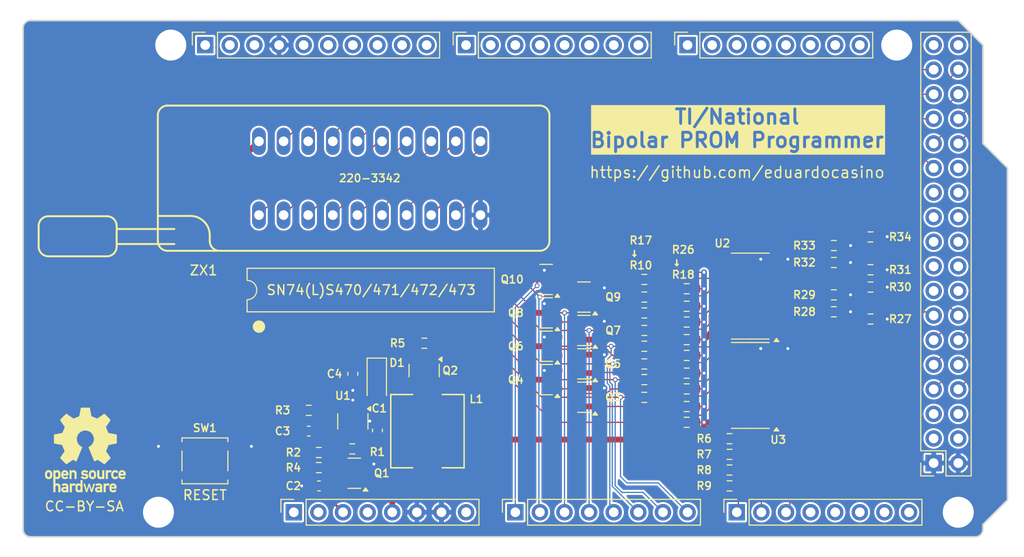
<source format=kicad_pcb>
(kicad_pcb (version 20221018) (generator pcbnew)
  (title_block (date "mar. 31 mars 2015"))
  (layers (0 "F.Cu" signal) (31 "B.Cu" signal) (34 "B.Paste" user) (35 "F.Paste" user) (36 "B.SilkS" user "B.Silkscreen") (37 "F.SilkS" user "F.Silkscreen") (38 "B.Mask" user) (39 "F.Mask" user) (44 "Edge.Cuts" user))
  (net 0 "")
  (net 1 "+5V")
  (net 25 "Net-(Q1-C)")
  (net 26 "Net-(Q3-B)")
  (net 27 "Net-(Q4-B)")
  (net 28 "Net-(Q5-B)")
  (net 29 "Net-(Q6-B)")
  (net 30 "Net-(Q7-B)")
  (net 31 "Net-(Q8-B)")
  (net 32 "Net-(Q9-B)")
  (net 33 "Net-(D1-A)")
  (net 34 "PB7")
  (net 35 "PB6")
  (net 36 "PB5")
  (net 38 "PB4")
  (net 39 "PB3")
  (net 40 "PB2")
  (net 42 "PB1")
  (net 43 "PB0")
  (net 44 "/~{RESET}")
  (net 45 "5V{slash}10V5")
  (net 46 "ADA")
  (net 47 "ADB")
  (net 48 "ADC")
  (net 49 "ADD")
  (net 50 "ADE")
  (net 51 "~{S1}")
  (net 52 "S2{slash}ADF")
  (net 53 "ADF{slash}ADG")
  (net 54 "ADG{slash}ADH")
  (net 55 "ADH{slash}ADI")
  (net 63 "Net-(Q2-G)")
  (net 66 "~{VCC_EN}")
  (net 67 "Net-(Q2-D)")
  (net 68 "Net-(Q10-B)")
  (net 69 "Net-(D1-K)")
  (net 70 "Net-(U1-FB)")
  (net 71 "Net-(U1-EN)")
  (net 72 "Net-(Q1-B)")
  (net 75 "DO7")
  (net 76 "DO6")
  (net 77 "DO5")
  (net 78 "DO4")
  (net 79 "DO3")
  (net 80 "DO2")
  (net 81 "DO1")
  (net 82 "DO0")
  (net 83 "GND")
  (net 84 "Net-(R18-Pad2)")
  (footprint "Connector_PinSocket_2.54mm:PinSocket_2x18_P2.54mm_Vertical" (layer "F.Cu") (at 193.98 92.38 180)
    (fp_text reference "J3" hide)
    (fp_text value "Digital")
  )
  (footprint "Connector_PinSocket_2.54mm:PinSocket_1x08_P2.54mm_Vertical" (layer "F.Cu") (at 127.94 97.46 90)
    (fp_text reference "J4" hide)
    (fp_text value "Power")
  )
  (footprint "Connector_PinSocket_2.54mm:PinSocket_1x08_P2.54mm_Vertical" (layer "F.Cu") (at 150.8 97.46 90)
    (fp_text reference "J1" hide)
    (fp_text value "Analog")
  )
  (footprint "Connector_PinSocket_2.54mm:PinSocket_1x08_P2.54mm_Vertical" (layer "F.Cu") (at 173.66 97.46 90)
    (fp_text reference "J5" hide)
    (fp_text value "Analog")
  )
  (footprint "Connector_PinSocket_2.54mm:PinSocket_1x10_P2.54mm_Vertical" (layer "F.Cu") (at 118.796 49.2 90)
    (fp_text reference "J6" hide)
    (fp_text value "PWM")
  )
  (footprint "Connector_PinSocket_2.54mm:PinSocket_1x08_P2.54mm_Vertical" (layer "F.Cu") (at 145.72 49.2 90)
    (fp_text reference "J2" hide)
    (fp_text value "PWM")
  )
  (footprint "Connector_PinSocket_2.54mm:PinSocket_1x08_P2.54mm_Vertical" (layer "F.Cu") (at 168.58 49.2 90)
    (fp_text reference "J7" hide)
    (fp_text value "Communication")
  )
  (footprint "Resistor_SMD:R_0603_1608Metric_Pad0.98x0.95mm_HandSolder" (layer "F.Cu") (at 168.49 86.54 180)
    (fp_text reference "R19" hide)
    (fp_text value "10K")
  )
  (footprint "Resistor_SMD:R_0603_1608Metric_Pad0.98x0.95mm_HandSolder" (layer "F.Cu") (at 168.49 83.09 180)
    (fp_text reference "R21" hide)
    (fp_text value "10K")
  )
  (footprint "Resistor_SMD:R_0603_1608Metric_Pad0.98x0.95mm_HandSolder" (layer "F.Cu") (at 168.49 88.17 180)
    (fp_text reference "R18" hide)
    (fp_text value "10K")
  )
  (footprint "Resistor_SMD:R_0603_1608Metric_Pad0.98x0.95mm_HandSolder" (layer "F.Cu") (at 183.68 75)
    (fp_text reference "R29")
    (fp_text value "10K")
  )
  (footprint "Resistor_SMD:R_0603_1608Metric_Pad0.98x0.95mm_HandSolder" (layer "F.Cu") (at 130.52125 92.85)
    (fp_text reference "R4")
    (fp_text value "27K")
  )
  (footprint "Resistor_SMD:R_0603_1608Metric_Pad0.98x0.95mm_HandSolder" (layer "F.Cu") (at 168.49 79.63 180)
    (fp_text reference "R23" hide)
    (fp_text value "10K")
  )
  (footprint "Package_SO:SOIC-14_3.9x8.7mm_P1.27mm" (layer "F.Cu") (at 175.055 75.13 180)
    (fp_text reference "U2")
    (fp_text value "74LCX07")
  )
  (footprint "Arduino_MountingHole:MountingHole_3.2mm" (layer "F.Cu") (at 196.52 97.46)
    (fp_text reference "MH6" hide)
    (fp_text value "MountingHole_3.2mm" hide)
  )
  (footprint "Package_TO_SOT_SMD:SOT-23" (layer "F.Cu") (at 153.984 76.86 180)
    (fp_text reference "Q8")
    (fp_text value "DSS4160T")
  )
  (footprint "Resistor_SMD:R_0603_1608Metric_Pad0.98x0.95mm_HandSolder" (layer "F.Cu") (at 183.68 76.75)
    (fp_text reference "R28")
    (fp_text value "10K")
  )
  (footprint "Resistor_SMD:R_0603_1608Metric_Pad0.98x0.95mm_HandSolder" (layer "F.Cu") (at 168.49 77.81 180)
    (fp_text reference "R24" hide)
    (fp_text value "10K")
  )
  (footprint "Capacitor_SMD:C_0603_1608Metric_Pad1.08x0.95mm_HandSolder" (layer "F.Cu") (at 130.53125 94.74 180)
    (fp_text reference "C2")
    (fp_text value "100nF")
  )
  (footprint "Resistor_SMD:R_0603_1608Metric_Pad0.98x0.95mm_HandSolder" (layer "F.Cu") (at 133.98125 90.9156)
    (fp_text reference "R1")
    (fp_text value "47K")
  )
  (footprint "Resistor_SMD:R_0603_1608Metric_Pad0.98x0.95mm_HandSolder" (layer "F.Cu") (at 187.4575 69.02)
    (fp_text reference "R34")
    (fp_text value "10K")
  )
  (footprint "Resistor_SMD:R_0603_1608Metric_Pad0.98x0.95mm_HandSolder" (layer "F.Cu") (at 172.91 91.48)
    (fp_text reference "R7")
    (fp_text value "10K")
  )
  (footprint "Resistor_SMD:R_0603_1608Metric_Pad0.98x0.95mm_HandSolder" (layer "F.Cu") (at 183.68 69.91)
    (fp_text reference "R33")
    (fp_text value "10K")
  )
  (footprint "Bourns_Library:IND_BOURNS_SRR7032" (layer "F.Cu") (at 141.73125 89.0828 90)
    (fp_text reference "L1")
    (fp_text value "10μH")
  )
  (footprint "Package_TO_SOT_SMD:SOT-23" (layer "F.Cu") (at 157.884 78.68 180)
    (fp_text reference "Q7")
    (fp_text value "DSS4160T")
  )
  (footprint "Package_TO_SOT_SMD:SOT-23" (layer "F.Cu") (at 153.984 80.31 180)
    (fp_text reference "Q6")
    (fp_text value "DSS4160T")
  )
  (footprint "Package_TO_SOT_SMD:SOT-23" (layer "F.Cu") (at 157.884 75.23 180)
    (fp_text reference "Q9")
    (fp_text value "DSS4160T")
  )
  (footprint "Package_TO_SOT_SMD:SOT-23" (layer "F.Cu") (at 153.984 73.41 180)
    (fp_text reference "Q10")
    (fp_text value "DSS4160T")
  )
  (footprint "Resistor_SMD:R_0603_1608Metric_Pad0.98x0.95mm_HandSolder" (layer "F.Cu") (at 164.1175 82.14 180)
    (fp_text reference "R12" hide)
    (fp_text value "3K9")
  )
  (footprint "Package_SO:SOIC-14_3.9x8.7mm_P1.27mm" (layer "F.Cu") (at 175.055 84.36 180)
    (fp_text reference "U3")
    (fp_text value "74LCX07")
  )
  (footprint "Resistor_SMD:R_0603_1608Metric_Pad0.98x0.95mm_HandSolder" (layer "F.Cu") (at 187.46 72.41)
    (fp_text reference "R31")
    (fp_text value "10K")
  )
  (footprint "Resistor_SMD:R_0603_1608Metric_Pad0.98x0.95mm_HandSolder" (layer "F.Cu") (at 172.91 93.1)
    (fp_text reference "R8")
    (fp_text value "10K")
  )
  (footprint "Button_Switch_SMD_Library:SW_SPST_TL3305A" (layer "F.Cu") (at 118.7675 92.15)
    (fp_text reference "SW1")
    (fp_text value "RESET")
  )
  (footprint "Package_TO_SOT_SMD:SOT-23" (layer "F.Cu") (at 141.39125 82.82 -90)
    (fp_text reference "Q2")
    (fp_text value "DMG2305")
  )
  (footprint "Arduino_MountingHole:MountingHole_3.2mm" (layer "F.Cu") (at 115.24 49.2)
    (fp_text reference "MH1" hide)
    (fp_text value "MountingHole_3.2mm" hide)
  )
  (footprint "Capacitor_SMD:C_0603_1608Metric_Pad1.08x0.95mm_HandSolder" (layer "F.Cu") (at 134.03125 83.16 -90)
    (fp_text reference "C4")
    (fp_text value "4μ7")
  )
  (footprint "Package_TO_SOT_SMD:SOT-23" (layer "F.Cu") (at 157.884 85.58 180)
    (fp_text reference "Q3")
    (fp_text value "DSS4160T")
  )
  (footprint "Package_TO_SOT_SMD:SOT-23" (layer "F.Cu") (at 134.18125 93.43 180)
    (fp_text reference "Q1")
    (fp_text value "DSS4160T")
  )
  (footprint "Resistor_SMD:R_0603_1608Metric_Pad0.98x0.95mm_HandSolder" (layer "F.Cu") (at 168.49 74.37 180)
    (fp_text reference "R26" hide)
    (fp_text value "10K")
  )
  (footprint "Resistor_SMD:R_0603_1608Metric_Pad0.98x0.95mm_HandSolder" (layer "F.Cu") (at 172.91 89.86)
    (fp_text reference "R6")
    (fp_text value "10K")
  )
  (footprint "Resistor_SMD:R_0603_1608Metric_Pad0.98x0.95mm_HandSolder" (layer "F.Cu") (at 187.47 77.5)
    (fp_text reference "R27")
    (fp_text value "10K")
  )
  (footprint "Resistor_SMD:R_0603_1608Metric_Pad0.98x0.95mm_HandSolder" (layer "F.Cu") (at 183.68 71.66)
    (fp_text reference "R32")
    (fp_text value "10K")
  )
  (footprint "Capacitor_SMD:C_0603_1608Metric_Pad1.08x0.95mm_HandSolder" (layer "F.Cu") (at 129.48125 89.08 180)
    (fp_text reference "C3")
    (fp_text value "220p")
  )
  (footprint "Diode_SMD:D_SOD-123F" (layer "F.Cu") (at 136.50125 83.7456 -90)
    (fp_text reference "D1")
    (fp_text value "1N5819W")
  )
  (footprint "Resistor_SMD:R_0603_1608Metric_Pad0.98x0.95mm_HandSolder" (layer "F.Cu") (at 130.52125 91.29)
    (fp_text reference "R2")
    (fp_text value "39K")
  )
  (footprint "3M_Library:220-3342-00-0602J" (layer "F.Cu") (at 135.775 62.95)
    (fp_text reference "ZX1")
    (fp_text value "220-3342-00-0602J")
  )
  (footprint "Resistor_SMD:R_0603_1608Metric_Pad0.98x0.95mm_HandSolder" (layer "F.Cu") (at 164.1175 78.68 180)
    (fp_text reference "R14" hide)
    (fp_text value "3K9")
  )
  (footprint "Resistor_SMD:R_0603_1608Metric_Pad0.98x0.95mm_HandSolder" (layer "F.Cu") (at 164.1175 76.87 180)
    (fp_text reference "R15" hide)
    (fp_text value "3K9")
  )
  (footprint "Resistor_SMD:R_0603_1608Metric_Pad0.98x0.95mm_HandSolder" (layer "F.Cu") (at 168.49 84.72 180)
    (fp_text reference "R20" hide)
    (fp_text value "10K")
  )
  (footprint "Resistor_SMD:R_0603_1608Metric_Pad0.98x0.95mm_HandSolder" (layer "F.Cu") (at 164.1175 75.23 180)
    (fp_text reference "R16" hide)
    (fp_text value "3K9")
  )
  (footprint "Resistor_SMD:R_0603_1608Metric_Pad0.98x0.95mm_HandSolder" (layer "F.Cu") (at 164.1175 73.41 180)
    (fp_text reference "R17" hide)
    (fp_text value "3K9")
  )
  (footprint "Resistor_SMD:R_0603_1608Metric_Pad0.98x0.95mm_HandSolder" (layer "F.Cu") (at 164.1175 85.59 180)
    (fp_text reference "R10" hide)
    (fp_text value "3K9")
  )
  (footprint "Resistor_SMD:R_0603_1608Metric_Pad0.98x0.95mm_HandSolder" (layer "F.Cu") (at 168.49 81.26 180)
    (fp_text reference "R22" hide)
    (fp_text value "10K")
  )
  (footprint "Capacitor_SMD:C_0603_1608Metric_Pad1.08x0.95mm_HandSolder" (layer "F.Cu") (at 136.57125 89.0056 90)
    (fp_text reference "C1")
    (fp_text value "2μ2")
  )
  (footprint "Resistor_SMD:R_0603_1608Metric_Pad0.98x0.95mm_HandSolder" (layer "F.Cu") (at 164.1175 80.31 180)
    (fp_text reference "R13" hide)
    (fp_text value "3K9")
  )
  (footprint "Resistor_SMD:R_0603_1608Metric_Pad0.98x0.95mm_HandSolder" (layer "F.Cu") (at 129.48125 86.93 180)
    (fp_text reference "R3")
    (fp_text value "120K")
  )
  (footprint "Resistor_SMD:R_0603_1608Metric_Pad0.98x0.95mm_HandSolder" (layer "F.Cu") (at 168.49 76.18 180)
    (fp_text reference "R25" hide)
    (fp_text value "10K")
  )
  (footprint "Resistor_SMD:R_0603_1608Metric_Pad0.98x0.95mm_HandSolder" (layer "F.Cu") (at 141.4225 80)
    (fp_text reference "R5")
    (fp_text value "47K")
  )
  (footprint "Package_TO_SOT_SMD:SOT-23" (layer "F.Cu") (at 153.984 83.76 180)
    (fp_text reference "Q4")
    (fp_text value "DSS4160T")
  )
  (footprint "Package_TO_SOT_SMD:SOT-23" (layer "F.Cu") (at 157.884 82.13 180)
    (fp_text reference "Q5")
    (fp_text value "DSS4160T")
  )
  (footprint "Package_TO_SOT_SMD:SOT-23-5" (layer "F.Cu") (at 134.03125 88.0731 -90)
    (fp_text reference "U1")
    (fp_text value "LM2731YMF")
  )
  (footprint "Arduino_MountingHole:MountingHole_3.2mm" (layer "F.Cu") (at 113.97 97.46)
    (fp_text reference "MH2" hide)
    (fp_text value "MountingHole_3.2mm" hide)
  )
  (footprint "Resistor_SMD:R_0603_1608Metric_Pad0.98x0.95mm_HandSolder" (layer "F.Cu") (at 172.91 94.74)
    (fp_text reference "R9")
    (fp_text value "10K")
  )
  (footprint "Resistor_SMD:R_0603_1608Metric_Pad0.98x0.95mm_HandSolder" (layer "F.Cu") (at 187.47 74.2)
    (fp_text reference "R30")
    (fp_text value "10K")
  )
  (footprint "clipboard:5ffa0481-2bbc-4a47-9548-20647a46e2a5" (layer "F.Cu") (at 148.635 74.504844 90)
    (fp_text reference "")
    (fp_text value "")
  )
  (footprint "Arduino_MountingHole:MountingHole_3.2mm" (layer "F.Cu") (at 190.17 49.2)
    (fp_text reference "MH5" hide)
    (fp_text value "MountingHole_3.2mm" hide)
  )
  (footprint "Resistor_SMD:R_0603_1608Metric_Pad0.98x0.95mm_HandSolder" (layer "F.Cu") (at 164.1175 83.76 180)
    (fp_text reference "R11" hide)
    (fp_text value "3K9")
  )
  (gr_poly (pts (xy 105.223109 93.133341) (xy 105.235867 93.134253) (xy 105.26149 93.137888) (xy 105.287047 93.143927) (xy 105.312287 93.152351) (xy 105.324709 93.157452) (xy 105.336957 93.163143) (xy 105.349 93.169421) (xy 105.360805 93.176286) (xy 105.372342 93.183733) (xy 105.383579 93.191762) (xy 105.394484 93.200369) (xy 105.405026 93.209553) (xy 105.415174 93.219312) (xy 105.424895 93.229644) (xy 105.434158 93.240546) (xy 105.442932 93.252016) (xy 105.451186 93.264052) (xy 105.458887 93.276651) (xy 105.466004 93.289813) (xy 105.472506 93.303534) (xy 105.478361 93.317812) (xy 105.483538 93.332645) (xy 105.488005 93.348031) (xy 105.49173 93.363969) (xy 105.494683 93.380454) (xy 105.496831 93.397486) (xy 105.498142 93.415063) (xy 105.498587 93.433181) (xy 105.498587 94.007761) (xy 105.324682 94.007761) (xy 105.324682 93.492931) (xy 105.324469 93.482041) (xy 105.323835 93.471445) (xy 105.322789 93.461145) (xy 105.321341 93.451146) (xy 105.3195 93.441451) (xy 105.317274 93.432063) (xy 105.314673 93.422986) (xy 105.311706 93.414223) (xy 105.308381 93.405778) (xy 105.304709 93.397654) (xy 105.300697 93.389854) (xy 105.296355 93.382382) (xy 105.291692 93.375241) (xy 105.286717 93.368435) (xy 105.281439 93.361967) (xy 105.275868 93.355841) (xy 105.270011 93.350059) (xy 105.263879 93.344625) (xy 105.25748 93.339544) (xy 105.250824 93.334817) (xy 105.243919 93.330449) (xy 105.236774 93.326443) (xy 105.229399 93.322802) (xy 105.221803 93.31953) (xy 105.213994 93.31663) (xy 105.205982 93.314106) (xy 105.197776 93.31196) (xy 105.189384 93.310197) (xy 105.180817 93.30882) (xy 105.172082 93.307832) (xy 105.163189 93.307237) (xy 105.154147 93.307038) (xy 105.144953 93.307237) (xy 105.135916 93.307832) (xy 105.127047 93.30882) (xy 105.118354 93.310197) (xy 105.109846 93.31196) (xy 105.101531 93.314106) (xy 105.093419 93.31663) (xy 105.085518 93.31953) (xy 105.077836 93.322802) (xy 105.070383 93.326443) (xy 105.063167 93.330449) (xy 105.056197 93.334817) (xy 105.049482 93.339544) (xy 105.04303 93.344625) (xy 105.036851 93.350059) (xy 105.030953 93.355841) (xy 105.025344 93.361967) (xy 105.020034 93.368435) (xy 105.015031 93.375241) (xy 105.010344 93.382382) (xy 105.005981 93.389854) (xy 105.001953 93.397654) (xy 104.998266 93.405778) (xy 104.99493 93.414223) (xy 104.991954 93.422986) (xy 104.989347 93.432063) (xy 104.987116 93.441451) (xy 104.985272 93.451146) (xy 104.983822 93.461145) (xy 104.982775 93.471445) (xy 104.982141 93.482041) (xy 104.981928 93.492931) (xy 104.981928 94.007761) (xy 104.808023 94.007761) (xy 104.808023 93.143293) (xy 104.981928 93.143293) (xy 104.981928 93.235348) (xy 104.985394 93.235348) (xy 104.995892 93.222964) (xy 105.006936 93.211378) (xy 105.018512 93.20059) (xy 105.030604 93.190601) (xy 105.043197 93.181409) (xy 105.056275 93.173016) (xy 105.069825 93.165422) (xy 105.083829 93.158627) (xy 105.098274 93.15263) (xy 105.113144 93.147433) (xy 105.128423 93.143035) (xy 105.144097 93.139436) (xy 105.16015 93.136636) (xy 105.176566 93.134637) (xy 105.193332 93.133437) (xy 105.21043 93.133037)) (stroke (width 0.048146)) (fill solid) (layer "F.SilkS"))
  (gr_poly (pts (xy 102.646679 93.133205) (xy 102.658829 93.133701) (xy 102.670669 93.134514) (xy 102.682201 93.135633) (xy 102.69343 93.137045) (xy 102.704359 93.138739) (xy 102.714994 93.140704) (xy 102.725338 93.142928) (xy 102.735395 93.145399) (xy 102.745169 93.148106) (xy 102.754664 93.151037) (xy 102.763884 93.154181) (xy 102.772833 93.157527) (xy 102.781516 93.161061) (xy 102.789936 93.164774) (xy 102.798097 93.168653) (xy 102.81366 93.176865) (xy 102.828237 93.185603) (xy 102.84186 93.194776) (xy 102.854561 93.204291) (xy 102.866374 93.214055) (xy 102.877331 93.223976) (xy 102.887463 93.233961) (xy 102.896803 93.243918) (xy 102.908814 93.257675) (xy 102.919923 93.271561) (xy 102.930149 93.285747) (xy 102.939508 93.300401) (xy 102.948019 93.315696) (xy 102.955698 93.331799) (xy 102.962563 93.348881) (xy 102.968632 93.367113) (xy 102.973921 93.386664) (xy 102.978448 93.407704) (xy 102.982232 93.430402) (xy 102.985288 93.45493) (xy 102.987635 93.481457) (xy 102.98929 93.510153) (xy 102.99027 93.541188) (xy 102.990592 93.574732) (xy 102.99027 93.608557) (xy 102.98929 93.63984) (xy 102.987635 93.668753) (xy 102.985288 93.695468) (xy 102.982232 93.720157) (xy 102.978448 93.742992) (xy 102.973921 93.764146) (xy 102.968632 93.78379) (xy 102.962563 93.802096) (xy 102.955698 93.819237) (xy 102.948019 93.835383) (xy 102.939508 93.850708) (xy 102.930149 93.865384) (xy 102.919923 93.879581) (xy 102.908814 93.893473) (xy 102.896803 93.907231) (xy 102.887463 93.917187) (xy 102.877331 93.92717) (xy 102.866374 93.937086) (xy 102.854561 93.946844) (xy 102.84186 93.956352) (xy 102.828237 93.965516) (xy 102.81366 93.974246) (xy 102.798097 93.982448) (xy 102.781516 93.990031) (xy 102.763884 93.996902) (xy 102.745169 94.00297) (xy 102.725338 94.00814) (xy 102.704359 94.012323) (xy 102.682201 94.015424) (xy 102.658829 94.017353) (xy 102.634213 94.018016) (xy 102.621742 94.017849) (xy 102.609588 94.017353) (xy 102.597745 94.016541) (xy 102.586209 94.015424) (xy 102.574977 94.014014) (xy 102.564044 94.012323) (xy 102.553406 94.010361) (xy 102.54306 94.00814) (xy 102.533 94.005673) (xy 102.523224 94.002969) (xy 102.513727 94.000042) (xy 102.504505 93.996902) (xy 102.495554 93.993561) (xy 102.48687 93.990031) (xy 102.478449 93.986323) (xy 102.470286 93.982448) (xy 102.454721 93.974246) (xy 102.440143 93.965516) (xy 102.426519 93.956351) (xy 102.413816 93.946844) (xy 102.402003 93.937086) (xy 102.391047 93.92717) (xy 102.380914 93.917187) (xy 102.371574 93.907231) (xy 102.359564 93.893474) (xy 102.348456 93.879583) (xy 102.338233 93.865387) (xy 102.328876 93.850715) (xy 102.32037 93.835393) (xy 102.312694 93.819249) (xy 102.305834 93.802111) (xy 102.29977 93.783808) (xy 102.294485 93.764166) (xy 102.289962 93.743013) (xy 102.286183 93.720178) (xy 102.28313 93.695488) (xy 102.280786 93.66877) (xy 102.279134 93.639853) (xy 102.278155 93.608565) (xy 102.277833 93.574732) (xy 102.451738 93.574732) (xy 102.451861 93.597339) (xy 102.452242 93.617938) (xy 102.452898 93.636683) (xy 102.453846 93.653726) (xy 102.455105 93.669219) (xy 102.456691 93.683316) (xy 102.458622 93.696169) (xy 102.460916 93.707931) (xy 102.463589 93.718753) (xy 102.466659 93.72879) (xy 102.470144 93.738193) (xy 102.47406 93.747115) (xy 102.478427 93.755709) (xy 102.48326 93.764127) (xy 102.488577 93.772523) (xy 102.494396 93.781047) (xy 102.499523 93.787667) (xy 102.505295 93.794058) (xy 102.511676 93.800192) (xy 102.518632 93.806042) (xy 102.526128 93.811581) (xy 102.534128 93.816782) (xy 102.542598 93.821617) (xy 102.551503 93.826058) (xy 102.560808 93.83008) (xy 102.570479 93.833653) (xy 102.580479 93.836752) (xy 102.590775 93.839349) (xy 102.601331 93.841416) (xy 102.612113 93.842926) (xy 102.623085 93.843853) (xy 102.634213 93.844167) (xy 102.645332 93.843852) (xy 102.656297 93.842924) (xy 102.667072 93.841412) (xy 102.677623 93.839342) (xy 102.687915 93.836743) (xy 102.697913 93.833641) (xy 102.707582 93.830064) (xy 102.716886 93.82604) (xy 102.725792 93.821596) (xy 102.734264 93.81676) (xy 102.742267 93.81156) (xy 102.749766 93.806022) (xy 102.756727 93.800174) (xy 102.763115 93.794044) (xy 102.768894 93.787659) (xy 102.771545 93.78438) (xy 102.77403 93.781047) (xy 102.779848 93.772524) (xy 102.785164 93.764133) (xy 102.789994 93.755724) (xy 102.794357 93.747146) (xy 102.79827 93.738249) (xy 102.801751 93.728884) (xy 102.804817 93.718901) (xy 102.807486 93.708148) (xy 102.809774 93.696476) (xy 102.811701 93.683735) (xy 102.813283 93.669774) (xy 102.814538 93.654444) (xy 102.815484 93.637594) (xy 102.816138 93.619075) (xy 102.816639 93.576425) (xy 102.816639 93.576418) (xy 102.816517 93.55381) (xy 102.816138 93.533208) (xy 102.815484 93.514459) (xy 102.814538 93.497411) (xy 102.813283 93.481912) (xy 102.811701 93.467809) (xy 102.809774 93.454951) (xy 102.807486 93.443184) (xy 102.804817 93.432358) (xy 102.801751 93.42232) (xy 102.79827 93.412917) (xy 102.794357 93.403998) (xy 102.789994 93.39541) (xy 102.785164 93.387) (xy 102.779848 93.378618) (xy 102.77403 93.37011) (xy 102.768894 93.36349) (xy 102.763115 93.3571) (xy 102.756727 93.350966) (xy 102.749766 93.345116) (xy 102.742267 93.339577) (xy 102.734264 93.334376) (xy 102.725792 93.329541) (xy 102.716886 93.325099) (xy 102.707581 93.321078) (xy 102.697913 93.317504) (xy 102.687915 93.314405) (xy 102.677623 93.311809) (xy 102.667072 93.309742) (xy 102.656297 93.308231) (xy 102.645332 93.307305) (xy 102.634213 93.30699) (xy 102.623085 93.307306) (xy 102.612113 93.308233) (xy 102.601331 93.309746) (xy 102.590775 93.311815) (xy 102.580479 93.314415) (xy 102.570479 93.317517) (xy 102.560808 93.321093) (xy 102.551503 93.325117) (xy 102.542598 93.329561) (xy 102.534128 93.334397) (xy 102.526128 93.339598) (xy 102.518632 93.345136) (xy 102.511676 93.350983) (xy 102.505295 93.357113) (xy 102.499523 93.363498) (xy 102.496876 93.366777) (xy 102.494396 93.37011) (xy 102.488577 93.378618) (xy 102.48326 93.386997) (xy 102.478427 93.395399) (xy 102.47406 93.403972) (xy 102.470144 93.412866) (xy 102.466659 93.422231) (xy 102.463589 93.432217) (xy 102.460916 93.442974) (xy 102.458622 93.454651) (xy 102.456691 93.467398) (xy 102.455105 93.481364) (xy 102.453846 93.4967) (xy 102.452898 93.513555) (xy 102.452242 93.532079) (xy 102.451738 93.574732) (xy 102.277833 93.574732) (xy 102.278155 93.541189) (xy 102.279134 93.510155) (xy 102.280786 93.481462) (xy 102.28313 93.454937) (xy 102.286183 93.430412) (xy 102.289962 93.407716) (xy 102.294485 93.386679) (xy 102.29977 93.367131) (xy 102.305834 93.348901) (xy 102.312694 93.33182) (xy 102.32037 93.315717) (xy 102.328876 93.300422) (xy 102.338233 93.285765) (xy 102.348456 93.271575) (xy 102.359564 93.257683) (xy 102.371574 93.243918) (xy 102.380914 93.233961) (xy 102.391047 93.223976) (xy 102.402003 93.214055) (xy 102.413816 93.204291) (xy 102.426519 93.194776) (xy 102.440143 93.185603) (xy 102.454721 93.176865) (xy 102.470286 93.168653) (xy 102.48687 93.161061) (xy 102.504505 93.154181) (xy 102.523224 93.148106) (xy 102.543059 93.142928) (xy 102.564044 93.138739) (xy 102.586209 93.135633) (xy 102.609588 93.133701) (xy 102.634213 93.133037)) (stroke (width 0.048146)) (fill solid) (layer "F.SilkS"))
  (gr_poly (pts (xy 109.293639 94.498931) (xy 109.311285 94.500162) (xy 109.32873 94.5022) (xy 109.345949 94.505034) (xy 109.362915 94.508654) (xy 109.379603 94.513049) (xy 109.395987 94.518207) (xy 109.412042 94.524118) (xy 109.427743 94.53077) (xy 109.443063 94.538153) (xy 109.457977 94.546256) (xy 109.47246 94.555068) (xy 109.486485 94.564579) (xy 109.500028 94.574776) (xy 109.513063 94.585649) (xy 109.525564 94.597188) (xy 109.537505 94.609381) (xy 109.548862 94.622218) (xy 109.559607 94.635687) (xy 109.569717 94.649777) (xy 109.579165 94.664478) (xy 109.587926 94.679779) (xy 109.595973 94.695669) (xy 109.603283 94.712137) (xy 109.609828 94.729171) (xy 109.615583 94.746762) (xy 109.620523 94.764898) (xy 109.624622 94.783568) (xy 109.627855 94.802761) (xy 109.630196 94.822467) (xy 109.63162 94.842674) (xy 109.6321 94.863371) (xy 109.6321 95.006703) (xy 109.09339 95.006704) (xy 109.093643 95.019761) (xy 109.094395 95.032408) (xy 109.095637 95.044646) (xy 109.097357 95.056473) (xy 109.099548 95.067891) (xy 109.102197 95.078897) (xy 109.105296 95.089492) (xy 109.108835 95.099676) (xy 109.112802 95.109449) (xy 109.11719 95.118809) (xy 109.121987 95.127756) (xy 109.127184 95.136291) (xy 109.13277 95.144413) (xy 109.138736 95.152122) (xy 109.145072 95.159417) (xy 109.151768 95.166297) (xy 109.158813 95.172764) (xy 109.166198 95.178815) (xy 109.173913 95.184451) (xy 109.181948 95.189672) (xy 109.190294 95.194478) (xy 109.198939 95.198867) (xy 109.207874 95.20284) (xy 109.217089 95.206395) (xy 109.226574 95.209534) (xy 109.236319 95.212256) (xy 109.246315 95.214559) (xy 109.256551 95.216445) (xy 109.267017 95.217912) (xy 109.277703 95.218961) (xy 109.2886 95.21959) (xy 109.299697 95.2198) (xy 109.312201 95.219443) (xy 109.324791 95.21838) (xy 109.337428 95.216625) (xy 109.350075 95.214187) (xy 109.362694 95.211081) (xy 109.375249 95.207318) (xy 109.3877 95.20291) (xy 109.40001 95.197869) (xy 109.412142 95.192207) (xy 109.424059 95.185937) (xy 109.435721 95.17907) (xy 109.447093 95.17162) (xy 109.458135 95.163597) (xy 109.468811 95.155014) (xy 109.479083 95.145883) (xy 109.488913 95.136217) (xy 109.615105 95.24368) (xy 109.598823 95.261547) (xy 109.581973 95.278081) (xy 109.564585 95.293305) (xy 109.546688 95.307247) (xy 109.528312 95.319929) (xy 109.509488 95.331378) (xy 109.490244 95.341617) (xy 109.470611 95.350673) (xy 109.450619 95.35857) (xy 109.430297 95.365333) (xy 109.409676 95.370987) (xy 109.388784 95.375557) (xy 109.367653 95.379068) (xy 109.346311 95.381545) (xy 109.324789 95.383013) (xy 109.303116 95.383497) (xy 109.269577 95.382452) (xy 109.235704 95.379138) (xy 109.201843 95.373285) (xy 109.168337 95.364624) (xy 109.135532 95.352885) (xy 109.119499 95.345777) (xy 109.103771 95.337798) (xy 109.08839 95.328915) (xy 109.073399 95.319094) (xy 109.058842 95.308301) (xy 109.044762 95.296502) (xy 109.031201 95.283665) (xy 109.018203 95.269754) (xy 109.005811 95.254737) (xy 108.994067 95.23858) (xy 108.983016 95.221249) (xy 108.972699 95.20271) (xy 108.963161 95.18293) (xy 108.954444 95.161875) (xy 108.946591 95.139511) (xy 108.939645 95.115805) (xy 108.93365 95.090722) (xy 108.928648 95.06423) (xy 108.924683 95.036293) (xy 108.921797 95.00688) (xy 108.920034 94.975956) (xy 108.919437 94.943487) (xy 108.919985 94.91266) (xy 108.921603 94.88314) (xy 108.923454 94.863418) (xy 109.09339 94.863418) (xy 109.458243 94.863418) (xy 109.457566 94.851289) (xy 109.456486 94.839521) (xy 109.455011 94.828116) (xy 109.45315 94.817075) (xy 109.450909 94.806399) (xy 109.448298 94.796091) (xy 109.445324 94.786152) (xy 109.441994 94.776583) (xy 109.438316 94.767386) (xy 109.434299 94.758563) (xy 109.42995 94.750115) (xy 109.425277 94.742043) (xy 109.420288 94.73435) (xy 109.41499 94.727037) (xy 109.409392 94.720106) (xy 109.403501 94.713557) (xy 109.397325 94.707394) (xy 109.390871 94.701616) (xy 109.384149 94.696226) (xy 109.377165 94.691226) (xy 109.369928 94.686616) (xy 109.362445 94.682399) (xy 109.354723 94.678576) (xy 109.346772 94.675149) (xy 109.338598 94.67212) (xy 109.33021 94.669489) (xy 109.321616 94.667258) (xy 109.312822 94.66543) (xy 109.303838 94.664005) (xy 109.29467 94.662985) (xy 109.285327 94.662372) (xy 109.275816 94.662167) (xy 109.266301 94.662372) (xy 109.256944 94.662985) (xy 109.247755 94.664005) (xy 109.238742 94.66543) (xy 109.229913 94.667258) (xy 109.221278 94.669489) (xy 109.212845 94.67212) (xy 109.204624 94.675149) (xy 109.196622 94.678576) (xy 109.188849 94.682399) (xy 109.181313 94.686616) (xy 109.174023 94.691226) (xy 109.166988 94.696226) (xy 109.160217 94.701616) (xy 109.153718 94.707394) (xy 109.1475 94.713557) (xy 109.141572 94.720106) (xy 109.135943 94.727037) (xy 109.130621 94.73435) (xy 109.125615 94.742043) (xy 109.120934 94.750115) (xy 109.116587 94.758563) (xy 109.112582 94.767386) (xy 109.108928 94.776583) (xy 109.105634 94.786152) (xy 109.102709 94.796091) (xy 109.100161 94.806399) (xy 109.098 94.817075) (xy 109.096233 94.828116) (xy 109.09487 94.839521) (xy 109.093919 94.851289) (xy 109.09339 94.863418) (xy 108.923454 94.863418) (xy 108.924253 94.854906) (xy 108.927896 94.827936) (xy 108.932493 94.802208) (xy 108.938005 94.777702) (xy 108.944394 94.754395) (xy 108.951621 94.732266) (xy 108.959647 94.711293) (xy 108.968433 94.691455) (xy 108.977942 94.67273) (xy 108.988134 94.655097) (xy 108.99897 94.638534) (xy 109.010412 94.62302) (xy 109.022421 94.608533) (xy 109.034958 94.595052) (xy 109.047985 94.582554) (xy 109.061463 94.571019) (xy 109.075353 94.560425) (xy 109.089616 94.55075) (xy 109.104214 94.541973) (xy 109.119108 94.534072) (xy 109.13426 94.527026) (xy 109.14963 94.520813) (xy 109.16518 94.515412) (xy 109.180871 94.5108) (xy 109.196665 94.506958) (xy 109.212523 94.503862) (xy 109.244274 94.499825) (xy 109.275816 94.498518)) (stroke (width 0.048146)) (fill solid) (layer "F.SilkS"))
  (gr_poly (pts (xy 106.833359 86.669381) (xy 106.835192 86.669517) (xy 106.837016 86.669741) (xy 106.838828 86.670051) (xy 106.840626 86.670445) (xy 106.842406 86.67092) (xy 106.844166 86.671474) (xy 106.845904 86.672104) (xy 106.847616 86.672809) (xy 106.8493 86.673587) (xy 106.850953 86.674434) (xy 106.852573 86.67535) (xy 106.854157 86.676331) (xy 106.855701 86.677375) (xy 106.857204 86.67848) (xy 106.858663 86.679644) (xy 106.860074 86.680865) (xy 106.861436 86.68214) (xy 106.862744 86.683467) (xy 106.863998 86.684844) (xy 106.865194 86.686268) (xy 106.866329 86.687738) (xy 106.867401 86.689251) (xy 106.868406 86.690805) (xy 106.869343 86.692397) (xy 106.870208 86.694025) (xy 106.870999 86.695688) (xy 106.871713 86.697382) (xy 106.872347 86.699107) (xy 106.872899 86.700858) (xy 106.873366 86.702634) (xy 106.873745 86.704434) (xy 107.026128 87.523067) (xy 107.026513 87.524881) (xy 107.02698 87.526701) (xy 107.028152 87.530348) (xy 107.029622 87.533983) (xy 107.03137 87.537582) (xy 107.033376 87.541123) (xy 107.035619 87.544581) (xy 107.038079 87.547933) (xy 107.040734 87.551154) (xy 107.043565 87.554222) (xy 107.046551 87.557111) (xy 107.049671 87.559799) (xy 107.052906 87.562262) (xy 107.056233 87.564475) (xy 107.059634 87.566416) (xy 107.061355 87.567277) (xy 107.063086 87.56806) (xy 107.064826 87.568764) (xy 107.066571 87.569384) (xy 107.615247 87.793987) (xy 107.618656 87.795487) (xy 107.622271 87.796741) (xy 107.626061 87.797749) (xy 107.629993 87.798515) (xy 107.634036 87.79904) (xy 107.638158 87.799326) (xy 107.642328 87.799376) (xy 107.646512 87.799193) (xy 107.650681 87.798777) (xy 107.654801 87.798131) (xy 107.658842 87.797258) (xy 107.66277 87.79616) (xy 107.666555 87.794839) (xy 107.670165 87.793296) (xy 107.673567 87.791535) (xy 107.67673 87.789557) (xy 108.36065 87.320226) (xy 108.362191 87.319223) (xy 108.363777 87.318297) (xy 108.365405 87.31745) (xy 108.367072 87.316679) (xy 108.368774 87.315987) (xy 108.370508 87.31537) (xy 108.37227 87.314831) (xy 108.374057 87.314367) (xy 108.375864 87.31398) (xy 108.37769 87.313668) (xy 108.381381 87.313269) (xy 108.3851 87.313169) (xy 108.388822 87.313365) (xy 108.392516 87.313855) (xy 108.396156 87.314635) (xy 108.399714 87.315703) (xy 108.401454 87.316345) (xy 108.403162 87.317058) (xy 108.404836 87.317841) (xy 108.406472 87.318695) (xy 108.408067 87.319619) (xy 108.409617 87.320613) (xy 108.411118 87.321677) (xy 108.412567 87.32281) (xy 108.413961 87.324011) (xy 108.415296 87.325282) (xy 108.991271 87.901257) (xy 108.992541 87.902592) (xy 108.993742 87.903986) (xy 108.994874 87.905436) (xy 108.995936 87.906938) (xy 108.996928 87.908489) (xy 108.99785 87.910085) (xy 108.999483 87.913398) (xy 109.000831 87.91685) (xy 109.001894 87.920412) (xy 109.002668 87.924056) (xy 109.003152 87.927755) (xy 109.003344 87.931481) (xy 109.003242 87.935205) (xy 109.002843 87.9389) (xy 109.002146 87.942537) (xy 109.001147 87.946089) (xy 109.000535 87.947824) (xy 108.999846 87.949527) (xy 108.999082 87.951195) (xy 108.99824 87.952824) (xy 108.997322 87.95441) (xy 108.996327 87.955951) (xy 108.535181 88.628075) (xy 108.533197 88.631252) (xy 108.531437 88.63466) (xy 108.529902 88.638267) (xy 108.528594 88.642044) (xy 108.527515 88.645959) (xy 108.526666 88.64998) (xy 108.526052 88.654078) (xy 108.525672 88.658221) (xy 108.525529 88.662377) (xy 108.525625 88.666517) (xy 108.525961 88.670609) (xy 108.526541 88.674623) (xy 108.527366 88.678526) (xy 108.528437 88.682289) (xy 108.529758 88.68588) (xy 108.531329 88.689269) (xy 108.773938 89.255278) (xy 108.775324 89.258754) (xy 108.777027 89.262197) (xy 108.779025 89.265589) (xy 108.781292 89.268907) (xy 108.783805 89.272132) (xy 108.786539 89.275244) (xy 108.789471 89.278221) (xy 108.792577 89.281042) (xy 108.795832 89.283689) (xy 108.799213 89.286139) (xy 108.802695 89.288373) (xy 108.806254 89.29037) (xy 108.809867 89.292109) (xy 108.813509 89.293571) (xy 108.817156 89.294733) (xy 108.820785 89.295577) (xy 109.612264 89.44276) (xy 109.61226 89.44276) (xy 109.614055 89.443148) (xy 109.615828 89.443622) (xy 109.617575 89.444181) (xy 109.619296 89.444821) (xy 109.620987 89.445541) (xy 109.622646 89.446337) (xy 109.624272 89.447207) (xy 109.625861 89.448147) (xy 109.628922 89.450231) (xy 109.631812 89.452566) (xy 109.634511 89.455132) (xy 109.637002 89.457908) (xy 109.639267 89.460871) (xy 109.641287 89.464001) (xy 109.643045 89.467276) (xy 109.64382 89.468961) (xy 109.644522 89.470675) (xy 109.64515 89.472414) (xy 109.645701 89.474176) (xy 109.646172 89.475959) (xy 109.646562 89.477759) (xy 109.646869 89.479573) (xy 109.647089 89.481401) (xy 109.647221 89.483237) (xy 109.647263 89.485081) (xy 109.647166 90.29967) (xy 109.64712 90.301509) (xy 109.646984 90.303343) (xy 109.646759 90.305168) (xy 109.646448 90.306982) (xy 109.646054 90.308781) (xy 109.645578 90.310564) (xy 109.645022 90.312327) (xy 109.64439 90.314068) (xy 109.643684 90.315783) (xy 109.642905 90.31747) (xy 109.642056 90.319127) (xy 109.641139 90.320751) (xy 109.640157 90.322338) (xy 109.639111 90.323886) (xy 109.638004 90.325392) (xy 109.636839 90.326854) (xy 109.635617 90.328269) (xy 109.634342 90.329634) (xy 109.633014 90.330946) (xy 109.631637 90.332202) (xy 109.630212 90.3334) (xy 109.628742 90.334537) (xy 109.62723 90.33561) (xy 109.625677 90.336617) (xy 109.624086 90.337554) (xy 109.622458 90.33842) (xy 109.620798 90.33921) (xy 109.619105 90.339923) (xy 109.617384 90.340555) (xy 109.615636 90.341104) (xy 109.613863 90.341568) (xy 109.612068 90.341942) (xy 108.84004 90.485611) (xy 108.838222 90.485984) (xy 108.836401 90.48644) (xy 108.834579 90.486979) (xy 108.832758 90.487596) (xy 108.829134 90.489057) (xy 108.825553 90.490802) (xy 108.822036 90.49281) (xy 108.818608 90.495059) (xy 108.815291 90.49753) (xy 108.812109 90.500199) (xy 108.809083 90.503047) (xy 108.806239 90.506052) (xy 108.803598 90.509194) (xy 108.801183 90.51245) (xy 108.799019 90.515799) (xy 108.797127 90.519221) (xy 108.79553 90.522695) (xy 108.79485 90.524444) (xy 108.794253 90.526199) (xy 108.553232 91.128269) (xy 108.551741 91.131694) (xy 108.550498 91.135321) (xy 108.549501 91.139119) (xy 108.548747 91.143056) (xy 108.548233 91.147101) (xy 108.547958 91.151223) (xy 108.547918 91.15539) (xy 108.548112 91.159571) (xy 108.548536 91.163734) (xy 108.549188 91.167849) (xy 108.550067 91.171883) (xy 108.551168 91.175806) (xy 108.552491 91.179585) (xy 108.554032 91.183191) (xy 108.555789 91.18659) (xy 108.557759 91.189752) (xy 108.996325 91.828799) (xy 108.997328 91.83034) (xy 108.998253 91.831927) (xy 108.999101 91.833557) (xy 108.999871 91.835226) (xy 109.000564 91.83693) (xy 109.00118 91.838666) (xy 109.001719 91.840431) (xy 109.002183 91.842221) (xy 109.00257 91.844032) (xy 109.002882 91.845862) (xy 109.003281 91.849561) (xy 109.003381 91.853289) (xy 109.003185 91.857019) (xy 109.002695 91.860723) (xy 109.001915 91.864372) (xy 109.000847 91.867938) (xy 109.000205 91.869682) (xy 108.999493 91.871394) (xy 108.998709 91.873071) (xy 108.997855 91.87471) (xy 108.996931 91.876307) (xy 108.995937 91.877859) (xy 108.994873 91.879362) (xy 108.993741 91.880812) (xy 108.992539 91.882207) (xy 108.991269 91.883542) (xy 108.415197 92.459518) (xy 108.41387 92.460779) (xy 108.412484 92.461973) (xy 108.411041 92.463098) (xy 108.409545 92.464155) (xy 108.408 92.465142) (xy 108.406409 92.46606) (xy 108.403104 92.467688) (xy 108.399658 92.469034) (xy 108.3961 92.470097) (xy 108.392457 92.470874) (xy 108.388759 92.471362) (xy 108.385032 92.471559) (xy 108.381307 92.471463) (xy 108.37761 92.47107) (xy 108.373971 92.470378) (xy 108.370417 92.469385) (xy 108.368681 92.468775) (xy 108.366977 92.468089) (xy 108.365308 92.467325) (xy 108.363679 92.466485) (xy 108.362092 92.465568) (xy 108.360551 92.464573) (xy 107.73277 92.033711) (xy 107.729614 92.031748) (xy 107.726234 92.030027) (xy 107.722661 92.028548) (xy 107.718925 92.027312) (xy 107.715057 92.02632) (xy 107.711087 92.025572) (xy 107.707047 92.025068) (xy 107.702967 92.024811) (xy 107.698878 92.024799) (xy 107.694811 92.025033) (xy 107.690796 92.025515) (xy 107.686865 92.026244) (xy 107.683048 92.027221) (xy 107.679375 92.028447) (xy 107.675878 92.029922) (xy 107.672587 92.031648) (xy 107.395745 92.179457) (xy 107.394089 92.180244) (xy 107.39242 92.180936) (xy 107.39074 92.181534) (xy 107.389052 92.182038) (xy 107.387359 92.182451) (xy 107.385664 92.182773) (xy 107.383969 92.183005) (xy 107.382278 92.183148) (xy 107.380594 92.183204) (xy 107.378918 92.183173) (xy 107.377255 92.183056) (xy 107.375607 92.182855) (xy 107.373977 92.18257) (xy 107.372367 92.182203) (xy 107.370782 92.181754) (xy 107.369223 92.181225) (xy 107.367693 92.180617) (xy 107.366196 92.17993) (xy 107.364734 92.179167) (xy 107.36331 92.178327) (xy 107.361927 92.177412) (xy 107.360588 92.176424) (xy 107.359296 92.175362) (xy 107.358053 92.174229) (xy 107.356863 92.173024) (xy 107.355729 92.17175) (xy 107.354653 92.170408) (xy 107.353637 92.168997) (xy 107.352686 92.16752) (xy 107.351802 92.165978) (xy 107.350988 92.164371) (xy 107.350246 92.162701) (xy 106.779471 90.783403) (xy 106.778811 90.781687) (xy 106.778239 90.779945) (xy 106.777753 90.778181) (xy 106.777352 90.776397) (xy 106.777035 90.774596) (xy 106.776801 90.772783) (xy 106.77665 90.77096) (xy 106.776579 90.769131) (xy 106.776587 90.767298) (xy 106.776675 90.765466) (xy 106.776839 90.763637) (xy 106.777081 90.761815) (xy 106.777397 90.760003) (xy 106.777787 90.758204) (xy 106.778251 90.756422) (xy 106.778786 90.75466) (xy 106.779392 90.75292) (xy 106.780068 90.751208) (xy 106.780813 90.749525) (xy 106.781625 90.747874) (xy 106.782503 90.746261) (xy 106.783447 90.744686) (xy 106.784454 90.743155) (xy 106.785525 90.741669) (xy 106.786658 90.740233) (xy 106.787851 90.73885) (xy 106.789104 90.737522) (xy 106.790416 90.736254) (xy 106.791785 90.735048) (xy 106.793211 90.733908) (xy 106.794692 90.732837) (xy 106.796227 90.731838) (xy 106.86551 90.689421) (xy 106.870496 90.686245) (xy 106.87582 90.68262) (xy 106.881381 90.678625) (xy 106.887079 90.674338) (xy 106.892812 90.66984) (xy 106.898482 90.665209) (xy 106.903986 90.660524) (xy 106.909226 90.655863) (xy 106.95509 90.62447) (xy 106.998861 90.590385) (xy 107.040419 90.553727) (xy 107.079645 90.514614) (xy 107.11642 90.473165) (xy 107.150623 90.429499) (xy 107.182137 90.383734) (xy 107.21084 90.335991) (xy 107.236614 90.286386) (xy 107.259339 90.235039) (xy 107.278895 90.182069) (xy 107.295164 90.127595) (xy 107.308025 90.071735) (xy 107.31736 90.014608) (xy 107.323049 89.956332) (xy 107.324971 89.897028) (xy 107.323799 89.850668) (xy 107.32032 89.804918) (xy 107.314591 89.759832) (xy 107.306669 89.715469) (xy 107.29661 89.671884) (xy 107.284471 89.629134) (xy 107.270308 89.587275) (xy 107.254179 89.546365) (xy 107.236139 89.50646) (xy 107.216245 89.467617) (xy 107.194554 89.429891) (xy 107.171122 89.39334) (xy 107.146007 89.35802) (xy 107.119264 89.323988) (xy 107.09095 89.291301) (xy 107.061123 89.260015) (xy 107.029838 89.230186) (xy 106.997152 89.201872) (xy 106.963121 89.175128) (xy 106.927803 89.150012) (xy 106.891254 89.12658) (xy 106.85353 89.104888) (xy 106.814689 89.084994) (xy 106.774786 89.066954) (xy 106.733879 89.050824) (xy 106.692023 89.036661) (xy 106.649276 89.024521) (xy 106.605695 89.014462) (xy 106.561335 89.00654) (xy 106.516253 89.000811) (xy 106.470506 88.997333) (xy 106.424151 88.99616) (xy 106.377796 88.997333) (xy 106.332049 89.000811) (xy 106.286967 89.00654) (xy 106.242606 89.014462) (xy 106.199024 89.024521) (xy 106.156276 89.036661) (xy 106.114419 89.050824) (xy 106.07351 89.066954) (xy 106.033605 89.084994) (xy 105.994762 89.104888) (xy 105.957036 89.12658) (xy 105.920485 89.150012) (xy 105.885165 89.175128) (xy 105.851132 89.201872) (xy 105.818444 89.230186) (xy 105.787157 89.260015) (xy 105.757327 89.291301) (xy 105.729011 89.323988) (xy 105.702266 89.35802) (xy 105.677149 89.39334) (xy 105.653715 89.429891) (xy 105.632022 89.467616) (xy 105.612126 89.50646) (xy 105.594084 89.546365) (xy 105.577953 89.587275) (xy 105.563789 89.629134) (xy 105.551649 89.671884) (xy 105.541588 89.715469) (xy 105.533665 89.759832) (xy 105.527936 89.804918) (xy 105.524457 89.850668) (xy 105.523284 89.897028) (xy 105.523768 89.926801) (xy 105.525208 89.956332) (xy 105.527589 89.985606) (xy 105.530898 90.014608) (xy 105.535118 90.043322) (xy 105.540234 90.071735) (xy 105.546233 90.099831) (xy 105.553098 90.127595) (xy 105.560816 90.155013) (xy 105.56937 90.182069) (xy 105.578746 90.20875) (xy 105.58893 90.235039) (xy 105.599905 90.260923) (xy 105.611657 90.286386) (xy 105.637434 90.335991) (xy 105.666139 90.383734) (xy 105.697653 90.429499) (xy 105.731857 90.473165) (xy 105.76863 90.514614) (xy 105.807854 90.553727) (xy 105.849408 90.590385) (xy 105.893173 90.62447) (xy 105.939029 90.655863) (xy 105.944298 90.660524) (xy 105.949822 90.665209) (xy 105.955503 90.669841) (xy 105.961243 90.674339) (xy 105.966944 90.678625) (xy 105.97251 90.68262) (xy 105.977842 90.686245) (xy 105.982842 90.689421) (xy 106.052125 90.731838) (xy 106.053668 90.732837) (xy 106.055157 90.733908) (xy 106.05659 90.735048) (xy 106.057965 90.736254) (xy 106.059283 90.737522) (xy 106.060541 90.73885) (xy 106.062875 90.741669) (xy 106.064958 90.744686) (xy 106.066783 90.747875) (xy 106.06834 90.751208) (xy 106.069621 90.75466) (xy 106.070616 90.758205) (xy 106.071319 90.761815) (xy 106.071719 90.765466) (xy 106.071808 90.769131) (xy 106.071577 90.772783) (xy 106.071339 90.774597) (xy 106.071018 90.776397) (xy 106.070613 90.778181) (xy 106.070122 90.779946) (xy 106.069545 90.781687) (xy 106.06888 90.783403) (xy 105.498057 92.162653) (xy 105.497315 92.164324) (xy 105.496501 92.165932) (xy 105.495616 92.167476) (xy 105.494664 92.168954) (xy 105.493648 92.170365) (xy 105.492571 92.17171) (xy 105.491435 92.172985) (xy 105.490244 92.174191) (xy 105.489 92.175326) (xy 105.487706 92.176389) (xy 105.486366 92.177379) (xy 105.484981 92.178295) (xy 105.483556 92.179136) (xy 105.482093 92.179901) (xy 105.480594 92.180589) (xy 105.479063 92.181198) (xy 105.477503 92.181728) (xy 105.475917 92.182177) (xy 105.474307 92.182545) (xy 105.472676 92.18283) (xy 105.471027 92.183031) (xy 105.469364 92.183148) (xy 105.467689 92.183178) (xy 105.466005 92.183122) (xy 105.464315 92.182977) (xy 105.462622 92.182744) (xy 105.460928 92.18242) (xy 105.459237 92.182005) (xy 105.457552 92.181497) (xy 105.455875 92.180896) (xy 105.454209 92.1802) (xy 105.452558 92.179409) (xy 105.175717 92.0316) (xy 105.172434 92.029874) (xy 105.168942 92.028398) (xy 105.165274 92.027174) (xy 105.161458 92.026198) (xy 105.157528 92.025472) (xy 105.153513 92.024993) (xy 105.149445 92.024761) (xy 105.145354 92.024775) (xy 105.141272 92.025036) (xy 105.137229 92.02554) (xy 105.133256 92.026289) (xy 105.129385 92.027281) (xy 105.125646 92.028515) (xy 105.122071 92.029991) (xy 105.11869 92.031707) (xy 105.115534 92.033663) (xy 104.487801 92.464525) (xy 104.486256 92.46552) (xy 104.484665 92.466437) (xy 104.483032 92.467277) (xy 104.481361 92.46804) (xy 104.479655 92.468727) (xy 104.477917 92.469337) (xy 104.47615 92.469871) (xy 104.47436 92.47033) (xy 104.472548 92.470713) (xy 104.470719 92.471021) (xy 104.467021 92.471414) (xy 104.463295 92.471511) (xy 104.459569 92.471314) (xy 104.45587 92.470826) (xy 104.452227 92.470049) (xy 104.448668 92.468986) (xy 104.446929 92.468348) (xy 104.445221 92.467639) (xy 104.443547 92.466861) (xy 104.441913 92.466012) (xy 104.44032 92.465094) (xy 104.438772 92.464106) (xy 104.437274 92.463049) (xy 104.435828 92.461924) (xy 104.434437 92.460731) (xy 104.433106 92.459469) (xy 103.857035 91.883494) (xy 103.855769 91.882159) (xy 103.854571 91.880764) (xy 103.853442 91.879313) (xy 103.852382 91.87781) (xy 103.851392 91.876258) (xy 103.85047 91.874661) (xy 103.848838 91.871345) (xy 103.847488 91.86789) (xy 103.846422 91.864323) (xy 103.845644 91.860674) (xy 103.845155 91.856971) (xy 103.844958 91.853241) (xy 103.845057 91.849512) (xy 103.845452 91.845813) (xy 103.846148 91.842173) (xy 103.847146 91.838618) (xy 103.847759 91.836881) (xy 103.848449 91.835177) (xy 103.849215 91.833509) (xy 103.850059 91.831879) (xy 103.85098 91.830292) (xy 103.85198 91.828751) (xy 104.290497 91.189704) (xy 104.292484 91.186542) (xy 104.294254 91.183142) (xy 104.295805 91.179537) (xy 104.297135 91.175757) (xy 104.298243 91.171835) (xy 104.299125 91.1678) (xy 104.299779 91.163685) (xy 104.300204 91.159522) (xy 104.300397 91.155341) (xy 104.300356 91.151174) (xy 104.300078 91.147052) (xy 104.299562 91.143007) (xy 104.298806 91.13907) (xy 104.297806 91.135272) (xy 104.296562 91.131646) (xy 104.29507 91.128221) (xy 104.054049 90.526151) (xy 104.053456 90.524396) (xy 104.052779 90.522647) (xy 104.051185 90.519174) (xy 104.049293 90.515752) (xy 104.047125 90.512402) (xy 104.044705 90.509146) (xy 104.042056 90.506005) (xy 104.039203 90.503) (xy 104.036169 90.500152) (xy 104.032978 90.497482) (xy 104.029652 90.495011) (xy 104.026217 90.492762) (xy 104.022695 90.490754) (xy 104.01911 90.489009) (xy 104.015486 90.487548) (xy 104.011846 90.486392) (xy 104.010027 90.485936) (xy 104.008214 90.485563) (xy 103.236186 90.341894) (xy 103.234387 90.341519) (xy 103.232611 90.341056) (xy 103.230859 90.340507) (xy 103.229135 90.339874) (xy 103.227441 90.339162) (xy 103.225778 90.338371) (xy 103.224149 90.337506) (xy 103.222557 90.336569) (xy 103.221004 90.335562) (xy 103.219491 90.334489) (xy 103.216597 90.332154) (xy 103.213893 90.329585) (xy 103.211397 90.326806) (xy 103.209128 90.323838) (xy 103.207103 90.320702) (xy 103.20534 90.317422) (xy 103.203857 90.314019) (xy 103.203226 90.312279) (xy 103.202672 90.310516) (xy 103.202198 90.308733) (xy 103.201804 90.306934) (xy 103.201494 90.30512) (xy 103.20127 90.303295) (xy 103.201134 90.301461) (xy 103.201088 90.299622) (xy 103.20104 89.485033) (xy 103.201085 89.483194) (xy 103.201221 89.481361) (xy 103.201445 89.479538) (xy 103.201754 89.477727) (xy 103.202146 89.47593) (xy 103.20262 89.474151) (xy 103.203173 89.472392) (xy 103.203802 89.470655) (xy 103.204506 89.468944) (xy 103.205282 89.467261) (xy 103.206128 89.465609) (xy 103.207042 89.46399) (xy 103.208021 89.462407) (xy 103.209064 89.460863) (xy 103.210168 89.459361) (xy 103.211331 89.457903) (xy 103.21255 89.456491) (xy 103.213825 89.455129) (xy 103.215151 89.453819) (xy 103.216527 89.452564) (xy 103.217952 89.451367) (xy 103.219421 89.45023) (xy 103.220934 89.449155) (xy 103.222489 89.448147) (xy 103.224082 89.447206) (xy 103.225712 89.446337) (xy 103.227376 89.445541) (xy 103.229073 89.444821) (xy 103.2308 89.444181) (xy 103.232555 89.443622) (xy 103.234335 89.443148) (xy 103.236138 89.44276) (xy 104.027569 89.295577) (xy 104.029388 89.295196) (xy 104.031214 89.294733) (xy 104.034874 89.293571) (xy 104.038526 89.292109) (xy 104.042147 89.29037) (xy 104.045711 89.288373) (xy 104.049196 89.286139) (xy 104.052577 89.283689) (xy 104.055831 89.281043) (xy 104.058933 89.278221) (xy 104.061861 89.275244) (xy 104.064589 89.272133) (xy 104.067095 89.268907) (xy 104.069355 89.265589) (xy 104.071344 89.262197) (xy 104.073039 89.258754) (xy 104.073768 89.257019) (xy 104.074415 89.255278) (xy 104.317073 88.689269) (xy 104.318636 88.685881) (xy 104.319949 88.682289) (xy 104.321015 88.678526) (xy 104.321835 88.674623) (xy 104.322411 88.670609) (xy 104.322746 88.666517) (xy 104.322842 88.662377) (xy 104.322701 88.658221) (xy 104.322324 88.654078) (xy 104.321714 88.64998) (xy 104.320873 88.645959) (xy 104.319802 88.642044) (xy 104.318505 88.638268) (xy 104.316982 88.63466) (xy 104.315237 88.631252) (xy 104.31327 88.628075) (xy 103.852076 87.955951) (xy 103.851073 87.954411) (xy 103.850148 87.952824) (xy 103.849301 87.951195) (xy 103.848531 87.949527) (xy 103.847839 87.947824) (xy 103.847224 87.946089) (xy 103.846686 87.944326) (xy 103.846224 87.942537) (xy 103.845838 87.940728) (xy 103.845527 87.9389) (xy 103.845132 87.935205) (xy 103.845035 87.931481) (xy 103.845233 87.927756) (xy 103.845725 87.924056) (xy 103.846506 87.920412) (xy 103.847575 87.91685) (xy 103.848216 87.915108) (xy 103.848928 87.913398) (xy 103.84971 87.911723) (xy 103.850563 87.910085) (xy 103.851485 87.908489) (xy 103.852477 87.906939) (xy 103.853538 87.905436) (xy 103.854667 87.903986) (xy 103.855865 87.902592) (xy 103.857131 87.901257) (xy 104.433155 87.325282) (xy 104.434486 87.324011) (xy 104.435876 87.32281) (xy 104.437322 87.321677) (xy 104.438821 87.320613) (xy 104.440368 87.319619) (xy 104.441961 87.318695) (xy 104.445269 87.317058) (xy 104.448717 87.315703) (xy 104.452276 87.314635) (xy 104.455919 87.313855) (xy 104.459617 87.313365) (xy 104.463344 87.313169) (xy 104.46707 87.313269) (xy 104.470767 87.313668) (xy 104.474408 87.314367) (xy 104.477965 87.31537) (xy 104.479703 87.315987) (xy 104.48141 87.31668) (xy 104.483081 87.31745) (xy 104.484714 87.318297) (xy 104.486304 87.319223) (xy 104.487849 87.320226) (xy 105.171721 87.789557) (xy 105.174876 87.791535) (xy 105.178271 87.793296) (xy 105.181874 87.794838) (xy 105.185654 87.79616) (xy 105.189578 87.797258) (xy 105.193616 87.798131) (xy 105.197735 87.798777) (xy 105.201903 87.799193) (xy 105.206088 87.799376) (xy 105.210259 87.799326) (xy 105.214384 87.79904) (xy 105.218431 87.798515) (xy 105.222369 87.797749) (xy 105.226164 87.796741) (xy 105.229787 87.795487) (xy 105.233204 87.793987) (xy 105.781928 87.569384) (xy 105.785421 87.56806) (xy 105.78888 87.566416) (xy 105.792284 87.564475) (xy 105.795614 87.562262) (xy 105.798849 87.559799) (xy 105.80197 87.557111) (xy 105.804954 87.554222) (xy 105.807783 87.551154) (xy 105.810436 87.547933) (xy 105.812893 87.544581) (xy 105.815133 87.541123) (xy 105.817136 87.537582) (xy 105.818881 87.533983) (xy 105.820349 87.530348) (xy 105.82152 87.526701) (xy 105.822371 87.523067) (xy 105.974707 86.704434) (xy 105.975086 86.702634) (xy 105.975552 86.700858) (xy 105.976104 86.699107) (xy 105.976738 86.697382) (xy 105.977452 86.695688) (xy 105.978243 86.694025) (xy 105.979108 86.692397) (xy 105.980044 86.690805) (xy 105.981049 86.689251) (xy 105.982121 86.687738) (xy 105.98445 86.684844) (xy 105.987012 86.68214) (xy 105.989783 86.679644) (xy 105.992741 86.677375) (xy 105.995866 86.67535) (xy 105.999135 86.673587) (xy 106.000817 86.672809) (xy 106.002527 86.672104) (xy 106.004262 86.671474) (xy 106.006019 86.67092) (xy 106.007796 86.670445) (xy 106.009591 86.670051) (xy 106.011399 86.669741) (xy 106.013219 86.669517) (xy 106.015048 86.669381) (xy 106.016883 86.669335) (xy 106.83152 86.669335)) (stroke (width 0.048146)) (fill solid) (layer "F.SilkS"))
  (gr_poly (pts (xy 108.748431 94.498861) (xy 108.761125 94.499743) (xy 108.773561 94.501193) (xy 108.785748 94.503198) (xy 108.797698 94.505743) (xy 108.809419 94.508812) (xy 108.820921 94.51239) (xy 108.832214 94.516463) (xy 108.843307 94.521015) (xy 108.854212 94.526032) (xy 108.864937 94.531499) (xy 108.875492 94.5374) (xy 108.885887 94.543722) (xy 108.896132 94.550448) (xy 108.906237 94.557564) (xy 108.916211 94.565055) (xy 108.790019 94.715127) (xy 108.78248 94.709577) (xy 108.775181 94.704459) (xy 108.768083 94.699761) (xy 108.761145 94.695475) (xy 108.754327 94.69159) (xy 108.74759 94.688095) (xy 108.740892 94.684981) (xy 108.734193 94.682237) (xy 108.727455 94.679854) (xy 108.720635 94.677822) (xy 108.713694 94.676129) (xy 108.706592 94.674768) (xy 108.699289 94.673726) (xy 108.691744 94.672994) (xy 108.683917 94.672563) (xy 108.675768 94.672421) (xy 108.659813 94.673066) (xy 108.64402 94.675015) (xy 108.628509 94.678295) (xy 108.6134 94.68293) (xy 108.606034 94.685763) (xy 108.598813 94.688944) (xy 108.591752 94.692475) (xy 108.584866 94.696361) (xy 108.57817 94.700604) (xy 108.57168 94.705207) (xy 108.56541 94.710174) (xy 108.559374 94.715506) (xy 108.553589 94.721208) (xy 108.548068 94.727283) (xy 108.542827 94.733733) (xy 108.537881 94.740562) (xy 108.533245 94.747773) (xy 108.528933 94.755368) (xy 108.524962 94.763351) (xy 108.521344 94.771726) (xy 108.518097 94.780494) (xy 108.515234 94.789659) (xy 108.51277 94.799225) (xy 108.510721 94.809194) (xy 108.509101 94.819569) (xy 108.507925 94.830354) (xy 108.507209 94.841551) (xy 108.506967 94.853163) (xy 108.506967 95.373289) (xy 108.33311 95.373289) (xy 108.33311 94.50882) (xy 108.506967 94.50882) (xy 108.506967 94.600875) (xy 108.510433 94.600875) (xy 108.520939 94.588492) (xy 108.531989 94.576906) (xy 108.543569 94.566118) (xy 108.555663 94.556128) (xy 108.568257 94.546937) (xy 108.581336 94.538544) (xy 108.594884 94.53095) (xy 108.608886 94.524154) (xy 108.623329 94.518158) (xy 108.638196 94.51296) (xy 108.653472 94.508562) (xy 108.669142 94.504963) (xy 108.685193 94.502164) (xy 108.701607 94.500164) (xy 108.718371 94.498964) (xy 108.735469 94.498564)) (stroke (width 0.048146)) (fill solid) (layer "F.SilkS"))
  (gr_poly (pts (xy 103.555809 93.133638) (xy 103.574611 93.135264) (xy 103.592741 93.13792) (xy 103.610201 93.141561) (xy 103.626992 93.146141) (xy 103.643118 93.151615) (xy 103.65858 93.157939) (xy 103.673381 93.165067) (xy 103.687523 93.172954) (xy 103.701008 93.181556) (xy 103.713838 93.190828) (xy 103.726017 93.200724) (xy 103.737545 93.211199) (xy 103.748426 93.222209) (xy 103.758661 93.233708) (xy 103.768253 93.245652) (xy 103.776805 93.257141) (xy 103.784588 93.268747) (xy 103.791631 93.280707) (xy 103.797966 93.293259) (xy 103.800877 93.299831) (xy 103.803622 93.306639) (xy 103.806205 93.313715) (xy 103.808629 93.321087) (xy 103.810898 93.328785) (xy 103.813016 93.336838) (xy 103.816815 93.354131) (xy 103.820054 93.373203) (xy 103.822764 93.394292) (xy 103.824975 93.417634) (xy 103.826717 93.443468) (xy 103.82802 93.47203) (xy 103.828913 93.503559) (xy 103.829427 93.538292) (xy 103.829592 93.576466) (xy 103.828913 93.648788) (xy 103.826717 93.708447) (xy 103.824976 93.734114) (xy 103.822765 93.757318) (xy 103.820054 93.778294) (xy 103.816815 93.797277) (xy 103.813017 93.8145) (xy 103.808629 93.830199) (xy 103.803622 93.844607) (xy 103.797967 93.857959) (xy 103.791632 93.87049) (xy 103.784588 93.882434) (xy 103.776805 93.894025) (xy 103.768253 93.905498) (xy 103.758661 93.917442) (xy 103.748426 93.928941) (xy 103.737545 93.939951) (xy 103.726017 93.950426) (xy 103.713838 93.960322) (xy 103.701008 93.969594) (xy 103.687523 93.978196) (xy 103.673381 93.986083) (xy 103.65858 93.993211) (xy 103.650932 93.996477) (xy 103.643118 93.999535) (xy 103.635138 94.002381) (xy 103.626992 94.005009) (xy 103.61868 94.007414) (xy 103.610201 94.009589) (xy 103.601554 94.01153) (xy 103.592741 94.01323) (xy 103.58376 94.014684) (xy 103.574611 94.015886) (xy 103.565294 94.016831) (xy 103.555809 94.017512) (xy 103.546155 94.017926) (xy 103.536332 94.018065) (xy 103.51992 94.01759) (xy 103.503928 94.016186) (xy 103.488336 94.013883) (xy 103.473125 94.010711) (xy 103.458273 94.006699) (xy 103.443761 94.001879) (xy 103.429569 93.996278) (xy 103.415677 93.989929) (xy 103.402065 93.98286) (xy 103.388712 93.975102) (xy 103.3756 93.966684) (xy 103.362707 93.957637) (xy 103.350014 93.94799) (xy 103.337501 93.937774) (xy 103.325147 93.927018) (xy 103.312933 93.915753) (xy 103.312306 94.600876) (xy 103.323413 94.588492) (xy 103.33499 94.576906) (xy 103.347026 94.566119) (xy 103.359512 94.556129) (xy 103.372437 94.546938) (xy 103.385792 94.538545) (xy 103.399566 94.530951) (xy 103.41375 94.524155) (xy 103.428333 94.518159) (xy 103.443306 94.512961) (xy 103.458658 94.508563) (xy 103.47438 94.504964) (xy 103.490461 94.502165) (xy 103.506891 94.500165) (xy 103.523661 94.498965) (xy 103.54076 94.498565) (xy 103.553439 94.49887) (xy 103.566197 94.499781) (xy 103.579 94.501298) (xy 103.59182 94.503417) (xy 103.604622 94.506137) (xy 103.617377 94.509455) (xy 103.630053 94.513369) (xy 103.642617 94.517878) (xy 103.655039 94.522978) (xy 103.667287 94.528669) (xy 103.67933 94.534946) (xy 103.691135 94.541809) (xy 103.702672 94.549255) (xy 103.713909 94.557282) (xy 103.724814 94.565888) (xy 103.735356 94.57507) (xy 103.745503 94.584827) (xy 103.755225 94.595155) (xy 103.764488 94.606054) (xy 103.773262 94.617521) (xy 103.781516 94.629553) (xy 103.789217 94.642149) (xy 103.796334 94.655306) (xy 103.802836 94.669022) (xy 103.808691 94.683295) (xy 103.813868 94.698122) (xy 103.818335 94.713502) (xy 103.82206 94.729433) (xy 103.825013 94.745911) (xy 103.82716 94.762936) (xy 103.828472 94.780504) (xy 103.828917 94.798614) (xy 103.828917 95.373289) (xy 103.655013 95.373289) (xy 103.655013 94.858363) (xy 103.654799 94.847472) (xy 103.654166 94.836876) (xy 103.65312 94.826576) (xy 103.651672 94.816577) (xy 103.649831 94.806882) (xy 103.647605 94.797495) (xy 103.645004 94.788418) (xy 103.642037 94.779655) (xy 103.638712 94.77121) (xy 103.635039 94.763085) (xy 103.631027 94.755286) (xy 103.626685 94.747814) (xy 103.622023 94.740673) (xy 103.617048 94.733867) (xy 103.61177 94.727399) (xy 103.606198 94.721272) (xy 103.600342 94.71549) (xy 103.59421 94.710057) (xy 103.587811 94.704975) (xy 103.581155 94.700249) (xy 103.57425 94.69588) (xy 103.567105 94.691874) (xy 103.55973 94.688234) (xy 103.552134 94.684961) (xy 103.544325 94.682062) (xy 103.536313 94.679537) (xy 103.528107 94.677392) (xy 103.519715 94.675629) (xy 103.511147 94.674252) (xy 103.502413 94.673264) (xy 103.49352 94.672669) (xy 103.484478 94.67247) (xy 103.475284 94.672669) (xy 103.466248 94.673264) (xy 103.457379 94.674252) (xy 103.448687 94.675629) (xy 103.44018 94.677392) (xy 103.431867 94.679537) (xy 103.423756 94.682062) (xy 103.415856 94.684961) (xy 103.408176 94.688234) (xy 103.400725 94.691874) (xy 103.393511 94.69588) (xy 103.386543 94.700249) (xy 103.37983 94.704975) (xy 103.373381 94.710057) (xy 103.367204 94.71549) (xy 103.361308 94.721272) (xy 103.355701 94.727399) (xy 103.350393 94.733867) (xy 103.345393 94.740673) (xy 103.340708 94.747814) (xy 103.336347 94.755286) (xy 103.332321 94.763085) (xy 103.328636 94.77121) (xy 103.325302 94.779655) (xy 103.322327 94.788418) (xy 103.319721 94.797495) (xy 103.317492 94.806882) (xy 103.315649 94.816577) (xy 103.3142 94.826576) (xy 103.313154 94.836876) (xy 103.31252 94.847472) (xy 103.312307 94.858363) (xy 103.312307 95.373289) (xy 103.138354 95.37329) (xy 103.138354 93.576418) (xy 103.312933 93.576418) (xy 103.313615 93.623669) (xy 103.314787 93.64736) (xy 103.316796 93.670779) (xy 103.319853 93.693687) (xy 103.324173 93.715848) (xy 103.329966 93.737024) (xy 103.333481 93.747169) (xy 103.337445 93.756979) (xy 103.341884 93.766424) (xy 103.346823 93.775474) (xy 103.35229 93.784101) (xy 103.358312 93.792274) (xy 103.364914 93.799963) (xy 103.372124 93.807139) (xy 103.379968 93.813773) (xy 103.388472 93.819834) (xy 103.397663 93.825293) (xy 103.407568 93.830121) (xy 103.418213 93.834287) (xy 103.429624 93.837762) (xy 103.441829 93.840517) (xy 103.454853 93.842521) (xy 103.468724 93.843745) (xy 103.483467 93.84416) (xy 103.498364 93.843769) (xy 103.512378 93.842614) (xy 103.525537 93.840719) (xy 103.537866 93.838109) (xy 103.549395 93.83481) (xy 103.560148 93.830847) (xy 103.570153 93.826243) (xy 103.579437 93.821025) (xy 103.588026 93.815218) (xy 103.595948 93.808846) (xy 103.603229 93.801934) (xy 103.609896 93.794508) (xy 103.615976 93.786592) (xy 103.621496 93.778211) (xy 103.626483 93.769391) (xy 103.630964 93.760156) (xy 103.634965 93.750532) (xy 103.638513 93.740543) (xy 103.641635 93.730215) (xy 103.644358 93.719571) (xy 103.646709 93.708639) (xy 103.648715 93.697442) (xy 103.651798 93.674353) (xy 103.653821 93.650507) (xy 103.655001 93.626102) (xy 103.655551 93.601339) (xy 103.655687 93.576418) (xy 103.655001 93.526149) (xy 103.653821 93.501511) (xy 103.651798 93.477467) (xy 103.648715 93.454213) (xy 103.644358 93.431948) (xy 103.638513 93.410867) (xy 103.634965 93.400832) (xy 103.630964 93.391168) (xy 103.626483 93.381899) (xy 103.621496 93.373049) (xy 103.615976 93.364643) (xy 103.609896 93.356706) (xy 103.603229 93.349262) (xy 103.595948 93.342336) (xy 103.588026 93.335953) (xy 103.579437 93.330137) (xy 103.570153 93.324914) (xy 103.560148 93.320306) (xy 103.549395 93.31634) (xy 103.537866 93.31304) (xy 103.525537 93.31043) (xy 103.512378 93.308536) (xy 103.498364 93.307381) (xy 103.483467 93.30699) (xy 103.468728 93.307405) (xy 103.454861 93.30863) (xy 103.44184 93.310635) (xy 103.429638 93.313391) (xy 103.418229 93.31687) (xy 103.407586 93.321041) (xy 103.397683 93.325875) (xy 103.388492 93.331343) (xy 103.379989 93.337415) (xy 103.372146 93.344062) (xy 103.364936 93.351256) (xy 103.358333 93.358966) (xy 103.352311 93.367162) (xy 103.346843 93.375817) (xy 103.341903 93.3849) (xy 103.337463 93.394382) (xy 103.333498 93.404234) (xy 103.329981 93.414426) (xy 103.326886 93.424929) (xy 103.324185 93.435714) (xy 103.321853 93.446751) (xy 103.319863 93.458011) (xy 103.316802 93.481082) (xy 103.314791 93.504694) (xy 103.313617 93.52861) (xy 103.313068 93.552596) (xy 103.312933 93.576418) (xy 103.138354 93.576418) (xy 103.138354 93.143341) (xy 103.312933 93.143341) (xy 103.312933 93.233712) (xy 103.323465 93.222743) (xy 103.33457 93.212247) (xy 103.346224 93.202256) (xy 103.358401 93.192802) (xy 103.371077 93.183919) (xy 103.384227 93.175637) (xy 103.397826 93.16799) (xy 103.411849 93.161011) (xy 103.426272 93.154731) (xy 103.44107 93.149183) (xy 103.456217 93.144399) (xy 103.471689 93.140413) (xy 103.487462 93.137256) (xy 103.50351 93.13496) (xy 103.519808 93.13356) (xy 103.536332 93.133085)) (stroke (width 0.048146)) (fill solid) (layer "F.SilkS"))
  (gr_poly (pts (xy 106.558048 95.114117) (xy 106.561467 95.114117) (xy 106.757519 94.508821) (xy 106.883711 94.508821) (xy 107.079763 95.114117) (xy 107.083278 95.114117) (xy 107.248564 94.508821) (xy 107.432772 94.508821) (xy 107.156605 95.37329) (xy 107.003066 95.37329) (xy 106.822324 94.767944) (xy 106.818906 94.767944) (xy 106.638165 95.37329) (xy 106.484722 95.37329) (xy 106.208505 94.508821) (xy 106.392617 94.508821)) (fill solid) (layer "F.SilkS"))
  (gr_poly (pts (xy 107.174905 93.133205) (xy 107.187064 93.133701) (xy 107.19891 93.134514) (xy 107.210448 93.135633) (xy 107.221683 93.137045) (xy 107.232618 93.138739) (xy 107.243257 93.140704) (xy 107.253604 93.142928) (xy 107.263664 93.145399) (xy 107.273441 93.148106) (xy 107.282938 93.151037) (xy 107.292159 93.154181) (xy 107.30111 93.157527) (xy 107.309793 93.161061) (xy 107.318214 93.164774) (xy 107.326375 93.168653) (xy 107.341937 93.176865) (xy 107.356513 93.185603) (xy 107.370134 93.194776) (xy 107.382834 93.204291) (xy 107.394644 93.214055) (xy 107.405599 93.223976) (xy 107.415729 93.233961) (xy 107.425069 93.243918) (xy 107.437079 93.257675) (xy 107.448187 93.271561) (xy 107.458411 93.285747) (xy 107.467767 93.300401) (xy 107.476274 93.315696) (xy 107.483949 93.331799) (xy 107.49081 93.348881) (xy 107.496874 93.367113) (xy 107.502159 93.386664) (xy 107.506682 93.407704) (xy 107.510461 93.430402) (xy 107.513514 93.45493) (xy 107.515858 93.481457) (xy 107.51751 93.510153) (xy 107.518488 93.541188) (xy 107.518811 93.574732) (xy 107.518488 93.608557) (xy 107.51751 93.63984) (xy 107.515858 93.668753) (xy 107.513514 93.695468) (xy 107.510461 93.720157) (xy 107.506682 93.742992) (xy 107.502159 93.764146) (xy 107.496874 93.78379) (xy 107.49081 93.802096) (xy 107.483949 93.819237) (xy 107.476274 93.835383) (xy 107.467767 93.850708) (xy 107.458411 93.865384) (xy 107.448187 93.879581) (xy 107.437079 93.893473) (xy 107.425069 93.907231) (xy 107.41573 93.917187) (xy 107.405599 93.92717) (xy 107.394644 93.937086) (xy 107.382834 93.946844) (xy 107.370134 93.956352) (xy 107.356513 93.965516) (xy 107.341938 93.974246) (xy 107.326375 93.982448) (xy 107.309794 93.990031) (xy 107.29216 93.996902) (xy 107.273441 94.00297) (xy 107.253604 94.00814) (xy 107.232618 94.012323) (xy 107.210448 94.015424) (xy 107.187064 94.017353) (xy 107.162431 94.018016) (xy 107.149965 94.017849) (xy 107.137815 94.017353) (xy 107.125976 94.016541) (xy 107.114445 94.015424) (xy 107.103217 94.014014) (xy 107.092288 94.012323) (xy 107.081655 94.010361) (xy 107.071313 94.00814) (xy 107.061258 94.005673) (xy 107.051486 94.002969) (xy 107.041993 94.000042) (xy 107.032775 93.996902) (xy 107.023828 93.993561) (xy 107.015147 93.990031) (xy 107.00673 93.986323) (xy 106.998571 93.982448) (xy 106.983012 93.974246) (xy 106.96844 93.965516) (xy 106.954821 93.956351) (xy 106.942123 93.946844) (xy 106.930313 93.937086) (xy 106.919359 93.92717) (xy 106.909228 93.917187) (xy 106.899889 93.907231) (xy 106.887877 93.893474) (xy 106.876766 93.879583) (xy 106.866538 93.865387) (xy 106.857176 93.850715) (xy 106.848661 93.835393) (xy 106.840978 93.819249) (xy 106.834109 93.802111) (xy 106.828036 93.783808) (xy 106.822742 93.764166) (xy 106.81821 93.743013) (xy 106.814423 93.720178) (xy 106.811363 93.695488) (xy 106.809013 93.66877) (xy 106.807356 93.639853) (xy 106.806374 93.608565) (xy 106.806051 93.57474) (xy 106.980005 93.57474) (xy 106.980128 93.597347) (xy 106.980509 93.617946) (xy 106.981166 93.63669) (xy 106.982115 93.653733) (xy 106.983374 93.669227) (xy 106.984961 93.683323) (xy 106.986894 93.696176) (xy 106.989189 93.707937) (xy 106.991865 93.718759) (xy 106.994938 93.728795) (xy 106.998427 93.738198) (xy 107.002348 93.747119) (xy 107.00672 93.755712) (xy 107.011559 93.76413) (xy 107.016884 93.772524) (xy 107.022711 93.781047) (xy 107.027822 93.787667) (xy 107.033582 93.794058) (xy 107.039955 93.800192) (xy 107.046905 93.806042) (xy 107.054397 93.811581) (xy 107.062396 93.816782) (xy 107.070865 93.821617) (xy 107.07977 93.826058) (xy 107.089075 93.83008) (xy 107.098745 93.833653) (xy 107.108743 93.836752) (xy 107.119036 93.839349) (xy 107.129586 93.841416) (xy 107.140359 93.842926) (xy 107.151319 93.843853) (xy 107.162431 93.844167) (xy 107.173559 93.843852) (xy 107.184531 93.842924) (xy 107.195313 93.841412) (xy 107.205869 93.839342) (xy 107.216165 93.836743) (xy 107.226165 93.833641) (xy 107.235835 93.830064) (xy 107.24514 93.82604) (xy 107.254046 93.821596) (xy 107.262516 93.81676) (xy 107.270516 93.81156) (xy 107.278012 93.806022) (xy 107.284968 93.800174) (xy 107.291349 93.794044) (xy 107.297121 93.787659) (xy 107.299767 93.78438) (xy 107.302248 93.781047) (xy 107.308074 93.772524) (xy 107.313396 93.764133) (xy 107.31823 93.755724) (xy 107.322596 93.747146) (xy 107.32651 93.738249) (xy 107.32999 93.728884) (xy 107.333055 93.718901) (xy 107.335722 93.708148) (xy 107.338008 93.696476) (xy 107.339932 93.683735) (xy 107.341511 93.669774) (xy 107.342763 93.654444) (xy 107.343706 93.637594) (xy 107.344358 93.619075) (xy 107.344858 93.576425) (xy 107.344736 93.553818) (xy 107.344358 93.533215) (xy 107.343706 93.514466) (xy 107.342763 93.497418) (xy 107.341511 93.481919) (xy 107.339932 93.467816) (xy 107.338008 93.454958) (xy 107.335722 93.443192) (xy 107.333056 93.432366) (xy 107.329991 93.422327) (xy 107.32651 93.412925) (xy 107.322596 93.404005) (xy 107.318231 93.395417) (xy 107.313396 93.387008) (xy 107.308075 93.378626) (xy 107.302248 93.370118) (xy 107.297121 93.363498) (xy 107.291349 93.357107) (xy 107.284968 93.350973) (xy 107.278012 93.345123) (xy 107.270516 93.339584) (xy 107.262516 93.334384) (xy 107.254046 93.329549) (xy 107.245141 93.325107) (xy 107.235836 93.321086) (xy 107.226165 93.317512) (xy 107.216165 93.314413) (xy 107.205869 93.311816) (xy 107.195313 93.309749) (xy 107.184531 93.308239) (xy 107.173559 93.307313) (xy 107.162431 93.306998) (xy 107.151319 93.307313) (xy 107.140359 93.308241) (xy 107.129586 93.309753) (xy 107.119036 93.311823) (xy 107.108743 93.314423) (xy 107.098745 93.317524) (xy 107.089075 93.321101) (xy 107.07977 93.325125) (xy 107.070865 93.329569) (xy 107.062396 93.334405) (xy 107.054397 93.339605) (xy 107.046905 93.345143) (xy 107.039955 93.350991) (xy 107.033582 93.357121) (xy 107.027822 93.363506) (xy 107.025183 93.366785) (xy 107.022711 93.370118) (xy 107.016884 93.378625) (xy 107.011559 93.387005) (xy 107.00672 93.395406) (xy 107.002348 93.403979) (xy 106.998427 93.412873) (xy 106.994938 93.422239) (xy 106.991865 93.432225) (xy 106.989189 93.442982) (xy 106.986894 93.454659) (xy 106.984961 93.467405) (xy 106.983374 93.481372) (xy 106.982115 93.496708) (xy 106.981166 93.513563) (xy 106.980509 93.532087) (xy 106.980005 93.57474) (xy 106.806051 93.57474) (xy 106.806051 93.574732) (xy 106.806375 93.541189) (xy 106.807356 93.510155) (xy 106.809013 93.481461) (xy 106.811363 93.454937) (xy 106.814423 93.430412) (xy 106.81821 93.407716) (xy 106.822742 93.386679) (xy 106.828036 93.367131) (xy 106.834109 93.348901) (xy 106.840979 93.33182) (xy 106.848662 93.315717) (xy 106.857176 93.300422) (xy 106.866538 93.285764) (xy 106.876767 93.271575) (xy 106.887877 93.257683) (xy 106.899889 93.243918) (xy 106.909228 93.233961) (xy 106.919359 93.223976) (xy 106.930313 93.214055) (xy 106.942123 93.204291) (xy 106.954821 93.194776) (xy 106.96844 93.185603) (xy 106.983012 93.176865) (xy 106.998571 93.168653) (xy 107.015147 93.161061) (xy 107.032775 93.154181) (xy 107.051486 93.148106) (xy 107.071313 93.142928) (xy 107.092288 93.138739) (xy 107.114445 93.135633) (xy 107.137815 93.133701) (xy 107.162431 93.133037)) (stroke (width 0.048146)) (fill solid) (layer "F.SilkS"))
  (gr_poly (pts (xy 104.326485 94.499421) (xy 104.363975 94.502059) (xy 104.399672 94.506581) (xy 104.416811 94.50958) (xy 104.433458 94.513089) (xy 104.449598 94.517119) (xy 104.465216 94.521684) (xy 104.480298 94.526797) (xy 104.494829 94.53247) (xy 104.508794 94.538717) (xy 104.522179 94.545549) (xy 104.534968 94.55298) (xy 104.547148 94.561023) (xy 104.558703 94.56969) (xy 104.569619 94.578994) (xy 104.579882 94.588948) (xy 104.589476 94.599564) (xy 104.598386 94.610856) (xy 104.606599 94.622836) (xy 104.6141 94.635518) (xy 104.620873 94.648913) (xy 104.626904 94.663034) (xy 104.632179 94.677895) (xy 104.636682 94.693508) (xy 104.6404 94.709886) (xy 104.643317 94.727042) (xy 104.645419 94.744988) (xy 104.646691 94.763737) (xy 104.647118 94.783303) (xy 104.647118 95.373289) (xy 104.473165 95.373289) (xy 104.473165 95.296545) (xy 104.469746 95.296545) (xy 104.46275 95.307368) (xy 104.455143 95.317437) (xy 104.446876 95.32676) (xy 104.437898 95.335345) (xy 104.42816 95.343198) (xy 104.417612 95.350329) (xy 104.406204 95.356743) (xy 104.393886 95.36245) (xy 104.380608 95.367457) (xy 104.36632 95.371771) (xy 104.350973 95.375401) (xy 104.334517 95.378353) (xy 104.316902 95.380636) (xy 104.298077 95.382257) (xy 104.277994 95.383224) (xy 104.256602 95.383545) (xy 104.238774 95.383212) (xy 104.221422 95.382225) (xy 104.204551 95.380597) (xy 104.188167 95.378342) (xy 104.172277 95.375476) (xy 104.156887 95.372012) (xy 104.142001 95.367964) (xy 104.127627 95.363348) (xy 104.11377 95.358177) (xy 104.100436 95.352466) (xy 104.087631 95.346229) (xy 104.07536 95.339481) (xy 104.063631 95.332235) (xy 104.052448 95.324507) (xy 104.041818 95.31631) (xy 104.031746 95.30766) (xy 104.022239 95.29857) (xy 104.013303 95.289054) (xy 104.004942 95.279127) (xy 103.997164 95.268804) (xy 103.989975 95.258099) (xy 103.983379 95.247026) (xy 103.977383 95.235599) (xy 103.971994 95.223833) (xy 103.967216 95.211742) (xy 103.963056 95.199341) (xy 103.95952 95.186644) (xy 103.956613 95.173665) (xy 103.954342 95.160419) (xy 103.952713 95.14692) (xy 103.951731 95.133182) (xy 103.951402 95.11922) (xy 103.951587 95.110698) (xy 104.115052 95.110698) (xy 104.115598 95.121468) (xy 104.117261 95.132015) (xy 104.12008 95.142274) (xy 104.12409 95.15218) (xy 104.126554 95.15698) (xy 104.129329 95.161667) (xy 104.132422 95.166234) (xy 104.135836 95.170671) (xy 104.139576 95.174971) (xy 104.143646 95.179126) (xy 104.148052 95.183128) (xy 104.152799 95.186968) (xy 104.157889 95.190638) (xy 104.16333 95.194131) (xy 104.169124 95.197437) (xy 104.175277 95.20055) (xy 104.181794 95.20346) (xy 104.188678 95.20616) (xy 104.195936 95.208641) (xy 104.20357 95.210896) (xy 104.219991 95.214693) (xy 104.237978 95.217485) (xy 104.257567 95.219209) (xy 104.278798 95.219798) (xy 104.304863 95.219593) (xy 104.328757 95.218877) (xy 104.350549 95.217496) (xy 104.370306 95.2153) (xy 104.379442 95.213848) (xy 104.388095 95.212134) (xy 104.396272 95.21014) (xy 104.403983 95.207847) (xy 104.411235 95.205235) (xy 104.418037 95.202285) (xy 104.424398 95.198979) (xy 104.430327 95.195297) (xy 104.43583 95.191221) (xy 104.440917 95.18673) (xy 104.445597 95.181806) (xy 104.449877 95.176431) (xy 104.453767 95.170584) (xy 104.457274 95.164247) (xy 104.460407 95.157401) (xy 104.463174 95.150027) (xy 104.465585 95.142105) (xy 104.467646 95.133617) (xy 104.469368 95.124544) (xy 104.470757 95.114865) (xy 104.471823 95.104564) (xy 104.472574 95.093619) (xy 104.473019 95.082013) (xy 104.473165 95.069726) (xy 104.473165 95.006606) (xy 104.265172 95.006606) (xy 104.255736 95.006725) (xy 104.246618 95.007081) (xy 104.237818 95.007671) (xy 104.229333 95.00849) (xy 104.221164 95.009535) (xy 104.213308 95.010803) (xy 104.205765 95.012291) (xy 104.198533 95.013994) (xy 104.191611 95.01591) (xy 104.184997 95.018035) (xy 104.178691 95.020366) (xy 104.172691 95.022898) (xy 104.166996 95.02563) (xy 104.161604 95.028557) (xy 104.156515 95.031675) (xy 104.151727 95.034982) (xy 104.147239 95.038474) (xy 104.14305 95.042147) (xy 104.139158 95.045999) (xy 104.135562 95.050025) (xy 104.13226 95.054222) (xy 104.129253 95.058586) (xy 104.126538 95.063115) (xy 104.124114 95.067805) (xy 104.12198 95.072652) (xy 104.120134 95.077653) (xy 104.118576 95.082805) (xy 104.117304 95.088103) (xy 104.116317 95.093545) (xy 104.115613 95.099127) (xy 104.115192 95.104846) (xy 104.115052 95.110698) (xy 103.951587 95.110698) (xy 103.951682 95.106338) (xy 103.95252 95.093592) (xy 103.953915 95.081002) (xy 103.955867 95.068584) (xy 103.958375 95.056357) (xy 103.961438 95.044338) (xy 103.965054 95.032546) (xy 103.969224 95.020997) (xy 103.973945 95.009711) (xy 103.979217 94.998704) (xy 103.98504 94.987995) (xy 103.991411 94.977602) (xy 103.998331 94.967541) (xy 104.005798 94.957832) (xy 104.013811 94.948492) (xy 104.02237 94.939538) (xy 104.031473 94.930989) (xy 104.04112 94.922862) (xy 104.051309 94.915175) (xy 104.06204 94.907947) (xy 104.073312 94.901194) (xy 104.085123 94.894935) (xy 104.097474 94.889188) (xy 104.110362 94.883969) (xy 104.123787 94.879298) (xy 104.137749 94.875192) (xy 104.152245 94.871669) (xy 104.167276 94.868746) (xy 104.18284 94.866442) (xy 104.198936 94.864774) (xy 104.215563 94.86376) (xy 104.232721 94.863418) (xy 104.473165 94.863418) (xy 104.473165 94.773048) (xy 104.472541 94.758322) (xy 104.471755 94.751412) (xy 104.47065 94.744798) (xy 104.469221 94.738475) (xy 104.467466 94.732439) (xy 104.46538 94.726687) (xy 104.46296 94.721213) (xy 104.460203 94.716013) (xy 104.457106 94.711083) (xy 104.453664 94.706419) (xy 104.449875 94.702017) (xy 104.445735 94.697871) (xy 104.441241 94.693978) (xy 104.436388 94.690333) (xy 104.431175 94.686932) (xy 104.425597 94.683771) (xy 104.419651 94.680845) (xy 104.406641 94.675682) (xy 104.392118 94.671408) (xy 104.376054 94.667989) (xy 104.358422 94.66539) (xy 104.339194 94.663576) (xy 104.318343 94.662513) (xy 104.295841 94.662167) (xy 104.279447 94.662371) (xy 104.264119 94.663) (xy 104.249805 94.664074) (xy 104.236451 94.665617) (xy 104.230119 94.666571) (xy 104.224007 94.667651) (xy 104.218109 94.668859) (xy 104.212419 94.670197) (xy 104.20693 94.67167) (xy 104.201636 94.673279) (xy 104.19653 94.675027) (xy 104.191605 94.676917) (xy 104.186854 94.678953) (xy 104.182273 94.681136) (xy 104.177853 94.683469) (xy 104.173588 94.685955) (xy 104.169472 94.688598) (xy 104.165499 94.691399) (xy 104.161661 94.694362) (xy 104.157952 94.697489) (xy 104.154365 94.700783) (xy 104.150895 94.704247) (xy 104.147534 94.707883) (xy 104.144276 94.711695) (xy 104.141115 94.715685) (xy 104.138043 94.719856) (xy 104.135055 94.724211) (xy 104.132144 94.728753) (xy 103.995745 94.624757) (xy 104.008553 94.608153) (xy 104.022048 94.592877) (xy 104.036237 94.578892) (xy 104.051128 94.566163) (xy 104.066728 94.554655) (xy 104.083046 94.544332) (xy 104.100088 94.53516) (xy 104.117862 94.527104) (xy 104.136376 94.520127) (xy 104.155638 94.514195) (xy 104.175654 94.509272) (xy 104.196432 94.505323) (xy 104.21798 94.502314) (xy 104.240306 94.500207) (xy 104.263417 94.49897) (xy 104.28732 94.498565)) (stroke (width 0.048146)) (fill solid) (layer "F.SilkS"))
  (gr_poly (pts (xy 106.115439 95.373289) (xy 105.941534 95.373289) (xy 105.941534 95.282919) (xy 105.93101 95.293871) (xy 105.91991 95.304355) (xy 105.908261 95.314338) (xy 105.896086 95.323787) (xy 105.883411 95.332669) (xy 105.870261 95.340951) (xy 105.85666 95.3486) (xy 105.842635 95.355583) (xy 105.82821 95.361868) (xy 105.813409 95.367422) (xy 105.798259 95.372211) (xy 105.782784 95.376204) (xy 105.767009 95.379366) (xy 105.750959 95.381666) (xy 105.734659 95.383069) (xy 105.718134 95.383545) (xy 105.708307 95.383406) (xy 105.69865 95.382992) (xy 105.689162 95.382311) (xy 105.679843 95.381366) (xy 105.670693 95.380164) (xy 105.661712 95.37871) (xy 105.652898 95.37701) (xy 105.644253 95.375069) (xy 105.635775 95.372894) (xy 105.627464 95.370489) (xy 105.61932 95.367861) (xy 105.611343 95.365015) (xy 105.603531 95.361956) (xy 105.595886 95.358691) (xy 105.581091 95.351563) (xy 105.566957 95.343675) (xy 105.553479 95.335073) (xy 105.540655 95.325802) (xy 105.528483 95.315906) (xy 105.516961 95.30543) (xy 105.506084 95.294421) (xy 105.495852 95.282921) (xy 105.486261 95.270978) (xy 105.477701 95.259488) (xy 105.469911 95.247883) (xy 105.462861 95.235923) (xy 105.456521 95.223372) (xy 105.45086 95.209993) (xy 105.44585 95.195547) (xy 105.441459 95.179799) (xy 105.437658 95.16251) (xy 105.434416 95.143443) (xy 105.431705 95.122361) (xy 105.429492 95.099027) (xy 105.42775 95.073202) (xy 105.425553 95.013135) (xy 105.424875 94.940261) (xy 105.424875 94.94026) (xy 105.598779 94.94026) (xy 105.598915 94.965476) (xy 105.599465 94.990496) (xy 105.600645 95.015121) (xy 105.602669 95.039155) (xy 105.605752 95.062399) (xy 105.607757 95.073663) (xy 105.610108 95.084657) (xy 105.612832 95.095354) (xy 105.615954 95.105731) (xy 105.619502 95.115763) (xy 105.623503 95.125425) (xy 105.627983 95.134692) (xy 105.63297 95.14354) (xy 105.63849 95.151944) (xy 105.64457 95.15988) (xy 105.651238 95.167323) (xy 105.658519 95.174247) (xy 105.666441 95.18063) (xy 105.67503 95.186445) (xy 105.684314 95.191668) (xy 105.694319 95.196275) (xy 105.705072 95.200241) (xy 105.7166 95.203541) (xy 105.72893 95.206151) (xy 105.742089 95.208045) (xy 105.756103 95.2092) (xy 105.770999 95.209591) (xy 105.785743 95.209176) (xy 105.799613 95.207952) (xy 105.812638 95.205948) (xy 105.824842 95.203194) (xy 105.836254 95.199717) (xy 105.846898 95.195549) (xy 105.856803 95.190718) (xy 105.865994 95.185253) (xy 105.874498 95.179185) (xy 105.882342 95.172541) (xy 105.889552 95.165351) (xy 105.896154 95.157646) (xy 105.902176 95.149453) (xy 105.907643 95.140803) (xy 105.912583 95.131725) (xy 105.917021 95.122247) (xy 105.920985 95.1124) (xy 105.924501 95.102212) (xy 105.930294 95.080933) (xy 105.934613 95.058644) (xy 105.937671 95.03558) (xy 105.939679 95.011975) (xy 105.940851 94.988064) (xy 105.941534 94.940261) (xy 105.941399 94.916734) (xy 105.940851 94.893005) (xy 105.939679 94.869309) (xy 105.937671 94.845884) (xy 105.934613 94.822969) (xy 105.932624 94.811776) (xy 105.930294 94.8008) (xy 105.927595 94.790069) (xy 105.924501 94.779615) (xy 105.920985 94.769465) (xy 105.917021 94.759651) (xy 105.912583 94.750202) (xy 105.907643 94.741147) (xy 105.902176 94.732516) (xy 105.896154 94.724339) (xy 105.889552 94.716645) (xy 105.882342 94.709465) (xy 105.874499 94.702828) (xy 105.865994 94.696763) (xy 105.856803 94.691301) (xy 105.846899 94.68647) (xy 105.836254 94.682301) (xy 105.824842 94.678824) (xy 105.812638 94.676068) (xy 105.799613 94.674062) (xy 105.785743 94.672837) (xy 105.770999 94.672422) (xy 105.770999 94.672421) (xy 105.756103 94.672812) (xy 105.742089 94.673967) (xy 105.72893 94.675862) (xy 105.7166 94.678472) (xy 105.705072 94.681771) (xy 105.694319 94.685735) (xy 105.684314 94.690339) (xy 105.67503 94.695557) (xy 105.666441 94.701365) (xy 105.658519 94.707738) (xy 105.651238 94.714651) (xy 105.64457 94.722078) (xy 105.63849 94.729996) (xy 105.63297 94.738378) (xy 105.627983 94.7472) (xy 105.623503 94.756437) (xy 105.619502 94.766063) (xy 105.615954 94.776055) (xy 105.610108 94.797033) (xy 105.605752 94.819171) (xy 105.602669 94.842268) (xy 105.600645 94.866126) (xy 105.599465 94.890543) (xy 105.598779 94.94026) (xy 105.424875 94.94026) (xy 105.425039 94.902366) (xy 105.425553 94.867879) (xy 105.426447 94.836562) (xy 105.42775 94.808182) (xy 105.429492 94.782504) (xy 105.431704 94.759292) (xy 105.434416 94.738312) (xy 105.437657 94.719328) (xy 105.441458 94.702106) (xy 105.443578 94.694082) (xy 105.445849 94.68641) (xy 105.448275 94.679061) (xy 105.45086 94.672005) (xy 105.453607 94.665214) (xy 105.45652 94.658658) (xy 105.46286 94.646131) (xy 105.469911 94.634191) (xy 105.477701 94.622603) (xy 105.486261 94.611131) (xy 105.495852 94.599172) (xy 105.506084 94.587661) (xy 105.516961 94.576643) (xy 105.528483 94.566163) (xy 105.540655 94.556265) (xy 105.553479 94.546993) (xy 105.566957 94.538394) (xy 105.581092 94.53051) (xy 105.595886 94.523387) (xy 105.611343 94.517069) (xy 105.627464 94.511601) (xy 105.644253 94.507027) (xy 105.661712 94.503391) (xy 105.679843 94.50074) (xy 105.69865 94.499116) (xy 105.718134 94.498565) (xy 105.734546 94.499039) (xy 105.750538 94.500443) (xy 105.76613 94.502746) (xy 105.781342 94.505918) (xy 105.796193 94.50993) (xy 105.810705 94.514751) (xy 105.824897 94.520351) (xy 105.838789 94.5267) (xy 105.852402 94.533769) (xy 105.865754 94.541528) (xy 105.878867 94.549945) (xy 105.891759 94.558992) (xy 105.904452 94.568639) (xy 105.916966 94.578855) (xy 105.92932 94.589611) (xy 105.941534 94.600876) (xy 105.941534 94.159181) (xy 106.115439 94.159181)) (stroke (width 0.048146)) (fill solid) (layer "F.SilkS"))
  (gr_poly (pts (xy 108.963949 93.133334) (xy 108.976652 93.134215) (xy 108.989092 93.135666) (xy 109.001279 93.137671) (xy 109.013224 93.140215) (xy 109.024939 93.143284) (xy 109.036433 93.146863) (xy 109.047717 93.150936) (xy 109.058802 93.155488) (xy 109.069698 93.160505) (xy 109.080417 93.165972) (xy 109.090968 93.171873) (xy 109.101363 93.178195) (xy 109.111612 93.184921) (xy 109.121725 93.192037) (xy 109.131714 93.199527) (xy 109.005523 93.349599) (xy 108.997983 93.344067) (xy 108.990684 93.338963) (xy 108.983586 93.334279) (xy 108.976648 93.330003) (xy 108.969831 93.326127) (xy 108.963093 93.32264) (xy 108.956395 93.319532) (xy 108.949697 93.316794) (xy 108.942958 93.314415) (xy 108.936138 93.312386) (xy 108.929197 93.310696) (xy 108.922095 93.309335) (xy 108.914792 93.308294) (xy 108.907247 93.307563) (xy 108.89942 93.307132) (xy 108.891271 93.30699) (xy 108.875316 93.307634) (xy 108.859523 93.309581) (xy 108.844012 93.312856) (xy 108.828903 93.317485) (xy 108.821537 93.320315) (xy 108.814316 93.323493) (xy 108.807255 93.327022) (xy 108.800369 93.330905) (xy 108.793673 93.335145) (xy 108.787183 93.339745) (xy 108.780913 93.344709) (xy 108.774877 93.350039) (xy 108.769092 93.355739) (xy 108.763571 93.361812) (xy 108.75833 93.368261) (xy 108.753384 93.375089) (xy 108.748748 93.382299) (xy 108.744437 93.389894) (xy 108.740465 93.397878) (xy 108.736848 93.406254) (xy 108.7336 93.415024) (xy 108.730737 93.424192) (xy 108.728273 93.433762) (xy 108.726224 93.443735) (xy 108.724604 93.454115) (xy 108.723428 93.464906) (xy 108.722712 93.476111) (xy 108.72247 93.487732) (xy 108.72247 94.007761) (xy 108.548517 94.007761) (xy 108.548517 93.143293) (xy 108.722469 93.143293) (xy 108.722469 93.235348) (xy 108.72584 93.235348) (xy 108.736347 93.222964) (xy 108.7474 93.211378) (xy 108.758984 93.20059) (xy 108.771085 93.190601) (xy 108.783686 93.181409) (xy 108.796773 93.173016) (xy 108.81033 93.165422) (xy 108.824342 93.158627) (xy 108.838793 93.15263) (xy 108.853668 93.147433) (xy 108.868953 93.143035) (xy 108.884631 93.139436) (xy 108.900687 93.136636) (xy 108.917106 93.134637) (xy 108.933873 93.133437) (xy 108.950973 93.133037)) (stroke (width 0.048146)) (fill solid) (layer "F.SilkS"))
  (gr_poly (pts (xy 106.375211 93.13367) (xy 106.401996 93.135255) (xy 106.427714 93.13786) (xy 106.452413 93.141454) (xy 106.476141 93.146008) (xy 106.498945 93.151492) (xy 106.520874 93.157876) (xy 106.541974 93.165129) (xy 106.562294 93.173221) (xy 106.581881 93.182123) (xy 106.600784 93.191805) (xy 106.61905 93.202236) (xy 106.636726 93.213386) (xy 106.653861 93.225226) (xy 106.670501 93.237725) (xy 106.686696 93.250853) (xy 106.57933 93.376948) (xy 106.56652 93.368194) (xy 106.553637 93.359821) (xy 106.540647 93.351855) (xy 106.527519 93.344322) (xy 106.514219 93.337246) (xy 106.500715 93.330653) (xy 106.486976 93.324568) (xy 106.472968 93.319017) (xy 106.458659 93.314024) (xy 106.444018 93.309614) (xy 106.429011 93.305814) (xy 106.413606 93.302648) (xy 106.39777 93.300142) (xy 106.381473 93.298321) (xy 106.36468 93.297209) (xy 106.34736 93.296833) (xy 106.337187 93.296962) (xy 106.327438 93.297346) (xy 106.318104 93.29798) (xy 106.309181 93.298857) (xy 106.30066 93.299973) (xy 106.292536 93.301323) (xy 106.284802 93.3029) (xy 106.277452 93.304701) (xy 106.270479 93.306718) (xy 106.263876 93.308948) (xy 106.257637 93.311384) (xy 106.251755 93.314022) (xy 106.246224 93.316856) (xy 106.241037 93.31988) (xy 106.236188 93.32309) (xy 106.23167 93.326479) (xy 106.227477 93.330043) (xy 106.223601 93.333777) (xy 106.220038 93.337674) (xy 106.216779 93.34173) (xy 106.213818 93.34594) (xy 106.211149 93.350297) (xy 106.208765 93.354797) (xy 106.206661 93.359434) (xy 106.204828 93.364203) (xy 106.203261 93.369098) (xy 106.201953 93.374115) (xy 106.200897 93.379248) (xy 106.200088 93.384491) (xy 106.199518 93.389839) (xy 106.19918 93.395287) (xy 106.199069 93.400829) (xy 106.199397 93.407854) (xy 106.20041 93.414834) (xy 106.202157 93.421725) (xy 106.204686 93.428481) (xy 106.208043 93.435057) (xy 106.212277 93.441409) (xy 106.217435 93.447492) (xy 106.220375 93.450419) (xy 106.223564 93.453261) (xy 106.227007 93.456014) (xy 106.230712 93.458671) (xy 106.234683 93.461228) (xy 106.238926 93.463678) (xy 106.243448 93.466015) (xy 106.248255 93.468235) (xy 106.258745 93.4723) (xy 106.270444 93.475826) (xy 106.2834 93.478769) (xy 106.297661 93.481084) (xy 106.313272 93.482726) (xy 106.456508 93.492883) (xy 106.472985 93.494286) (xy 106.488838 93.496245) (xy 106.504075 93.49875) (xy 106.518701 93.501786) (xy 106.532723 93.505343) (xy 106.546147 93.509406) (xy 106.558982 93.513965) (xy 106.571232 93.519005) (xy 106.582904 93.524515) (xy 106.594006 93.530482) (xy 106.604543 93.536894) (xy 106.614523 93.543738) (xy 106.623952 93.551002) (xy 106.632836 93.558672) (xy 106.641182 93.566737) (xy 106.648997 93.575184) (xy 106.656287 93.584) (xy 106.663059 93.593173) (xy 106.66932 93.602691) (xy 106.675076 93.61254) (xy 106.680333 93.622709) (xy 106.685098 93.633184) (xy 106.689379 93.643954) (xy 106.693181 93.655005) (xy 106.69651 93.666326) (xy 106.699375 93.677903) (xy 106.703734 93.701778) (xy 106.706311 93.726528) (xy 106.707158 93.752055) (xy 106.706702 93.767674) (xy 106.705347 93.782868) (xy 106.703115 93.797633) (xy 106.700025 93.811964) (xy 106.696098 93.825856) (xy 106.691356 93.839304) (xy 106.685818 93.852305) (xy 106.679505 93.864853) (xy 106.672437 93.876943) (xy 106.664636 93.888572) (xy 106.656122 93.899734) (xy 106.646916 93.910424) (xy 106.637037 93.920638) (xy 106.626508 93.930372) (xy 106.615347 93.93962) (xy 106.603577 93.948379) (xy 106.591217 93.956642) (xy 106.578288 93.964407) (xy 106.550807 93.978419) (xy 106.521297 93.990377) (xy 106.489924 94.000245) (xy 106.456852 94.007985) (xy 106.422246 94.01356) (xy 106.386272 94.016932) (xy 106.349093 94.018065) (xy 106.322999 94.017464) (xy 106.297157 94.015662) (xy 106.271579 94.012656) (xy 106.246278 94.008443) (xy 106.221266 94.003021) (xy 106.196557 93.996387) (xy 106.172162 93.988539) (xy 106.148094 93.979475) (xy 106.124366 93.969193) (xy 106.10099 93.957689) (xy 106.077978 93.944962) (xy 106.055344 93.931009) (xy 106.0331 93.915827) (xy 106.011259 93.899415) (xy 105.989832 93.88177) (xy 105.968833 93.862889) (xy 106.089873 93.743584) (xy 106.104025 93.75692) (xy 106.118377 93.769411) (xy 106.132968 93.781055) (xy 106.14784 93.791849) (xy 106.163032 93.801792) (xy 106.178583 93.810882) (xy 106.194535 93.819116) (xy 106.210926 93.826492) (xy 106.227796 93.833008) (xy 106.245186 93.838663) (xy 106.263135 93.843453) (xy 106.281684 93.847377) (xy 106.300872 93.850433) (xy 106.320739 93.852618) (xy 106.341326 93.853931) (xy 106.362671 93.854369) (xy 106.371857 93.854259) (xy 106.380875 93.85393) (xy 106.389718 93.853382) (xy 106.398378 93.852616) (xy 106.406846 93.851631) (xy 106.415113 93.850429) (xy 106.423173 93.849008) (xy 106.431017 93.84737) (xy 106.438636 93.845515) (xy 106.446023 93.843443) (xy 106.453169 93.841155) (xy 106.460067 93.83865) (xy 106.466707 93.835929) (xy 106.473082 93.832993) (xy 106.479184 93.829841) (xy 106.485005 93.826474) (xy 106.490536 93.822892) (xy 106.495769 93.819096) (xy 106.500696 93.815085) (xy 106.50531 93.810861) (xy 106.509601 93.806422) (xy 106.513561 93.801771) (xy 106.517184 93.796906) (xy 106.520459 93.791829) (xy 106.52338 93.786539) (xy 106.525938 93.781037) (xy 106.528124 93.775323) (xy 106.529932 93.769397) (xy 106.531351 93.76326) (xy 106.532376 93.756912) (xy 106.532996 93.750353) (xy 106.533205 93.743584) (xy 106.533071 93.737953) (xy 106.532674 93.732566) (xy 106.532019 93.727417) (xy 106.531113 93.722503) (xy 106.52996 93.717816) (xy 106.528568 93.713353) (xy 106.526942 93.709108) (xy 106.525087 93.705075) (xy 106.52301 93.701249) (xy 106.520717 93.697625) (xy 106.518214 93.694197) (xy 106.515506 93.690962) (xy 106.512599 93.687912) (xy 106.5095 93.685043) (xy 106.506214 93.682349) (xy 106.502747 93.679826) (xy 106.499104 93.677468) (xy 106.495293 93.67527) (xy 106.487186 93.671332) (xy 106.478474 93.667969) (xy 106.469203 93.66514) (xy 106.45942 93.662803) (xy 106.449174 93.660914) (xy 106.43851 93.659433) (xy 106.427476 93.658317) (xy 106.273985 93.644691) (xy 106.247593 93.641595) (xy 106.222179 93.636794) (xy 106.20987 93.633759) (xy 106.197843 93.630304) (xy 106.18611 93.62643) (xy 106.174684 93.62214) (xy 106.163578 93.617435) (xy 106.152804 93.612317) (xy 106.142375 93.606789) (xy 106.132302 93.600851) (xy 106.122599 93.594507) (xy 106.113278 93.587757) (xy 106.104351 93.580603) (xy 106.095831 93.573049) (xy 106.087731 93.565095) (xy 106.080063 93.556743) (xy 106.072839 93.547996) (xy 106.066072 93.538855) (xy 106.059775 93.529322) (xy 106.05396 93.5194) (xy 106.048639 93.509089) (xy 106.043826 93.498392) (xy 106.039531 93.487311) (xy 106.035769 93.475847) (xy 106.032551 93.464003) (xy 106.029891 93.451781) (xy 106.0278 93.439182) (xy 106.02629 93.426208) (xy 106.025376 93.412862) (xy 106.025068 93.399144) (xy 106.025475 93.382928) (xy 106.026683 93.367213) (xy 106.028675 93.351999) (xy 106.031432 93.337287) (xy 106.034938 93.323079) (xy 106.039174 93.309374) (xy 106.044122 93.296176) (xy 106.049765 93.283483) (xy 106.056085 93.271297) (xy 106.063064 93.25962) (xy 106.070684 93.248451) (xy 106.078927 93.237793) (xy 106.087776 93.227645) (xy 106.097213 93.218009) (xy 106.107221 93.208885) (xy 106.11778 93.200276) (xy 106.128874 93.19218) (xy 106.140484 93.184601) (xy 106.152594 93.177537) (xy 106.165184 93.170991) (xy 106.178238 93.164964) (xy 106.191737 93.159455) (xy 106.22 93.15) (xy 106.249832 93.142633) (xy 106.281089 93.137362) (xy 106.31363 93.134193) (xy 106.347312 93.133135)) (stroke (width 0.048146)) (fill solid) (layer "F.SilkS"))
  (gr_poly (pts (xy 109.51539 93.13322) (xy 109.527455 93.133766) (xy 109.53936 93.134668) (xy 109.551106 93.135917) (xy 109.574114 93.139431) (xy 109.596478 93.144251) (xy 109.618193 93.15032) (xy 109.639258 93.157581) (xy 109.659669 93.165976) (xy 109.679423 93.175448) (xy 109.698517 93.185939) (xy 109.716949 93.197393) (xy 109.734716 93.209751) (xy 109.751814 93.222957) (xy 109.768242 93.236953) (xy 109.783995 93.251682) (xy 109.799071 93.267087) (xy 109.813468 93.283109) (xy 109.685591 93.397361) (xy 109.677392 93.387634) (xy 109.668763 93.3783) (xy 109.659717 93.36939) (xy 109.650268 93.360938) (xy 109.640428 93.352976) (xy 109.630209 93.345536) (xy 109.619625 93.33865) (xy 109.608689 93.332351) (xy 109.597413 93.326672) (xy 109.58581 93.321645) (xy 109.573893 93.317302) (xy 109.561675 93.313677) (xy 109.549169 93.3108) (xy 109.536387 93.308705) (xy 109.523343 93.307424) (xy 109.510049 93.30699) (xy 109.484194 93.307936) (xy 109.459735 93.310802) (xy 109.448041 93.312969) (xy 109.436709 93.315631) (xy 109.425746 93.318795) (xy 109.415155 93.322465) (xy 109.404942 93.326647) (xy 109.39511 93.331346) (xy 109.385665 93.336568) (xy 109.376611 93.342318) (xy 109.367953 93.3486) (xy 109.359695 93.355421) (xy 109.351843 93.362786) (xy 109.344401 93.3707) (xy 109.337374 93.379168) (xy 109.330766 93.388196) (xy 109.324582 93.397789) (xy 109.318827 93.407952) (xy 109.313505 93.418691) (xy 109.308622 93.43001) (xy 109.304181 93.441916) (xy 109.300188 93.454413) (xy 109.296647 93.467507) (xy 109.293563 93.481203) (xy 109.29094 93.495507) (xy 109.288784 93.510423) (xy 109.28589 93.542115) (xy 109.284916 93.576321) (xy 109.285161 93.593597) (xy 109.28589 93.610249) (xy 109.2871 93.626281) (xy 109.288786 93.641699) (xy 109.290943 93.656508) (xy 109.293567 93.670712) (xy 109.296652 93.684316) (xy 109.300195 93.697326) (xy 109.304189 93.709746) (xy 109.308631 93.721582) (xy 109.313516 93.732838) (xy 109.31884 93.74352) (xy 109.324596 93.753632) (xy 109.330781 93.763179) (xy 109.337391 93.772167) (xy 109.344419 93.7806) (xy 109.351862 93.788484) (xy 109.359715 93.795823) (xy 109.367973 93.802621) (xy 109.376632 93.808886) (xy 109.385686 93.81462) (xy 109.395131 93.81983) (xy 109.404963 93.82452) (xy 109.415176 93.828695) (xy 109.425765 93.83236) (xy 109.436727 93.835521) (xy 109.448057 93.838181) (xy 109.459749 93.840347) (xy 109.471798 93.842022) (xy 109.484202 93.843213) (xy 109.496953 93.843924) (xy 109.510049 93.84416) (xy 109.516726 93.844051) (xy 109.523343 93.843726) (xy 109.529896 93.843189) (xy 109.536385 93.842445) (xy 109.549165 93.84035) (xy 109.561669 93.837473) (xy 109.573884 93.833847) (xy 109.585798 93.829505) (xy 109.597397 93.824478) (xy 109.608671 93.818799) (xy 109.619605 93.8125) (xy 109.630188 93.805614) (xy 109.640406 93.798174) (xy 109.650248 93.790212) (xy 109.659699 93.78176) (xy 109.668749 93.77285) (xy 109.677384 93.763516) (xy 109.685591 93.753789) (xy 109.813468 93.86804) (xy 109.79908 93.884038) (xy 109.784011 93.899422) (xy 109.768264 93.914134) (xy 109.751842 93.928116) (xy 109.734747 93.941312) (xy 109.716983 93.953663) (xy 109.698553 93.965111) (xy 109.679459 93.975599) (xy 109.659704 93.985069) (xy 109.639292 93.993464) (xy 109.618224 94.000726) (xy 109.596505 94.006796) (xy 109.574136 94.011618) (xy 109.551121 94.015134) (xy 109.527463 94.017286) (xy 109.503165 94.018016) (xy 109.465889 94.016523) (xy 109.429045 94.011981) (xy 109.392904 94.004299) (xy 109.357739 93.993382) (xy 109.340608 93.986682) (xy 109.323823 93.979139) (xy 109.307418 93.970741) (xy 109.291427 93.961476) (xy 109.275885 93.951333) (xy 109.260824 93.9403) (xy 109.246281 93.928366) (xy 109.232287 93.915518) (xy 109.218878 93.901747) (xy 109.206087 93.887038) (xy 109.193949 93.871383) (xy 109.182497 93.854767) (xy 109.171766 93.837181) (xy 109.161789 93.818612) (xy 109.152601 93.799049) (xy 109.144235 93.778479) (xy 109.136727 93.756893) (xy 109.130109 93.734277) (xy 109.124415 93.71062) (xy 109.119681 93.685912) (xy 109.115939 93.660139) (xy 109.113225 93.63329) (xy 109.111571 93.605355) (xy 109.111012 93.576321) (xy 109.111571 93.547151) (xy 109.113225 93.519087) (xy 109.115939 93.492119) (xy 109.119681 93.466233) (xy 109.124415 93.441419) (xy 109.130109 93.417664) (xy 109.136727 93.394956) (xy 109.144235 93.373284) (xy 109.152601 93.352636) (xy 109.161789 93.333) (xy 109.171766 93.314364) (xy 109.182497 93.296716) (xy 109.193949 93.280044) (xy 109.206087 93.264337) (xy 109.218878 93.249583) (xy 109.232287 93.235769) (xy 109.246281 93.222885) (xy 109.260824 93.210917) (xy 109.275885 93.199855) (xy 109.291427 93.189686) (xy 109.307418 93.180399) (xy 109.323823 93.171982) (xy 109.340608 93.164422) (xy 109.357739 93.157709) (xy 109.375183 93.15183) (xy 109.392904 93.146773) (xy 109.410869 93.142526) (xy 109.429045 93.139078) (xy 109.447396 93.136417) (xy 109.465889 93.134531) (xy 109.503165 93.133037)) (stroke (width 0.048146)) (fill solid) (layer "F.SilkS"))
  (gr_poly (pts (xy 110.231908 93.13345) (xy 110.249548 93.134681) (xy 110.266988 93.13672) (xy 110.284203 93.139554) (xy 110.301166 93.143174) (xy 110.317853 93.147569) (xy 110.334238 93.152728) (xy 110.350294 93.158639) (xy 110.365997 93.165292) (xy 110.38132 93.172676) (xy 110.396238 93.18078) (xy 110.410725 93.189593) (xy 110.424756 93.199105) (xy 110.438305 93.209303) (xy 110.451346 93.220179) (xy 110.463853 93.23172) (xy 110.475802 93.243915) (xy 110.487165 93.256754) (xy 110.497918 93.270226) (xy 110.508035 93.28432) (xy 110.51749 93.299025) (xy 110.526258 93.31433) (xy 110.534312 93.330224) (xy 110.541628 93.346697) (xy 110.548179 93.363737) (xy 110.55394 93.381333) (xy 110.558885 93.399475) (xy 110.562988 93.418152) (xy 110.566225 93.437352) (xy 110.568568 93.457065) (xy 110.569993 93.477281) (xy 110.570474 93.497987) (xy 110.570474 93.641223) (xy 110.031668 93.641223) (xy 110.031921 93.654289) (xy 110.032673 93.666944) (xy 110.033914 93.679189) (xy 110.035635 93.691024) (xy 110.037825 93.702448) (xy 110.040475 93.71346) (xy 110.043574 93.724062) (xy 110.047112 93.734251) (xy 110.05108 93.744028) (xy 110.055468 93.753392) (xy 110.060265 93.762344) (xy 110.065461 93.770883) (xy 110.071048 93.779008) (xy 110.077014 93.78672) (xy 110.08335 93.794017) (xy 110.090045 93.8009) (xy 110.09709 93.807369) (xy 110.104476 93.813422) (xy 110.112191 93.81906) (xy 110.120226 93.824283) (xy 110.128571 93.829089) (xy 110.137216 93.833479) (xy 110.146151 93.837453) (xy 110.155366 93.841009) (xy 110.164851 93.844149) (xy 110.174597 93.84687) (xy 110.184592 93.849174) (xy 110.194828 93.85106) (xy 110.205294 93.852527) (xy 110.215981 93.853576) (xy 110.226878 93.854205) (xy 110.237975 93.854415) (xy 110.250495 93.854057) (xy 110.263096 93.852992) (xy 110.275741 93.851232) (xy 110.288393 93.84879) (xy 110.301015 93.845677) (xy 110.313568 93.841908) (xy 110.326017 93.837494) (xy 110.338324 93.832448) (xy 110.350451 93.826783) (xy 110.362362 93.820511) (xy 110.374018 93.813644) (xy 110.385384 93.806195) (xy 110.396421 93.798177) (xy 110.407092 93.789603) (xy 110.417361 93.780484) (xy 110.42719 93.770833) (xy 110.553382 93.878199) (xy 110.537116 93.896067) (xy 110.520278 93.9126) (xy 110.502898 93.927825) (xy 110.485006 93.941766) (xy 110.466632 93.954449) (xy 110.447808 93.965897) (xy 110.428562 93.976137) (xy 110.408925 93.985193) (xy 110.388928 93.99309) (xy 110.3686 93.999853) (xy 110.347973 94.005507) (xy 110.327075 94.010077) (xy 110.305938 94.013588) (xy 110.284592 94.016065) (xy 110.263067 94.017533) (xy 110.241393 94.018016) (xy 110.207854 94.016972) (xy 110.173982 94.013658) (xy 110.140121 94.007806) (xy 110.106615 93.999145) (xy 110.073809 93.987407) (xy 110.057777 93.9803) (xy 110.042048 93.972323) (xy 110.026668 93.963441) (xy 110.011677 93.953621) (xy 109.99712 93.94283) (xy 109.98304 93.931034) (xy 109.969479 93.918199) (xy 109.956481 93.904291) (xy 109.944088 93.889277) (xy 109.932345 93.873123) (xy 109.921293 93.855796) (xy 109.910977 93.837261) (xy 109.901438 93.817486) (xy 109.892721 93.796435) (xy 109.884868 93.774077) (xy 109.877923 93.750376) (xy 109.871927 93.725299) (xy 109.866925 93.698814) (xy 109.86296 93.670885) (xy 109.860074 93.641479) (xy 109.858311 93.610563) (xy 109.857714 93.578103) (xy 109.858262 93.547275) (xy 109.859879 93.517755) (xy 109.861729 93.498035) (xy 110.031667 93.498035) (xy 110.396521 93.498035) (xy 110.395834 93.485898) (xy 110.394747 93.474122) (xy 110.393266 93.46271) (xy 110.391399 93.451664) (xy 110.389155 93.440984) (xy 110.38654 93.430672) (xy 110.383562 93.420729) (xy 110.380231 93.411158) (xy 110.376552 93.40196) (xy 110.372534 93.393136) (xy 110.368185 93.384688) (xy 110.363512 93.376617) (xy 110.358524 93.368925) (xy 110.353228 93.361613) (xy 110.347631 93.354683) (xy 110.341742 93.348137) (xy 110.335569 93.341976) (xy 110.329118 93.336201) (xy 110.322399 93.330814) (xy 110.315418 93.325816) (xy 110.308183 93.32121) (xy 110.300703 93.316996) (xy 110.292985 93.313176) (xy 110.285036 93.309752) (xy 110.276865 93.306725) (xy 110.26848 93.304096) (xy 110.259888 93.301868) (xy 110.251096 93.300042) (xy 110.242113 93.298618) (xy 110.232947 93.2976) (xy 110.223604 93.296987) (xy 110.214094 93.296783) (xy 110.204579 93.296987) (xy 110.195222 93.2976) (xy 110.186033 93.298618) (xy 110.177019 93.300042) (xy 110.168191 93.301868) (xy 110.159556 93.304096) (xy 110.151123 93.306725) (xy 110.142901 93.309752) (xy 110.134899 93.313176) (xy 110.127126 93.316996) (xy 110.11959 93.32121) (xy 110.112301 93.325816) (xy 110.105266 93.330814) (xy 110.098494 93.336201) (xy 110.091996 93.341976) (xy 110.085778 93.348137) (xy 110.07985 93.354684) (xy 110.07422 93.361613) (xy 110.068898 93.368925) (xy 110.063893 93.376617) (xy 110.059212 93.384688) (xy 110.054864 93.393136) (xy 110.050859 93.40196) (xy 110.047206 93.411159) (xy 110.043912 93.42073) (xy 110.040987 93.430672) (xy 110.038439 93.440984) (xy 110.036277 93.451664) (xy 110.03451 93.46271) (xy 110.033147 93.474122) (xy 110.032197 93.485898) (xy 110.031667 93.498035) (xy 109.861729 93.498035) (xy 109.862528 93.48952) (xy 109.866169 93.462548) (xy 109.870764 93.436818) (xy 109.876274 93.412309) (xy 109.88266 93.388999) (xy 109.889884 93.366867) (xy 109.897908 93.34589) (xy 109.906691 93.326049) (xy 109.916197 93.30732) (xy 109.926386 93.289683) (xy 109.937219 93.273116) (xy 109.948658 93.257597) (xy 109.960664 93.243105) (xy 109.973199 93.229619) (xy 109.986224 93.217117) (xy 109.9997 93.205578) (xy 110.013589 93.194979) (xy 110.027851 93.1853) (xy 110.042449 93.176519) (xy 110.057343 93.168614) (xy 110.072495 93.161564) (xy 110.087867 93.155348) (xy 110.103419 93.149943) (xy 110.119113 93.145329) (xy 110.134911 93.141484) (xy 110.150773 93.138386) (xy 110.182536 93.134346) (xy 110.214094 93.133038)) (stroke (width 0.048146)) (fill solid) (layer "F.SilkS"))
  (gr_poly (pts (xy 104.321078 93.13345) (xy 104.338725 93.134681) (xy 104.356171 93.13672) (xy 104.37339 93.139554) (xy 104.390357 93.143174) (xy 104.407047 93.147569) (xy 104.423433 93.152728) (xy 104.439489 93.158639) (xy 104.455192 93.165292) (xy 104.470514 93.172676) (xy 104.48543 93.18078) (xy 104.499915 93.189593) (xy 104.513942 93.199105) (xy 104.527488 93.209303) (xy 104.540524 93.220179) (xy 104.553028 93.23172) (xy 104.564971 93.243915) (xy 104.57633 93.256754) (xy 104.587078 93.270226) (xy 104.59719 93.28432) (xy 104.60664 93.299025) (xy 104.615403 93.31433) (xy 104.623452 93.330224) (xy 104.630763 93.346697) (xy 104.63731 93.363737) (xy 104.643067 93.381333) (xy 104.648008 93.399475) (xy 104.652108 93.418152) (xy 104.655342 93.437352) (xy 104.657684 93.457065) (xy 104.659107 93.477281) (xy 104.659588 93.497987) (xy 104.659588 93.641223) (xy 104.120781 93.641223) (xy 104.121034 93.654288) (xy 104.121787 93.666944) (xy 104.123029 93.679189) (xy 104.124751 93.691024) (xy 104.126942 93.702447) (xy 104.129593 93.71346) (xy 104.132693 93.724061) (xy 104.136233 93.73425) (xy 104.140203 93.744027) (xy 104.144592 93.753392) (xy 104.149391 93.762344) (xy 104.15459 93.770882) (xy 104.160179 93.779008) (xy 104.166147 93.786719) (xy 104.172485 93.794017) (xy 104.179183 93.8009) (xy 104.18623 93.807368) (xy 104.193618 93.813422) (xy 104.201335 93.81906) (xy 104.209372 93.824282) (xy 104.217719 93.829088) (xy 104.226366 93.833479) (xy 104.235303 93.837452) (xy 104.24452 93.841009) (xy 104.254007 93.844148) (xy 104.263754 93.84687) (xy 104.273751 93.849174) (xy 104.283988 93.85106) (xy 104.294455 93.852527) (xy 104.305142 93.853575) (xy 104.316039 93.854205) (xy 104.327137 93.854415) (xy 104.339657 93.854057) (xy 104.35226 93.852991) (xy 104.364907 93.851231) (xy 104.377562 93.848789) (xy 104.390186 93.845677) (xy 104.402743 93.841908) (xy 104.415195 93.837494) (xy 104.427504 93.832448) (xy 104.439633 93.826783) (xy 104.451545 93.82051) (xy 104.463202 93.813643) (xy 104.474566 93.806195) (xy 104.485601 93.798177) (xy 104.496268 93.789602) (xy 104.506531 93.780483) (xy 104.516352 93.770833) (xy 104.642544 93.878199) (xy 104.626262 93.896067) (xy 104.609412 93.9126) (xy 104.592023 93.927825) (xy 104.574126 93.941766) (xy 104.55575 93.954449) (xy 104.536924 93.965897) (xy 104.517679 93.976137) (xy 104.498044 93.985193) (xy 104.47805 93.99309) (xy 104.457725 93.999853) (xy 104.437099 94.005507) (xy 104.416203 94.010077) (xy 104.395066 94.013588) (xy 104.373718 94.016065) (xy 104.352188 94.017533) (xy 104.330507 94.018016) (xy 104.296977 94.016972) (xy 104.263112 94.013658) (xy 104.229257 94.007806) (xy 104.195756 93.999145) (xy 104.162955 93.987407) (xy 104.146925 93.9803) (xy 104.131199 93.972323) (xy 104.115819 93.963441) (xy 104.10083 93.953621) (xy 104.086275 93.94283) (xy 104.072195 93.931034) (xy 104.058636 93.918199) (xy 104.045639 93.904291) (xy 104.033247 93.889277) (xy 104.021504 93.873123) (xy 104.010453 93.855796) (xy 104.000137 93.837261) (xy 103.9906 93.817486) (xy 103.981883 93.796435) (xy 103.97403 93.774077) (xy 103.967084 93.750376) (xy 103.961089 93.725299) (xy 103.956088 93.698814) (xy 103.952122 93.670885) (xy 103.949237 93.641479) (xy 103.947474 93.610563) (xy 103.946876 93.578103) (xy 103.947424 93.547275) (xy 103.949042 93.517755) (xy 103.950892 93.498035) (xy 104.120781 93.498035) (xy 104.485683 93.498035) (xy 104.485001 93.485898) (xy 104.483917 93.474122) (xy 104.482439 93.46271) (xy 104.480575 93.451664) (xy 104.478333 93.440984) (xy 104.47572 93.430672) (xy 104.472744 93.420729) (xy 104.469413 93.411158) (xy 104.465735 93.40196) (xy 104.461717 93.393136) (xy 104.457368 93.384688) (xy 104.452696 93.376617) (xy 104.447707 93.368925) (xy 104.44241 93.361613) (xy 104.436812 93.354683) (xy 104.430922 93.348137) (xy 104.424747 93.341976) (xy 104.418296 93.336201) (xy 104.411575 93.330814) (xy 104.404592 93.325816) (xy 104.397356 93.32121) (xy 104.389875 93.316996) (xy 104.382155 93.313176) (xy 104.374205 93.309752) (xy 104.366033 93.306725) (xy 104.357646 93.304096) (xy 104.349052 93.301868) (xy 104.34026 93.300042) (xy 104.331276 93.298618) (xy 104.322109 93.2976) (xy 104.312766 93.296987) (xy 104.303256 93.296783) (xy 104.293741 93.296987) (xy 104.284384 93.2976) (xy 104.275194 93.298618) (xy 104.266181 93.300042) (xy 104.257352 93.301868) (xy 104.248717 93.304096) (xy 104.240284 93.306725) (xy 104.232063 93.309752) (xy 104.22406 93.313176) (xy 104.216287 93.316996) (xy 104.208751 93.32121) (xy 104.20146 93.325816) (xy 104.194425 93.330814) (xy 104.187653 93.336201) (xy 104.181153 93.341976) (xy 104.174934 93.348137) (xy 104.169005 93.354684) (xy 104.163374 93.361613) (xy 104.158051 93.368925) (xy 104.153043 93.376617) (xy 104.14836 93.384688) (xy 104.144011 93.393136) (xy 104.140004 93.40196) (xy 104.136348 93.411159) (xy 104.133051 93.42073) (xy 104.130123 93.430672) (xy 104.127572 93.440984) (xy 104.125407 93.451664) (xy 104.123637 93.46271) (xy 104.12227 93.474122) (xy 104.121315 93.485898) (xy 104.120781 93.498035) (xy 103.950892 93.498035) (xy 103.951691 93.48952) (xy 103.955333 93.462548) (xy 103.959929 93.436818) (xy 103.96544 93.412309) (xy 103.971828 93.388999) (xy 103.979053 93.366867) (xy 103.987078 93.34589) (xy 103.995863 93.326049) (xy 104.00537 93.30732) (xy 104.015561 93.289683) (xy 104.026395 93.273116) (xy 104.037836 93.257597) (xy 104.049844 93.243105) (xy 104.06238 93.229619) (xy 104.075405 93.217117) (xy 104.088882 93.205578) (xy 104.102772 93.194979) (xy 104.117034 93.1853) (xy 104.131632 93.176519) (xy 104.146527 93.168614) (xy 104.161678 93.161564) (xy 104.177049 93.155348) (xy 104.1926 93.149943) (xy 104.208293 93.145329) (xy 104.224089 93.141484) (xy 104.239948 93.138386) (xy 104.271706 93.134346) (xy 104.303256 93.133038)) (stroke (width 0.048146)) (fill solid) (layer "F.SilkS"))
  (gr_poly (pts (xy 107.821376 94.499421) (xy 107.85886 94.502059) (xy 107.894553 94.506581) (xy 107.911691 94.50958) (xy 107.928337 94.513089) (xy 107.944476 94.517119) (xy 107.960094 94.521684) (xy 107.975176 94.526797) (xy 107.989707 94.53247) (xy 108.003672 94.538717) (xy 108.017058 94.545549) (xy 108.029848 94.55298) (xy 108.042029 94.561023) (xy 108.053585 94.56969) (xy 108.064503 94.578994) (xy 108.074767 94.588948) (xy 108.084362 94.599564) (xy 108.093274 94.610856) (xy 108.101489 94.622836) (xy 108.10899 94.635518) (xy 108.115765 94.648913) (xy 108.121798 94.663034) (xy 108.127074 94.677895) (xy 108.131578 94.693508) (xy 108.135297 94.709886) (xy 108.138215 94.727042) (xy 108.140317 94.744988) (xy 108.14159 94.763737) (xy 108.142017 94.783303) (xy 108.142017 95.373289) (xy 107.968064 95.373289) (xy 107.968016 95.37329) (xy 107.968016 95.296545) (xy 107.964645 95.296545) (xy 107.95764 95.307368) (xy 107.950025 95.317437) (xy 107.941749 95.32676) (xy 107.932763 95.335345) (xy 107.923017 95.343198) (xy 107.912462 95.350329) (xy 107.901048 95.356743) (xy 107.888725 95.36245) (xy 107.875443 95.367457) (xy 107.861153 95.371771) (xy 107.845805 95.375401) (xy 107.829349 95.378353) (xy 107.811736 95.380636) (xy 107.792915 95.382257) (xy 107.772838 95.383224) (xy 107.751453 95.383545) (xy 107.733625 95.383212) (xy 107.716272 95.382225) (xy 107.699401 95.380597) (xy 107.683017 95.378342) (xy 107.667125 95.375476) (xy 107.651733 95.372012) (xy 107.636847 95.367964) (xy 107.622471 95.363348) (xy 107.608612 95.358177) (xy 107.595276 95.352466) (xy 107.582469 95.346229) (xy 107.570196 95.339481) (xy 107.558465 95.332235) (xy 107.54728 95.324507) (xy 107.536647 95.31631) (xy 107.526574 95.30766) (xy 107.517064 95.29857) (xy 107.508125 95.289054) (xy 107.499763 95.279127) (xy 107.491983 95.268804) (xy 107.484791 95.258099) (xy 107.478193 95.247026) (xy 107.472196 95.235599) (xy 107.466804 95.223833) (xy 107.462025 95.211742) (xy 107.457863 95.199341) (xy 107.454326 95.186644) (xy 107.451418 95.173665) (xy 107.449146 95.160419) (xy 107.447516 95.14692) (xy 107.446534 95.133182) (xy 107.446205 95.11922) (xy 107.44639 95.110698) (xy 107.609999 95.110698) (xy 107.610545 95.121468) (xy 107.612209 95.132015) (xy 107.615027 95.142274) (xy 107.619036 95.15218) (xy 107.6215 95.15698) (xy 107.624275 95.161667) (xy 107.627367 95.166234) (xy 107.630781 95.170671) (xy 107.63452 95.174971) (xy 107.63859 95.179126) (xy 107.642995 95.183128) (xy 107.64774 95.186968) (xy 107.65283 95.190638) (xy 107.658269 95.194131) (xy 107.664061 95.197437) (xy 107.670213 95.20055) (xy 107.676727 95.20346) (xy 107.68361 95.20616) (xy 107.690865 95.208641) (xy 107.698498 95.210896) (xy 107.714913 95.214693) (xy 107.732893 95.217485) (xy 107.752475 95.219209) (xy 107.773697 95.219798) (xy 107.799762 95.219593) (xy 107.823657 95.218877) (xy 107.845449 95.217496) (xy 107.865205 95.2153) (xy 107.874341 95.213848) (xy 107.882994 95.212134) (xy 107.891171 95.21014) (xy 107.898882 95.207847) (xy 107.906134 95.205235) (xy 107.912937 95.202285) (xy 107.919298 95.198979) (xy 107.925226 95.195297) (xy 107.930729 95.191221) (xy 107.935817 95.18673) (xy 107.940496 95.181806) (xy 107.944776 95.176431) (xy 107.948666 95.170584) (xy 107.952173 95.164247) (xy 107.955306 95.157401) (xy 107.958074 95.150027) (xy 107.960484 95.142105) (xy 107.962545 95.133617) (xy 107.964267 95.124544) (xy 107.965656 95.114865) (xy 107.966722 95.104564) (xy 107.967473 95.093619) (xy 107.967918 95.082013) (xy 107.968064 95.069726) (xy 107.968065 95.006606) (xy 107.760072 95.006606) (xy 107.75064 95.006725) (xy 107.741526 95.007081) (xy 107.732729 95.007671) (xy 107.724249 95.00849) (xy 107.716083 95.009535) (xy 107.70823 95.010803) (xy 107.70069 95.012291) (xy 107.69346 95.013994) (xy 107.686541 95.01591) (xy 107.679929 95.018035) (xy 107.673625 95.020366) (xy 107.667627 95.022898) (xy 107.661933 95.02563) (xy 107.656543 95.028557) (xy 107.651456 95.031675) (xy 107.646669 95.034982) (xy 107.642182 95.038474) (xy 107.637993 95.042147) (xy 107.634102 95.045999) (xy 107.630507 95.050025) (xy 107.627206 95.054222) (xy 107.624199 95.058586) (xy 107.621484 95.063115) (xy 107.619061 95.067805) (xy 107.616927 95.072652) (xy 107.615081 95.077653) (xy 107.613523 95.082805) (xy 107.612251 95.088103) (xy 107.611264 95.093545) (xy 107.610561 95.099127) (xy 107.610139 95.104846) (xy 107.609999 95.110698) (xy 107.44639 95.110698) (xy 107.446485 95.106338) (xy 107.447324 95.093592) (xy 107.448721 95.081002) (xy 107.450675 95.068584) (xy 107.453185 95.056357) (xy 107.45625 95.044338) (xy 107.459869 95.032546) (xy 107.464041 95.020997) (xy 107.468766 95.009711) (xy 107.474041 94.998704) (xy 107.479867 94.987995) (xy 107.486242 94.977602) (xy 107.493165 94.967541) (xy 107.500636 94.957832) (xy 107.508653 94.948492) (xy 107.517215 94.939538) (xy 107.526322 94.930989) (xy 107.535971 94.922862) (xy 107.546164 94.915175) (xy 107.556897 94.907947) (xy 107.568171 94.901194) (xy 107.579985 94.894935) (xy 107.592337 94.889188) (xy 107.605226 94.883969) (xy 107.618652 94.879298) (xy 107.632613 94.875192) (xy 107.647109 94.871669) (xy 107.662139 94.868746) (xy 107.677701 94.866442) (xy 107.693795 94.864774) (xy 107.710419 94.86376) (xy 107.727573 94.863418) (xy 107.968016 94.863418) (xy 107.968016 94.773048) (xy 107.967392 94.758322) (xy 107.966606 94.751412) (xy 107.965501 94.744798) (xy 107.964072 94.738475) (xy 107.962316 94.732439) (xy 107.96023 94.726687) (xy 107.95781 94.721213) (xy 107.955053 94.716013) (xy 107.951955 94.711083) (xy 107.948513 94.706419) (xy 107.944723 94.702017) (xy 107.940582 94.697871) (xy 107.936087 94.693978) (xy 107.931234 94.690333) (xy 107.92602 94.686932) (xy 107.920441 94.683771) (xy 107.914493 94.680845) (xy 107.90148 94.675682) (xy 107.886953 94.671408) (xy 107.870885 94.667989) (xy 107.853247 94.66539) (xy 107.834013 94.663576) (xy 107.813154 94.662513) (xy 107.790644 94.662167) (xy 107.774251 94.662371) (xy 107.758926 94.663) (xy 107.744616 94.664074) (xy 107.731269 94.665617) (xy 107.72494 94.666571) (xy 107.718832 94.667651) (xy 107.712939 94.668859) (xy 107.707253 94.670197) (xy 107.701768 94.67167) (xy 107.696478 94.673279) (xy 107.691376 94.675027) (xy 107.686456 94.676917) (xy 107.68171 94.678953) (xy 107.677133 94.681136) (xy 107.672717 94.683469) (xy 107.668457 94.685955) (xy 107.664345 94.688598) (xy 107.660376 94.691399) (xy 107.656541 94.694362) (xy 107.652836 94.697489) (xy 107.649253 94.700783) (xy 107.645785 94.704247) (xy 107.642427 94.707883) (xy 107.639171 94.711695) (xy 107.636012 94.715685) (xy 107.632941 94.719856) (xy 107.629954 94.724211) (xy 107.627043 94.728753) (xy 107.490596 94.624757) (xy 107.503405 94.608153) (xy 107.516902 94.592877) (xy 107.531096 94.578892) (xy 107.545993 94.566163) (xy 107.5616 94.554655) (xy 107.577925 94.544332) (xy 107.594974 94.53516) (xy 107.612755 94.527104) (xy 107.631276 94.520127) (xy 107.650542 94.514195) (xy 107.670563 94.509272) (xy 107.691344 94.505323) (xy 107.712893 94.502314) (xy 107.735217 94.500207) (xy 107.758323 94.49897) (xy 107.782218 94.498565)) (stroke (width 0.048146)) (fill solid) (layer "F.SilkS"))
  (gr_poly (pts (xy 105.253547 94.498861) (xy 105.266253 94.499743) (xy 105.278697 94.501193) (xy 105.29089 94.503198) (xy 105.302841 94.505743) (xy 105.314561 94.508812) (xy 105.326061 94.51239) (xy 105.33735 94.516463) (xy 105.348439 94.521015) (xy 105.359338 94.526032) (xy 105.370057 94.531499) (xy 105.380606 94.5374) (xy 105.390996 94.543722) (xy 105.401237 94.550448) (xy 105.411338 94.557564) (xy 105.421312 94.565055) (xy 105.295168 94.715127) (xy 105.287628 94.709577) (xy 105.280328 94.704459) (xy 105.273228 94.699761) (xy 105.266287 94.695475) (xy 105.259466 94.69159) (xy 105.252726 94.688095) (xy 105.246025 94.684981) (xy 105.239324 94.682237) (xy 105.232583 94.679854) (xy 105.225763 94.677822) (xy 105.218822 94.676129) (xy 105.211721 94.674768) (xy 105.20442 94.673726) (xy 105.196879 94.672994) (xy 105.189058 94.672563) (xy 105.180917 94.672421) (xy 105.164969 94.673066) (xy 105.14918 94.675015) (xy 105.133671 94.678295) (xy 105.118562 94.68293) (xy 105.111194 94.685763) (xy 105.103971 94.688944) (xy 105.096909 94.692475) (xy 105.090021 94.696361) (xy 105.083322 94.700604) (xy 105.076829 94.705207) (xy 105.070555 94.710174) (xy 105.064517 94.715506) (xy 105.058728 94.721208) (xy 105.053203 94.727283) (xy 105.047959 94.733733) (xy 105.043009 94.740562) (xy 105.03837 94.747773) (xy 105.034055 94.755368) (xy 105.03008 94.763351) (xy 105.026459 94.771726) (xy 105.023208 94.780494) (xy 105.020343 94.789659) (xy 105.017876 94.799225) (xy 105.015825 94.809194) (xy 105.014203 94.819569) (xy 105.013027 94.830354) (xy 105.012309 94.841551) (xy 105.012067 94.853163) (xy 105.012067 95.373289) (xy 104.838162 95.373289) (xy 104.838162 94.508821) (xy 105.012067 94.508821) (xy 105.012067 94.600875) (xy 105.015486 94.600875) (xy 105.025992 94.588492) (xy 105.037043 94.576906) (xy 105.048625 94.566118) (xy 105.060723 94.556128) (xy 105.073321 94.546937) (xy 105.086403 94.538544) (xy 105.099956 94.53095) (xy 105.113963 94.524154) (xy 105.12841 94.518158) (xy 105.143281 94.51296) (xy 105.158561 94.508562) (xy 105.174235 94.504963) (xy 105.190289 94.502164) (xy 105.206706 94.500164) (xy 105.223471 94.498964) (xy 105.24057 94.498564)) (stroke (width 0.048146)) (fill solid) (layer "F.SilkS"))
  (gr_poly (pts (xy 107.841152 93.658218) (xy 107.841365 93.6691) (xy 107.841999 93.67969) (xy 107.843046 93.689983) (xy 107.844496 93.699976) (xy 107.84634 93.709667) (xy 107.84857 93.719051) (xy 107.851178 93.728125) (xy 107.854153 93.736886) (xy 107.857489 93.74533) (xy 107.861175 93.753453) (xy 107.865203 93.761253) (xy 107.869565 93.768726) (xy 107.874251 93.775867) (xy 107.879254 93.782675) (xy 107.884563 93.789145) (xy 107.89017 93.795273) (xy 107.896068 93.801057) (xy 107.902246 93.806493) (xy 107.908696 93.811578) (xy 107.915409 93.816307) (xy 107.922377 93.820678) (xy 107.929591 93.824688) (xy 107.937042 93.828331) (xy 107.944721 93.831606) (xy 107.95262 93.834509) (xy 107.960729 93.837036) (xy 107.969041 93.839183) (xy 107.977546 93.840948) (xy 107.986235 93.842327) (xy 107.9951 93.843316) (xy 108.004132 93.843912) (xy 108.013323 93.844112) (xy 108.022369 93.843912) (xy 108.031266 93.843316) (xy 108.040004 93.842327) (xy 108.048575 93.840948) (xy 108.05697 93.839183) (xy 108.06518 93.837036) (xy 108.073195 93.834509) (xy 108.081006 93.831606) (xy 108.088605 93.828331) (xy 108.095982 93.824688) (xy 108.103128 93.820678) (xy 108.110035 93.816307) (xy 108.116693 93.811578) (xy 108.123094 93.806493) (xy 108.129227 93.801057) (xy 108.135085 93.795273) (xy 108.140657 93.789145) (xy 108.145936 93.782675) (xy 108.150912 93.775867) (xy 108.155575 93.768726) (xy 108.159918 93.761253) (xy 108.16393 93.753453) (xy 108.167603 93.74533) (xy 108.170928 93.736886) (xy 108.173896 93.728125) (xy 108.176497 93.719051) (xy 108.178723 93.709667) (xy 108.180564 93.699976) (xy 108.182012 93.689983) (xy 108.183058 93.67969) (xy 108.183692 93.6691) (xy 108.183905 93.658218) (xy 108.183905 93.143293) (xy 108.357761 93.143293) (xy 108.357761 94.007857) (xy 108.183905 94.007857) (xy 108.183905 93.915705) (xy 108.180534 93.915705) (xy 108.170028 93.928089) (xy 108.158978 93.939675) (xy 108.147402 93.950463) (xy 108.135317 93.960453) (xy 108.122743 93.969644) (xy 108.109695 93.978037) (xy 108.096194 93.985631) (xy 108.082256 93.992427) (xy 108.067899 93.998423) (xy 108.053141 94.00362) (xy 108.038001 94.008019) (xy 108.022495 94.011617) (xy 108.006643 94.014417) (xy 107.990462 94.016417) (xy 107.973969 94.017616) (xy 107.957183 94.018016) (xy 107.944351 94.017712) (xy 107.93145 94.016801) (xy 107.905566 94.013165) (xy 107.879781 94.007127) (xy 107.867004 94.003212) (xy 107.854345 93.998704) (xy 107.841836 93.993603) (xy 107.829508 93.987913) (xy 107.817392 93.981636) (xy 107.80552 93.974773) (xy 107.793922 93.967327) (xy 107.78263 93.9593) (xy 107.771675 93.950694) (xy 107.761089 93.941512) (xy 107.750902 93.931755) (xy 107.741146 93.921426) (xy 107.731852 93.910528) (xy 107.723052 93.899061) (xy 107.714776 93.887029) (xy 107.707056 93.874433) (xy 107.699923 93.861276) (xy 107.693408 93.84756) (xy 107.687542 93.833287) (xy 107.682358 93.81846) (xy 107.677885 93.80308) (xy 107.674155 93.787149) (xy 107.6712 93.770671) (xy 107.669051 93.753646) (xy 107.667738 93.736078) (xy 107.667294 93.717968) (xy 107.667295 93.717968) (xy 107.667295 93.143293) (xy 107.841152 93.143293)) (stroke (width 0.048146)) (fill solid) (layer "F.SilkS"))
  (gr_line (start 199.06 59.36) (end 201.6 61.9) (stroke (width 0.15)) (layer "Edge.Cuts"))
  (gr_line (start 100 99.238) (end 100 47.422) (stroke (width 0.15)) (layer "Edge.Cuts"))
  (gr_line (start 201.6 61.9) (end 201.6 96.19) (stroke (width 0.15)) (layer "Edge.Cuts"))
  (gr_line (start 198.298 100) (end 100.762 100) (stroke (width 0.15)) (layer "Edge.Cuts"))
  (gr_line (start 100.762 46.66) (end 196.52 46.66) (stroke (width 0.15)) (layer "Edge.Cuts"))
  (gr_arc (start 100.762 100) (mid 100.223185 99.776815) (end 100 99.238) (stroke (width 0.15)) (layer "Edge.Cuts"))
  (gr_line (start 201.6 96.19) (end 199.06 98.73) (stroke (width 0.15)) (layer "Edge.Cuts"))
  (gr_line (start 196.52 46.66) (end 199.06 49.2) (stroke (width 0.15)) (layer "Edge.Cuts"))
  (gr_arc (start 199.06 99.238) (mid 198.836815 99.776815) (end 198.298 100) (stroke (width 0.15)) (layer "Edge.Cuts"))
  (gr_line (start 199.06 49.2) (end 199.06 59.36) (stroke (width 0.15)) (layer "Edge.Cuts"))
  (gr_line (start 199.06 98.73) (end 199.06 99.238) (stroke (width 0.15)) (layer "Edge.Cuts"))
  (gr_arc (start 100 47.422) (mid 100.223185 46.883185) (end 100.762 46.66) (stroke (width 0.15)) (layer "Edge.Cuts"))
  (gr_text "R17\n↓\nR10" (at 162.5 72.42) (layer "F.SilkS") (effects (font (size 0.8 0.8) (thickness 0.15) bold) (justify left bottom)))
  (gr_text "R26\n↓\nR18" (at 166.87 73.38) (layer "F.SilkS") (effects (font (size 0.8 0.8) (thickness 0.15) bold) (justify left bottom)))
  (gr_text "TI/National\nBipolar PROM Programmer" (at 173.69 59.9) (layer "F.SilkS" knockout) (effects (font (size 1.5 1.5) (thickness 0.3) bold) (justify bottom)))
  (gr_text "https://github.com/eduardocasino" (at 173.69 63.02) (layer "F.SilkS") (effects (font (size 1.15 1.15)) (justify bottom)))
  (gr_text "CC-BY-SA" (at 102.146679 97.433205) (layer "F.SilkS") (effects (font (size 1 1)) (justify left bottom)))
  (segment (start 134.98125 90.8281) (end 134.89375 90.9156) (width 0.6) (layer "F.Cu") (net 1))
  (segment (start 169.4025 77.81) (end 170.28 77.81) (width 0.127) (layer "F.Cu") (net 1))
  (segment (start 165.0785 76.9185) (end 168.664 76.9185) (width 0.127) (layer "F.Cu") (net 1))
  (segment (start 165.0985 83.8285) (end 168.664 83.8285) (width 0.127) (layer "F.Cu") (net 1))
  (segment (start 168.5325 78.68) (end 169.4025 77.81) (width 0.127) (layer "F.Cu") (net 1))
  (segment (start 169.4025 83.09) (end 170.28 83.09) (width 0.127) (layer "F.Cu") (net 1))
  (segment (start 169.4025 76.18) (end 170.28 76.18) (width 0.127) (layer "F.Cu") (net 1))
  (segment (start 138.1 97.46) (end 138.1 92.08) (width 0.6) (layer "F.Cu") (net 1))
  (segment (start 165.03 85.59) (end 168.4525 85.59) (width 0.127) (layer "F.Cu") (net 1))
  (segment (start 134.98125 89.91) (end 134.98125 90.8281) (width 0.6) (layer "F.Cu") (net 1))
  (segment (start 165.03 80.31) (end 165.0885 80.3685) (width 0.127) (layer "F.Cu") (net 1))
  (segment (start 165.03 82.14) (end 168.4525 82.14) (width 0.127) (layer "F.Cu") (net 1))
  (segment (start 134.98125 89.2106) (end 134.98125 89.91) (width 0.6) (layer "F.Cu") (net 1))
  (segment (start 171.9975 88.7525) (end 172.58 88.17) (width 0.127) (layer "F.Cu") (net 1))
  (segment (start 165.03 78.68) (end 168.4525 78.68) (width 0.127) (layer "F.Cu") (net 1))
  (segment (start 165.03 82.14) (end 168.5225 82.14) (width 0.127) (layer "F.Cu") (net 1))
  (segment (start 138.1 92.08) (end 141.73125 92.08) (width 0.6) (layer "F.Cu") (net 1))
  (segment (start 135.02315 89.8681) (end 134.98125 89.91) (width 0.6) (layer "F.Cu") (net 1))
  (segment (start 168.5225 82.14) (end 169.4025 81.26) (width 0.127) (layer "F.Cu") (net 1))
  (segment (start 168.664 83.8285) (end 169.4025 83.09) (width 0.127) (layer "F.Cu") (net 1))
  (segment (start 171.9975 94.74) (end 171.9975 88.7525) (width 0.127) (layer "F.Cu") (net 1))
  (segment (start 165.03 75.23) (end 168.5425 75.23) (width 0.127) (layer "F.Cu") (net 1))
  (segment (start 136.57125 90.55125) (end 138.1 92.08) (width 0.6) (layer "F.Cu") (net 1))
  (segment (start 169.4025 84.72) (end 170.28 84.72) (width 0.127) (layer "F.Cu") (net 1))
  (segment (start 144.809814 92.08) (end 141.73125 92.08) (width 0.6) (layer "F.Cu") (net 1))
  (segment (start 169.4025 81.26) (end 170.28 81.26) (width 0.127) (layer "F.Cu") (net 1))
  (segment (start 169.4025 79.63) (end 170.28 79.63) (width 0.127) (layer "F.Cu") (net 1))
  (segment (start 169.4025 86.54) (end 170.28 86.54) (width 0.127) (layer "F.Cu") (net 1))
  (segment (start 169.17 89.95) (end 165.26 89.95) (width 0.6) (layer "F.Cu") (net 1))
  (segment (start 165.26 89.95) (end 146.939814 89.95) (width 0.6) (layer "F.Cu") (net 1))
  (segment (start 168.5425 75.23) (end 169.4025 74.37) (width 0.127) (layer "F.Cu") (net 1))
  (segment (start 165.03 73.41) (end 167.73 73.41) (width 0.127) (layer "F.Cu") (net 1))
  (segment (start 165.0885 80.3685) (end 168.664 80.3685) (width 0.127) (layer "F.Cu") (net 1))
  (segment (start 172.58 78.94) (end 170.97 78.94) (width 0.6) (layer "F.Cu") (net 1))
  (segment (start 165.03 78.68) (end 168.5325 78.68) (width 0.127) (layer "F.Cu") (net 1))
  (segment (start 168.47 72.67) (end 170.28 72.67) (width 0.127) (layer "F.Cu") (net 1))
  (segment (start 168.664 80.3685) (end 169.4025 79.63) (width 0.127) (layer "F.Cu") (net 1))
  (segment (start 169.4025 74.37) (end 170.28 74.37) (width 0.127) (layer "F.Cu") (net 1))
  (segment (start 170.28 88.83) (end 170.28 88.17) (width 0.6) (layer "F.Cu") (net 1))
  (segment (start 136.57125 89.8681) (end 135.02315 89.8681) (width 0.6) (layer "F.Cu") (net 1))
  (segment (start 167.73 73.41) (end 168.47 72.67) (width 0.127) (layer "F.Cu") (net 1))
  (segment (start 168.5325 85.59) (end 169.4025 84.72) (width 0.127) (layer "F.Cu") (net 1))
  (segment (start 165.03 75.23) (end 168.4525 75.23) (width 0.127) (layer "F.Cu") (net 1))
  (segment (start 172.58 88.17) (end 170.28 88.17) (width 0.6) (layer "F.Cu") (net 1))
  (segment (start 168.664 76.9185) (end 169.4025 76.18) (width 0.127) (layer "F.Cu") (net 1))
  (segment (start 165.03 85.59) (end 168.5325 85.59) (width 0.127) (layer "F.Cu") (net 1))
  (segment (start 165.03 83.76) (end 165.0985 83.8285) (width 0.127) (layer "F.Cu") (net 1))
  (segment (start 169.16 89.95) (end 170.28 88.83) (width 0.6) (layer "F.Cu") (net 1))
  (segment (start 146.939814 89.95) (end 144.809814 92.08) (width 0.6) (layer "F.Cu") (net 1))
  (segment (start 136.57125 89.8681) (end 136.57125 90.55125) (width 0.6) (layer "F.Cu") (net 1))
  (segment (start 165.26 89.95) (end 169.16 89.95) (width 0.6) (layer "F.Cu") (net 1))
  (segment (start 170.97 78.94) (end 170.28 79.63) (width 0.6) (layer "F.Cu") (net 1))
  (segment (start 165.03 76.87) (end 165.0785 76.9185) (width 0.127) (layer "F.Cu") (net 1))
  (segment (start 170.28 88.17) (end 169.4025 88.17) (width 0.127) (layer "F.Cu") (net 1))
  (via (at 170.28 81.26) (size 0.5) (drill 0.3) (layers "F.Cu" "B.Cu") (net 1))
  (via (at 170.28 77.81) (size 0.5) (drill 0.3) (layers "F.Cu" "B.Cu") (net 1))
  (via (at 170.28 83.09) (size 0.5) (drill 0.3) (layers "F.Cu" "B.Cu") (net 1))
  (via (at 170.28 84.72) (size 0.5) (drill 0.3) (layers "F.Cu" "B.Cu") (net 1))
  (via (at 170.28 86.54) (size 0.5) (drill 0.3) (layers "F.Cu" "B.Cu") (net 1))
  (via (at 170.28 72.67) (size 0.6) (drill 0.3) (layers "F.Cu" "B.Cu") (net 1))
  (via (at 170.28 74.37) (size 0.5) (drill 0.3) (layers "F.Cu" "B.Cu") (net 1))
  (via (at 170.28 79.63) (size 0.6) (drill 0.3) (layers "F.Cu" "B.Cu") (net 1))
  (via (at 170.28 88.17) (size 0.6) (drill 0.3) (layers "F.Cu" "B.Cu") (net 1))
  (via (at 170.28 76.18) (size 0.5) (drill 0.3) (layers "F.Cu" "B.Cu") (net 1))
  (segment (start 170.28 72.67) (end 170.28 88.17) (width 0.6) (layer "B.Cu") (net 1))
  (segment (start 132.01625 93.4281) (end 131.43375 92.8456) (width 0.6) (layer "F.Cu") (net 25))
  (segment (start 133.24375 93.4281) (end 132.01625 93.4281) (width 0.6) (layer "F.Cu") (net 25))
  (segment (start 171.3415 83.46771) (end 171.71921 83.09) (width 0.127) (layer "F.Cu") (net 26))
  (segment (start 169.281398 85.4585) (end 170.343 85.4585) (width 0.127) (layer "F.Cu") (net 26))
  (segment (start 158.8215 86.53) (end 167.5675 86.53) (width 0.127) (layer "F.Cu") (net 26))
  (segment (start 171.71921 83.09) (end 172.58 83.09) (width 0.127) (layer "F.Cu") (net 26))
  (segment (start 167.5775 86.54) (end 168.199898 86.54) (width 0.127) (layer "F.Cu") (net 26))
  (segment (start 170.343 85.4585) (end 171.3415 84.46) (width 0.127) (layer "F.Cu") (net 26))
  (segment (start 168.199898 86.54) (end 169.281398 85.4585) (width 0.127) (layer "F.Cu") (net 26))
  (segment (start 167.5675 86.53) (end 167.5775 86.54) (width 0.127) (layer "F.Cu") (net 26))
  (segment (start 171.3415 84.46) (end 171.3415 83.46771) (width 0.127) (layer "F.Cu") (net 26))
  (segment (start 154.9215 84.71) (end 157.575066 84.71) (width 0.127) (layer "F.Cu") (net 27))
  (segment (start 170.54 83.91) (end 171.3415 83.1085) (width 0.127) (layer "F.Cu") (net 27))
  (segment (start 160.69691 84.72) (end 167.5775 84.72) (width 0.127) (layer "F.Cu") (net 27))
  (segment (start 157.575066 84.71) (end 158.058566 85.1935) (width 0.127) (layer "F.Cu") (net 27))
  (segment (start 160.22341 85.1935) (end 160.69691 84.72) (width 0.127) (layer "F.Cu") (net 27))
  (segment (start 171.3415 82.764566) (end 171.722566 82.3835) (width 0.127) (layer "F.Cu") (net 27))
  (segment (start 171.3415 83.1085) (end 171.3415 82.764566) (width 0.127) (layer "F.Cu") (net 27))
  (segment (start 167.5775 84.72) (end 168.199898 84.72) (width 0.127) (layer "F.Cu") (net 27))
  (segment (start 168.199898 84.72) (end 169.009898 83.91) (width 0.127) (layer "F.Cu") (net 27))
  (segment (start 158.058566 85.1935) (end 160.22341 85.1935) (width 0.127) (layer "F.Cu") (net 27))
  (segment (start 175.7 81.82) (end 177.53 81.82) (width 0.127) (layer "F.Cu") (net 27))
  (segment (start 175.1365 82.3835) (end 175.7 81.82) (width 0.127) (layer "F.Cu") (net 27))
  (segment (start 169.009898 83.91) (end 170.54 83.91) (width 0.127) (layer "F.Cu") (net 27))
  (segment (start 171.722566 82.3835) (end 175.1365 82.3835) (width 0.127) (layer "F.Cu") (net 27))
  (segment (start 169.291398 81.9985) (end 170.3115 81.9985) (width 0.127) (layer "F.Cu") (net 28))
  (segment (start 158.88 83.0215) (end 167.509 83.0215) (width 0.127) (layer "F.Cu") (net 28))
  (segment (start 168.199898 83.09) (end 169.291398 81.9985) (width 0.127) (layer "F.Cu") (net 28))
  (segment (start 171.76 80.55) (end 172.58 80.55) (width 0.127) (layer "F.Cu") (net 28))
  (segment (start 167.5775 83.09) (end 168.199898 83.09) (width 0.127) (layer "F.Cu") (net 28))
  (segment (start 167.509 83.0215) (end 167.5775 83.09) (width 0.127) (layer "F.Cu") (net 28))
  (segment (start 170.3115 81.9985) (end 171.76 80.55) (width 0.127) (layer "F.Cu") (net 28))
  (segment (start 158.8215 83.08) (end 158.88 83.0215) (width 0.127) (layer "F.Cu") (net 28))
  (segment (start 154.9215 81.26) (end 155.565 80.6165) (width 0.127) (layer "F.Cu") (net 29))
  (segment (start 160.5535 80.9535) (end 160.86 81.26) (width 0.127) (layer "F.Cu") (net 29))
  (segment (start 171.18 80.38) (end 172.0565 79.5035) (width 0.127) (layer "F.Cu") (net 29))
  (segment (start 168.199898 81.26) (end 169.079898 80.38) (width 0.127) (layer "F.Cu") (net 29))
  (segment (start 173.9365 79.5035) (end 175.77 77.67) (width 0.127) (layer "F.Cu") (net 29))
  (segment (start 167.5775 81.26) (end 168.199898 81.26) (width 0.127) (layer "F.Cu") (net 29))
  (segment (start 172.0565 79.5035) (end 173.9365 79.5035) (width 0.127) (layer "F.Cu") (net 29))
  (segment (start 155.565 80.6165) (end 160.22341 80.6165) (width 0.127) (layer "F.Cu") (net 29))
  (segment (start 160.22341 80.6165) (end 160.5535 80.94659) (width 0.127) (layer "F.Cu") (net 29))
  (segment (start 169.079898 80.38) (end 171.18 80.38) (width 0.127) (layer "F.Cu") (net 29))
  (segment (start 160.86 81.26) (end 167.5775 81.26) (width 0.127) (layer "F.Cu") (net 29))
  (segment (start 160.5535 80.94659) (end 160.5535 80.9535) (width 0.127) (layer "F.Cu") (net 29))
  (segment (start 175.77 77.67) (end 177.53 77.67) (width 0.127) (layer "F.Cu") (net 29))
  (segment (start 171.605001 76.4) (end 172.58 76.4) (width 0.127) (layer "F.Cu") (net 30))
  (segment (start 170.8235 78.035126) (end 170.8235 77.181501) (width 0.127) (layer "F.Cu") (net 30))
  (segment (start 170.8235 77.181501) (end 171.605001 76.4) (width 0.127) (layer "F.Cu") (net 30))
  (segment (start 167.5775 79.63) (end 167.94171 79.63) (width 0.127) (layer "F.Cu") (net 30))
  (segment (start 170.310126 78.5485) (end 170.8235 78.035126) (width 0.127) (layer "F.Cu") (net 30))
  (segment (start 167.519 79.5715) (end 167.5775 79.63) (width 0.127) (layer "F.Cu") (net 30))
  (segment (start 167.94171 79.63) (end 169.02321 78.5485) (width 0.127) (layer "F.Cu") (net 30))
  (segment (start 169.02321 78.5485) (end 170.310126 78.5485) (width 0.127) (layer "F.Cu") (net 30))
  (segment (start 158.88 79.5715) (end 167.519 79.5715) (width 0.127) (layer "F.Cu") (net 30))
  (segment (start 158.8215 79.63) (end 158.88 79.5715) (width 0.127) (layer "F.Cu") (net 30))
  (segment (start 158.058566 77.1665) (end 162.228898 77.1665) (width 0.127) (layer "F.Cu") (net 31))
  (segment (start 175.72 75.13) (end 177.53 75.13) (width 0.127) (layer "F.Cu") (net 31))
  (segment (start 175.1565 75.6935) (end 175.72 75.13) (width 0.127) (layer "F.Cu") (net 31))
  (segment (start 154.9215 77.81) (end 157.415066 77.81) (width 0.127) (layer "F.Cu") (net 31))
  (segment (start 162.228898 77.1665) (end 162.872398 77.81) (width 0.127) (layer "F.Cu") (net 31))
  (segment (start 169.091398 76.9185) (end 170.497566 76.9185) (width 0.127) (layer "F.Cu") (net 31))
  (segment (start 167.5775 77.81) (end 168.199898 77.81) (width 0.127) (layer "F.Cu") (net 31))
  (segment (start 168.199898 77.81) (end 169.091398 76.9185) (width 0.127) (layer "F.Cu") (net 31))
  (segment (start 162.872398 77.81) (end 167.5775 77.81) (width 0.127) (layer "F.Cu") (net 31))
  (segment (start 170.497566 76.9185) (end 171.722566 75.6935) (width 0.127) (layer "F.Cu") (net 31))
  (segment (start 157.415066 77.81) (end 158.058566 77.1665) (width 0.127) (layer "F.Cu") (net 31))
  (segment (start 171.722566 75.6935) (end 175.1565 75.6935) (width 0.127) (layer "F.Cu") (net 31))
  (segment (start 167.529 76.1315) (end 167.5775 76.18) (width 0.127) (layer "F.Cu") (net 32))
  (segment (start 171.57 73.86) (end 172.58 73.86) (width 0.127) (layer "F.Cu") (net 32))
  (segment (start 158.8215 76.18) (end 158.87 76.1315) (width 0.127) (layer "F.Cu") (net 32))
  (segment (start 168.199898 76.18) (end 169.271398 75.1085) (width 0.127) (layer "F.Cu") (net 32))
  (segment (start 169.271398 75.1085) (end 170.3215 75.1085) (width 0.127) (layer "F.Cu") (net 32))
  (segment (start 170.3215 75.1085) (end 171.57 73.86) (width 0.127) (layer "F.Cu") (net 32))
  (segment (start 158.87 76.1315) (end 167.529 76.1315) (width 0.127) (layer "F.Cu") (net 32))
  (segment (start 167.5775 76.18) (end 168.199898 76.18) (width 0.127) (layer "F.Cu") (net 32))
  (segment (start 140.79125 85.1456) (end 141.73125 86.0856) (width 0.6) (layer "F.Cu") (net 33))
  (segment (start 134.98125 86.6656) (end 136.50125 85.1456) (width 0.6) (layer "F.Cu") (net 33))
  (segment (start 134.98125 86.9356) (end 134.98125 86.6656) (width 0.6) (layer "F.Cu") (net 33))
  (segment (start 136.50125 85.1456) (end 140.79125 85.1456) (width 0.6) (layer "F.Cu") (net 33))
  (segment (start 186.5575 77.5) (end 187.296 76.7615) (width 0.127) (layer "F.Cu") (net 34))
  (segment (start 180.19 82.64) (end 180.19 79.57) (width 0.127) (layer "F.Cu") (net 34))
  (segment (start 180.19 79.57) (end 182.26 77.5) (width 0.127) (layer "F.Cu") (net 34))
  (segment (start 175.21 83.6535) (end 179.1765 83.6535) (width 0.127) (layer "F.Cu") (net 34))
  (segment (start 182.26 77.5) (end 186.5575 77.5) (width 0.127) (layer "F.Cu") (net 34))
  (segment (start 193.6015 76.7615) (end 193.98 77.14) (width 0.127) (layer "F.Cu") (net 34))
  (segment (start 187.296 76.7615) (end 193.6015 76.7615) (width 0.127) (layer "F.Cu") (net 34))
  (segment (start 172.58 84.36) (end 174.5035 84.36) (width 0.127) (layer "F.Cu") (net 34))
  (segment (start 179.1765 83.6535) (end 180.19 82.64) (width 0.127) (layer "F.Cu") (net 34))
  (segment (start 174.5035 84.36) (end 175.21 83.6535) (width 0.127) (layer "F.Cu") (net 34))
  (segment (start 178.66 83.09) (end 179.4935 82.2565) (width 0.127) (layer "F.Cu") (net 35))
  (segment (start 183.5175 76) (end 195.38 76) (width 0.127) (layer "F.Cu") (net 35))
  (segment (start 182.07 76.75) (end 182.7675 76.75) (width 0.127) (layer "F.Cu") (net 35))
  (segment (start 195.38 76) (end 196.52 77.14) (width 0.127) (layer "F.Cu") (net 35))
  (segment (start 177.53 83.09) (end 178.66 83.09) (width 0.127) (layer "F.Cu") (net 35))
  (segment (start 179.4935 79.3265) (end 182.07 76.75) (width 0.127) (layer "F.Cu") (net 35))
  (segment (start 182.7675 76.75) (end 183.5175 76) (width 0.127) (layer "F.Cu") (net 35))
  (segment (start 179.4935 82.2565) (end 179.4935 79.3265) (width 0.127) (layer "F.Cu") (net 35))
  (segment (start 182.7675 75) (end 183.5075 75.74) (width 0.127) (layer "F.Cu") (net 36))
  (segment (start 179.054 78.296) (end 182.35 75) (width 0.127) (layer "F.Cu") (net 36))
  (segment (start 195.0935 78.5665) (end 193.98 79.68) (width 0.127) (layer "F.Cu") (net 36))
  (segment (start 173.69 81.82) (end 176.0065 79.5035) (width 0.127) (layer "F.Cu") (net 36))
  (segment (start 197.6335 76.678773) (end 197.6335 77.6265) (width 0.127) (layer "F.Cu") (net 36))
  (segment (start 183.5075 75.74) (end 196.694727 75.74) (width 0.127) (layer "F.Cu") (net 36))
  (segment (start 178.530434 79.5035) (end 179.054 78.979934) (width 0.127) (layer "F.Cu") (net 36))
  (segment (start 182.35 75) (end 182.7675 75) (width 0.127) (layer "F.Cu") (net 36))
  (segment (start 176.0065 79.5035) (end 178.530434 79.5035) (width 0.127) (layer "F.Cu") (net 36))
  (segment (start 197.6335 77.6265) (end 196.6935 78.5665) (width 0.127) (layer "F.Cu") (net 36))
  (segment (start 196.694727 75.74) (end 197.6335 76.678773) (width 0.127) (layer "F.Cu") (net 36))
  (segment (start 196.6935 78.5665) (end 195.0935 78.5665) (width 0.127) (layer "F.Cu") (net 36))
  (segment (start 179.054 78.979934) (end 179.054 78.296) (width 0.127) (layer "F.Cu") (net 36))
  (segment (start 172.58 81.82) (end 173.69 81.82) (width 0.127) (layer "F.Cu") (net 36))
  (segment (start 187.296 73.4615) (end 186.5575 74.2) (width 0.127) (layer "F.Cu") (net 38))
  (segment (start 197.8875 74.3875) (end 196.9615 73.4615) (width 0.127) (layer "F.Cu") (net 38))
  (segment (start 182.36 74.2) (end 186.5575 74.2) (width 0.127) (layer "F.Cu") (net 38))
  (segment (start 178.504999 78.94) (end 178.8 78.644999) (width 0.127) (layer "F.Cu") (net 38))
  (segment (start 197.8875 78.3125) (end 197.8875 74.3875) (width 0.127) (layer "F.Cu") (net 38))
  (segment (start 196.9615 73.4615) (end 187.296 73.4615) (width 0.127) (layer "F.Cu") (net 38))
  (segment (start 178.8 78.644999) (end 178.8 77.76) (width 0.127) (layer "F.Cu") (net 38))
  (segment (start 177.53 78.94) (end 178.504999 78.94) (width 0.127) (layer "F.Cu") (net 38))
  (segment (start 196.52 79.68) (end 197.8875 78.3125) (width 0.127) (layer "F.Cu") (net 38))
  (segment (start 178.8 77.76) (end 182.36 74.2) (width 0.127) (layer "F.Cu") (net 38))
  (segment (start 198.1415 79.633227) (end 196.668227 81.1065) (width 0.127) (layer "F.Cu") (net 39))
  (segment (start 187.326 73.19) (end 197.14 73.19) (width 0.127) (layer "F.Cu") (net 39))
  (segment (start 178.7765 76.9635) (end 183.33 72.41) (width 0.127) (layer "F.Cu") (net 39))
  (segment (start 174.3835 77.67) (end 175.09 76.9635) (width 0.127) (layer "F.Cu") (net 39))
  (segment (start 186.5475 72.41) (end 187.326 73.19) (width 0.127) (layer "F.Cu") (net 39))
  (segment (start 175.09 76.9635) (end 178.7765 76.9635) (width 0.127) (layer "F.Cu") (net 39))
  (segment (start 172.58 77.67) (end 174.3835 77.67) (width 0.127) (layer "F.Cu") (net 39))
  (segment (start 197.14 73.19) (end 198.1415 74.1915) (width 0.127) (layer "F.Cu") (net 39))
  (segment (start 198.1415 74.1915) (end 198.1415 79.633227) (width 0.127) (layer "F.Cu") (net 39))
  (segment (start 195.0935 81.1065) (end 193.98 82.22) (width 0.127) (layer "F.Cu") (net 39))
  (segment (start 183.33 72.41) (end 186.5475 72.41) (width 0.127) (layer "F.Cu") (net 39))
  (segment (start 196.668227 81.1065) (end 195.0935 81.1065) (width 0.127) (layer "F.Cu") (net 39))
  (segment (start 182.7675 71.66) (end 183.5075 70.92) (width 0.127) (layer "F.Cu") (net 40))
  (segment (start 181.38 72.05) (end 181.38 73.524999) (width 0.127) (layer "F.Cu") (net 40))
  (segment (start 181.77 71.66) (end 181.38 72.05) (width 0.127) (layer "F.Cu") (net 40))
  (segment (start 183.5075 70.92) (end 196.954727 70.92) (width 0.127) (layer "F.Cu") (net 40))
  (segment (start 198.3955 72.360773) (end 198.3955 80.3445) (width 0.127) (layer "F.Cu") (net 40))
  (segment (start 178.504999 76.4) (end 177.53 76.4) (width 0.127) (layer "F.Cu") (net 40))
  (segment (start 182.7675 71.66) (end 181.77 71.66) (width 0.127) (layer "F.Cu") (net 40))
  (segment (start 196.954727 70.92) (end 198.3955 72.360773) (width 0.127) (layer "F.Cu") (net 40))
  (segment (start 198.3955 80.3445) (end 196.52 82.22) (width 0.127) (layer "F.Cu") (net 40))
  (segment (start 181.38 73.524999) (end 178.504999 76.4) (width 0.127) (layer "F.Cu") (net 40))
  (segment (start 180.67 72.92) (end 179.0235 74.5665) (width 0.127) (layer "F.Cu") (net 42))
  (segment (start 174.5165 75.13) (end 175.08 74.5665) (width 0.127) (layer "F.Cu") (net 42))
  (segment (start 198.6495 81.665227) (end 196.684727 83.63) (width 0.127) (layer "F.Cu") (net 42))
  (segment (start 195.11 83.63) (end 193.98 84.76) (width 0.127) (layer "F.Cu") (net 42))
  (segment (start 182.7675 69.91) (end 183.50975 70.65) (width 0.127) (layer "F.Cu") (net 42))
  (segment (start 179.0235 74.5665) (end 175.08 74.5665) (width 0.127) (layer "F.Cu") (net 42))
  (segment (start 183.50975 70.65) (end 197.043937 70.65) (width 0.127) (layer "F.Cu") (net 42))
  (segment (start 196.684727 83.63) (end 195.11 83.63) (width 0.127) (layer "F.Cu") (net 42))
  (segment (start 172.58 75.13) (end 174.5165 75.13) (width 0.127) (layer "F.Cu") (net 42))
  (segment (start 180.67 70.99) (end 180.67 72.92) (width 0.127) (layer "F.Cu") (net 42))
  (segment (start 198.6495 72.255563) (end 198.6495 81.665227) (width 0.127) (layer "F.Cu") (net 42))
  (segment (start 197.043937 70.65) (end 198.6495 72.255563) (width 0.127) (layer "F.Cu") (net 42))
  (segment (start 182.7675 69.91) (end 181.75 69.91) (width 0.127) (layer "F.Cu") (net 42))
  (segment (start 181.75 69.91) (end 180.67 70.99) (width 0.127) (layer "F.Cu") (net 42))
  (segment (start 178.504999 73.86) (end 179.97 72.394999) (width 0.127) (layer "F.Cu") (net 43))
  (segment (start 187.295 68.27) (end 196.9185 68.2685) (width 0.127) (layer "F.Cu") (net 43))
  (segment (start 181.71 69.02) (end 186.545 69.02) (width 0.127) (layer "F.Cu") (net 43))
  (segment (start 179.97 72.394999) (end 179.97 70.76) (width 0.127) (layer "F.Cu") (net 43))
  (segment (start 179.97 70.76) (end 181.71 69.02) (width 0.127) (layer "F.Cu") (net 43))
  (segment (start 198.9035 70.2535) (end 198.9035 82.3765) (width 0.127) (layer "F.Cu") (net 43))
  (segment (start 196.9185 68.2685) (end 198.9035 70.2535) (width 0.127) (layer "F.Cu") (net 43))
  (segment (start 198.9035 82.3765) (end 196.52 84.76) (width 0.127) (layer "F.Cu") (net 43))
  (segment (start 177.53 73.86) (end 178.504999 73.86) (width 0.127) (layer "F.Cu") (net 43))
  (segment (start 186.545 69.02) (end 187.295 68.27) (width 0.127) (layer "F.Cu") (net 43))
  (segment (start 196.94 68.29) (end 198.9035 70.2535) (width 0.127) (layer "F.Cu") (net 43))
  (segment (start 122.56 93.8425) (end 122.3675 93.65) (width 0.127) (layer "F.Cu") (net 44))
  (segment (start 131.39375 94.74) (end 131.39375 95.83375) (width 0.25) (layer "F.Cu") (net 44))
  (segment (start 115.1675 93.65) (end 122.3675 93.65) (width 0.127) (layer "F.Cu") (net 44))
  (segment (start 130.49625 93.8425) (end 122.56 93.8425) (width 0.127) (layer "F.Cu") (net 44))
  (segment (start 130.49625 93.8425) (end 131.39375 94.74) (width 0.127) (layer "F.Cu") (net 44))
  (segment (start 131.39375 95.83375) (end 133.02 97.46) (width 0.25) (layer "F.Cu") (net 44))
  (segment (start 131.31125 94.8225) (end 131.39375 94.74) (width 0.25) (layer "F.Cu") (net 44))
  (segment (start 174.5735 87.918501) (end 174.5735 90.311602) (width 0.127) (layer "F.Cu") (net 45))
  (segment (start 173.0025 96.8025) (end 173.66 97.46) (width 0.127) (layer "F.Cu") (net 45))
  (segment (start 173.554999 86.9) (end 174.5735 87.918501) (width 0.127) (layer "F.Cu") (net 45))
  (segment (start 173.8225 94.74) (end 173.8225 97.2975) (width 0.127) (layer "F.Cu") (net 45))
  (segment (start 174.286602 90.5985) (end 173.284 90.5985) (width 0.127) (layer "F.Cu") (net 45))
  (segment (start 174.5735 90.311602) (end 174.286602 90.5985) (width 0.127) (layer "F.Cu") (net 45))
  (segment (start 172.58 86.9) (end 173.554999 86.9) (width 0.127) (layer "F.Cu") (net 45))
  (segment (start 173.0025 93.92) (end 173.8225 94.74) (width 0.127) (layer "F.Cu") (net 45))
  (segment (start 173.284 90.5985) (end 173.0025 90.88) (width 0.127) (layer "F.Cu") (net 45))
  (segment (start 173.8225 97.2975) (end 173.66 97.46) (width 0.127) (layer "F.Cu") (net 45))
  (segment (start 173.0025 90.88) (end 173.0025 93.92) (width 0.127) (layer "F.Cu") (net 45))
  (segment (start 192.8 51.74) (end 193.98 51.74) (width 0.127) (layer "F.Cu") (net 46))
  (segment (start 124.345 66.76) (end 129.0235 62.0815) (width 0.127) (layer "F.Cu") (net 46))
  (segment (start 182.4585 62.0815) (end 192.8 51.74) (width 0.127) (layer "F.Cu") (net 46))
  (segment (start 129.0235 62.0815) (end 182.4585 62.0815) (width 0.127) (layer "F.Cu") (net 46))
  (segment (start 131.3095 62.3355) (end 183.4345 62.3355) (width 0.127) (layer "F.Cu") (net 47))
  (segment (start 126.885 66.76) (end 131.3095 62.3355) (width 0.127) (layer "F.Cu") (net 47))
  (segment (start 183.4345 62.3355) (end 192.75 53.02) (width 0.127) (layer "F.Cu") (net 47))
  (segment (start 192.75 53.02) (end 195.24 53.02) (width 0.127) (layer "F.Cu") (net 47))
  (segment (start 195.24 53.02) (end 196.52 51.74) (width 0.127) (layer "F.Cu") (net 47))
  (segment (start 184.3805 62.5895) (end 192.69 54.28) (width 0.127) (layer "F.Cu") (net 48))
  (segment (start 129.425 66.76) (end 133.5955 62.5895) (width 0.127) (layer "F.Cu") (net 48))
  (segment (start 133.5955 62.5895) (end 184.3805 62.5895) (width 0.127) (layer "F.Cu") (net 48))
  (segment (start 192.69 54.28) (end 193.98 54.28) (width 0.127) (layer "F.Cu") (net 48))
  (segment (start 185.3965 62.8435) (end 192.69 55.55) (width 0.127) (layer "F.Cu") (net 49))
  (segment (start 195.25 55.55) (end 196.52 54.28) (width 0.127) (layer "F.Cu") (net 49))
  (segment (start 135.8815 62.8435) (end 185.3965 62.8435) (width 0.127) (layer "F.Cu") (net 49))
  (segment (start 192.69 55.55) (end 195.25 55.55) (width 0.127) (layer "F.Cu") (net 49))
  (segment (start 131.965 66.76) (end 135.8815 62.8435) (width 0.127) (layer "F.Cu") (net 49))
  (segment (start 134.505 66.76) (end 138.165 63.1) (width 0.127) (layer "F.Cu") (net 50))
  (segment (start 138.165 63.1) (end 186.43 63.1) (width 0.127) (layer "F.Cu") (net 50))
  (segment (start 192.71 56.82) (end 193.98 56.82) (width 0.127) (layer "F.Cu") (net 50))
  (segment (start 186.43 63.1) (end 192.71 56.82) (width 0.127) (layer "F.Cu") (net 50))
  (segment (start 173.8225 91.48) (end 174.8275 90.475) (width 0.127) (layer "F.Cu") (net 51))
  (segment (start 178.504999 85.63) (end 179.13 86.255001) (width 0.127) (layer "F.Cu") (net 51))
  (segment (start 177.53 85.63) (end 176.555001 85.63) (width 0.127) (layer "F.Cu") (net 51))
  (segment (start 174.8275 90.475) (end 174.8275 87.45) (width 0.127) (layer "F.Cu") (net 51))
  (segment (start 176.555001 85.63) (end 174.8275 87.357501) (width 0.127) (layer "F.Cu") (net 51))
  (segment (start 179.13 97.07) (end 178.74 97.46) (width 0.127) (layer "F.Cu") (net 51))
  (segment (start 179.13 86.255001) (end 179.13 97.07) (width 0.127) (layer "F.Cu") (net 51))
  (segment (start 174.8275 87.357501) (end 174.8275 87.45) (width 0.127) (layer "F.Cu") (net 51))
  (segment (start 177.53 85.63) (end 178.504999 85.63) (width 0.127) (layer "F.Cu") (net 51))
  (segment (start 192.77 60.69) (end 193.98 61.9) (width 0.127) (layer "F.Cu") (net 52))
  (segment (start 193.48 58.09) (end 192.77 58.8) (width 0.127) (layer "F.Cu") (net 52))
  (segment (start 197.65 55.11) (end 197.21 55.55) (width 0.127) (layer "F.Cu") (net 52))
  (segment (start 192.77 58.8) (end 192.77 60.69) (width 0.127) (layer "F.Cu") (net 52))
  (segment (start 197.65 51.295273) (end 197.65 55.11) (width 0.127) (layer "F.Cu") (net 52))
  (segment (start 194.67 58.09) (end 193.48 58.09) (width 0.127) (layer "F.Cu") (net 52))
  (segment (start 134.505 59.14) (end 136.1765 57.4685) (width 0.127) (layer "F.Cu") (net 52))
  (segment (start 185.74913 57.4685) (end 192.59113 50.6265) (width 0.127) (layer "F.Cu") (net 52))
  (segment (start 197.21 55.55) (end 195.93 55.55) (width 0.127) (layer "F.Cu") (net 52))
  (segment (start 195.23 57.53) (end 194.67 58.09) (width 0.127) (layer "F.Cu") (net 52))
  (segment (start 195.93 55.55) (end 195.23 56.25) (width 0.127) (layer "F.Cu") (net 52))
  (segment (start 192.59113 50.6265) (end 196.981227 50.6265) (width 0.127) (layer "F.Cu") (net 52))
  (segment (start 195.23 56.25) (end 195.23 57.53) (width 0.127) (layer "F.Cu") (net 52))
  (segment (start 136.1765 57.4685) (end 185.74913 57.4685) (width 0.127) (layer "F.Cu") (net 52))
  (segment (start 196.981227 50.6265) (end 197.65 51.295273) (width 0.127) (layer "F.Cu") (net 52))
  (segment (start 185.65042 57.208) (end 133.193 57.208) (width 0.127) (layer "F.Cu") (net 53))
  (segment (start 133.193 57.208) (end 131.965 58.436) (width 0.127) (layer "F.Cu") (net 53))
  (segment (start 197.904 55.436) (end 197.904 51.190063) (width 0.127) (layer "F.Cu") (net 53))
  (segment (start 192.48592 50.3725) (end 185.65042 57.208) (width 0.127) (layer "F.Cu") (net 53))
  (segment (start 197.884 51.170063) (end 197.884 50.82479) (width 0.127) (layer "F.Cu") (net 53))
  (segment (start 196.52 56.82) (end 197.904 55.436) (width 0.127) (layer "F.Cu") (net 53))
  (segment (start 197.43171 50.3725) (end 192.48592 50.3725) (width 0.127) (layer "F.Cu") (net 53))
  (segment (start 197.904 51.190063) (end 197.884 51.170063) (width 0.127) (layer "F.Cu") (net 53))
  (segment (start 197.884 50.82479) (end 197.43171 50.3725) (width 0.127) (layer "F.Cu") (net 53))
  (segment (start 131.965 58.436) (end 131.965 59.14) (width 0.127) (layer "F.Cu") (net 53))
  (segment (start 198.158 57.122) (end 198.158 49.263273) (width 0.127) (layer "F.Cu") (net 54))
  (segment (start 197.19 58.09) (end 198.158 57.122) (width 0.127) (layer "F.Cu") (net 54))
  (segment (start 192.3625 50.13671) (end 185.54521 56.954) (width 0.127) (layer "F.Cu") (net 54))
  (segment (start 196.981227 48.0865) (end 193.5035 48.0865) (width 0.127) (layer "F.Cu") (net 54))
  (segment (start 193.98 59.36) (end 195.25 58.09) (width 0.127) (layer "F.Cu") (net 54))
  (segment (start 193.5035 48.0865) (end 192.3625 49.2275) (width 0.127) (layer "F.Cu") (net 54))
  (segment (start 129.425 58.436) (end 129.425 59.14) (width 0.127) (layer "F.Cu") (net 54))
  (segment (start 198.158 49.263273) (end 196.981227 48.0865) (width 0.127) (layer "F.Cu") (net 54))
  (segment (start 192.3625 49.2275) (end 192.3625 50.13671) (width 0.127) (layer "F.Cu") (net 54))
  (segment (start 130.907 56.954) (end 129.425 58.436) (width 0.127) (layer "F.Cu") (net 54))
  (segment (start 195.25 58.09) (end 197.19 58.09) (width 0.127) (layer "F.Cu") (net 54))
  (segment (start 185.54521 56.954) (end 130.907 56.954) (width 0.127) (layer "F.Cu") (net 54))
  (segment (start 192.1085 50.0315) (end 185.44 56.7) (width 0.127) (layer "F.Cu") (net 55))
  (segment (start 192.1085 49.12229) (end 192.1085 50.0315) (width 0.127) (layer "F.Cu") (net 55))
  (segment (start 193.40079 47.83) (end 192.1085 49.12229) (width 0.127) (layer "F.Cu") (net 55))
  (segment (start 198.412 49.152) (end 197.09 47.83) (width 0.127) (layer "F.Cu") (net 55))
  (segment (start 196.52 59.36) (end 198.412 57.468) (width 0.127) (layer "F.Cu") (net 55))
  (segment (start 129.325 56.7) (end 126.885 59.14) (width 0.127) (layer "F.Cu") (net 55))
  (segment (start 197.09 47.83) (end 193.40079 47.83) (width 0.127) (layer "F.Cu") (net 55))
  (segment (start 198.412 57.468) (end 198.412 49.152) (width 0.127) (layer "F.Cu") (net 55))
  (segment (start 185.44 56.7) (end 129.325 56.7) (width 0.127) (layer "F.Cu") (net 55))
  (segment (start 142.34125 80.00625) (end 142.335 80) (width 0.4) (layer "F.Cu") (net 63))
  (segment (start 177.3135 97.921227) (end 176.407227 98.8275) (width 0.127) (layer "F.Cu") (net 63))
  (segment (start 131.941501 94.0015) (end 131.21071 94.0015) (width 0.127) (layer "F.Cu") (net 63))
  (segment (start 134.4465 96.506499) (end 131.941501 94.0015) (width 0.127) (layer "F.Cu") (net 63))
  (segment (start 127.73125 86.560498) (end 135.031748 79.26) (width 0.127) (layer "F.Cu") (net 63))
  (segment (start 130.79771 93.5885) (end 129.144648 93.5885) (width 0.127) (layer "F.Cu") (net 63))
  (segment (start 178.7685 89.34) (end 177.3135 90.795) (width 0.127) (layer "F.Cu") (net 63))
  (segment (start 129.144648 93.5885) (end 127.73125 92.175102) (width 0.127) (layer "F.Cu") (net 63))
  (segment (start 177.53 86.9) (end 178.504999 86.9) (width 0.127) (layer "F.Cu") (net 63))
  (segment (start 141.87 79.26) (end 142.34125 79.73125) (width 0.127) (layer "F.Cu") (net 63))
  (segment (start 135.352773 98.8275) (end 134.4465 97.921227) (width 0.127) (layer "F.Cu") (net 63))
  (segment (start 135.031748 79.26) (end 141.87 79.26) (width 0.127) (layer "F.Cu") (net 63))
  (segment (start 178.504999 86.9) (end 178.7685 87.163501) (width 0.127) (layer "F.Cu") (net 63))
  (segment (start 142.34125 81.8825) (end 142.34125 80.00625) (width 0.4) (layer "F.Cu") (net 63))
  (segment (start 176.407227 98.8275) (end 135.352773 98.8275) (width 0.127) (layer "F.Cu") (net 63))
  (segment (start 177.3135 90.795) (end 177.3135 97.921227) (width 0.127) (layer "F.Cu") (net 63))
  (segment (start 178.7685 87.163501) (end 178.7685 89.34) (width 0.127) (layer "F.Cu") (net 63))
  (segment (start 131.21071 94.0015) (end 130.79771 93.5885) (width 0.127) (layer "F.Cu") (net 63))
  (segment (start 134.4465 97.921227) (end 134.4465 96.506499) (width 0.127) (layer "F.Cu") (net 63))
  (segment (start 127.73125 92.175102) (end 127.73125 86.560498) (width 0.127) (layer "F.Cu") (net 63))
  (segment (start 177.53 88.17) (end 177.53 89.455) (width 0.127) (layer "F.Cu") (net 66))
  (segment (start 173.8675 93.1175) (end 176.2 95.45) (width 0.127) (layer "F.Cu") (net 66))
  (segment (start 177.53 89.455) (end 173.8675 93.1175) (width 0.127) (layer "F.Cu") (net 66))
  (segment (start 176.2 95.45) (end 176.2 97.46) (width 0.127) (layer "F.Cu") (net 66))
  (segment (start 141.39125 83.7575) (end 142.127144 83.7575) (width 0.6) (layer "F.Cu") (net 67))
  (segment (start 127.986828 75.3105) (end 121.5995 68.923172) (width 0.6) (layer "F.Cu") (net 67))
  (segment (start 142.127144 83.7575) (end 143.3225 82.562144) (width 0.6) (layer "F.Cu") (net 67))
  (segment (start 121.5995 68.923172) (end 121.5995 61.8855) (width 0.6) (layer "F.Cu") (net 67))
  (segment (start 139.1905 75.3105) (end 127.986828 75.3105) (width 0.6) (layer "F.Cu") (net 67))
  (segment (start 143.3225 79.4425) (end 139.1905 75.3105) (width 0.6) (layer "F.Cu") (net 67))
  (segment (start 121.5995 61.8855) (end 124.345 59.14) (width 0.6) (layer "F.Cu") (net 67))
  (segment (start 143.3225 82.562144) (end 143.3225 79.4425) (width 0.6) (layer "F.Cu") (net 67))
  (segment (start 175.1435 73.2965) (end 175.85 72.59) (width 0.127) (layer "F.Cu") (net 68))
  (segment (start 157.575066 74.36) (end 158.058566 74.8435) (width 0.127) (layer "F.Cu") (net 68))
  (segment (start 158.058566 74.8435) (end 162.3665 74.8435) (width 0.127) (layer "F.Cu") (net 68))
  (segment (start 162.3665 74.8435) (end 162.84 74.37) (width 0.127) (layer "F.Cu") (net 68))
  (segment (start 175.85 72.59) (end 177.53 72.59) (width 0.127) (layer "F.Cu") (net 68))
  (segment (start 168.651 73.2965) (end 175.1435 73.2965) (width 0.127) (layer "F.Cu") (net 68))
  (segment (start 167.5775 74.37) (end 168.651 73.2965) (width 0.127) (layer "F.Cu") (net 68))
  (segment (start 162.84 74.37) (end 167.5775 74.37) (width 0.127) (layer "F.Cu") (net 68))
  (segment (start 154.9215 74.36) (end 157.575066 74.36) (width 0.127) (layer "F.Cu") (net 68))
  (segment (start 136.50125 82.3456) (end 139.97815 82.3456) (width 0.6) (layer "F.Cu") (net 69))
  (segment (start 128.61875 86.8756) (end 133.19685 82.2975) (width 0.6) (layer "F.Cu") (net 69))
  (segment (start 140.51 81.81375) (end 140.44125 81.8825) (width 0.4) (layer "F.Cu") (net 69))
  (segment (start 128.61875 89.08) (end 128.61875 86.8756) (width 0.6) (layer "F.Cu") (net 69))
  (segment (start 133.19685 82.2975) (end 136.45315 82.2975) (width 0.6) (layer "F.Cu") (net 69))
  (segment (start 139.97815 82.3456) (end 140.44125 81.8825) (width 0.6) (layer "F.Cu") (net 69))
  (segment (start 140.51 80) (end 140.51 81.81375) (width 0.4) (layer "F.Cu") (net 69))
  (segment (start 136.45315 82.2975) (end 136.50125 82.3456) (width 0.6) (layer "F.Cu") (net 69))
  (segment (start 129.60875 92.8456) (end 129.60875 91.2856) (width 0.6) (layer "F.Cu") (net 70))
  (segment (start 130.34375 86.9956) (end 130.34375 90.5506) (width 0.6) (layer "F.Cu") (net 70))
  (segment (start 130.34375 90.5506) (end 129.60875 91.2856) (width 0.6) (layer "F.Cu") (net 70))
  (segment (start 130.40375 86.9356) (end 130.34375 86.9956) (width 0.6) (layer "F.Cu") (net 70))
  (segment (start 133.08125 86.9356) (end 130.40375 86.9356) (width 0.6) (layer "F.Cu") (net 70))
  (segment (start 133.08125 90.9031) (end 133.06875 90.9156) (width 0.6) (layer "F.Cu") (net 71))
  (segment (start 133.08125 89.2106) (end 133.08125 90.9031) (width 0.6) (layer "F.Cu") (net 71))
  (segment (start 135.11875 94.38) (end 136.974 96.23525) (width 0.127) (layer "F.Cu") (net 72))
  (segment (start 172.7485 90.2515) (end 173.14 89.86) (width 0.127) (layer "F.Cu") (net 72))
  (segment (start 171.605001 85.63) (end 172.58 85.63) (width 0.127) (layer "F.Cu") (net 72))
  (segment (start 136.974 97.960346) (end 137.587154 98.5735) (width 0.127) (layer "F.Cu") (net 72))
  (segment (start 171.3415 85.893501) (end 171.605001 85.63) (width 0.127) (layer "F.Cu") (net 72))
  (segment (start 173.14 89.86) (end 173.8225 89.86) (width 0.127) (layer "F.Cu") (net 72))
  (segment (start 171.575 87.4635) (end 171.3415 87.23) (width 0.127) (layer "F.Cu") (net 72))
  (segment (start 169.366602 98.5735) (end 172.7485 95.191602) (width 0.127) (layer "F.Cu") (net 72))
  (segment (start 172.7485 95.191602) (end 172.7485 90.2515) (width 0.127) (layer "F.Cu") (net 72))
  (segment (start 173.8225 87.848566) (end 173.437434 87.4635) (width 0.127) (layer "F.Cu") (net 72))
  (segment (start 173.437434 87.4635) (end 171.575 87.4635) (width 0.127) (layer "F.Cu") (net 72))
  (segment (start 136.974 96.23525) (end 136.974 97.960346) (width 0.127) (layer "F.Cu") (net 72))
  (segment (start 171.3415 87.23) (end 171.3415 85.893501) (width 0.127) (layer "F.Cu") (net 72))
  (segment (start 137.587154 98.5735) (end 169.366602 98.5735) (width 0.127) (layer "F.Cu") (net 72))
  (segment (start 173.8225 89.86) (end 173.8225 87.848566) (width 0.127) (layer "F.Cu") (net 72))
  (segment (start 135.26525 94.5246) (end 135.11875 94.3781) (width 0.127) (layer "F.Cu") (net 72))
  (segment (start 137.6595 61.0655) (end 139.585 59.14) (width 0.127) (layer "F.Cu") (net 75))
  (segment (start 123.6235 69.1935) (end 122.588 68.158) (width 0.127) (layer "F.Cu") (net 75))
  (segment (start 156.9465 85.58) (end 163.195 85.58) (width 0.127) (layer "F.Cu") (net 75))
  (segment (start 153.540066 85.58) (end 137.153566 69.1935) (width 0.127) (layer "F.Cu") (net 75))
  (segment (start 122.588 68.158) (end 122.588 65.09437) (width 0.127) (layer "F.Cu") (net 75))
  (segment (start 156.9465 85.58) (end 153.540066 85.58) (width 0.127) (layer "F.Cu") (net 75))
  (segment (start 137.153566 69.1935) (end 123.6235 69.1935) (width 0.127) (layer "F.Cu") (net 75))
  (segment (start 163.195 85.58) (end 163.205 85.59) (width 0.127) (layer "F.Cu") (net 75))
  (segment (start 126.61687 61.0655) (end 137.6595 61.0655) (width 0.127) (layer "F.Cu") (net 75))
  (segment (start 122.588 65.09437) (end 126.61687 61.0655) (width 0.127) (layer "F.Cu") (net 75))
  (via (at 161.66 85.58) (size 0.5) (drill 0.3) (layers "F.Cu" "B.Cu") (net 75))
  (segment (start 161.66 93.77) (end 162.32 94.43) (width 0.127) (layer "B.Cu") (net 75))
  (segment (start 165.55 94.43) (end 168.58 97.46) (width 0.127) (layer "B.Cu") (net 75))
  (segment (start 161.66 85.58) (end 161.66 93.77) (width 0.127) (layer "B.Cu") (net 75))
  (segment (start 162.32 94.43) (end 165.55 94.43) (width 0.127) (layer "B.Cu") (net 75))
  (segment (start 122.862 65.17958) (end 126.72208 61.3195) (width 0.127) (layer "F.Cu") (net 76))
  (segment (start 140.6495 61.3195) (end 142.125 59.844) (width 0.127) (layer "F.Cu") (net 76))
  (segment (start 138.226 68.9395) (end 123.7295 68.9395) (width 0.127) (layer "F.Cu") (net 76))
  (segment (start 122.862 68.072) (end 122.862 65.17958) (width 0.127) (layer "F.Cu") (net 76))
  (segment (start 123.7295 68.9395) (end 122.862 68.072) (width 0.127) (layer "F.Cu") (net 76))
  (segment (start 153.0465 83.76) (end 138.226 68.9395) (width 0.127) (layer "F.Cu") (net 76))
  (segment (start 142.125 59.844) (end 142.125 59.14) (width 0.127) (layer "F.Cu") (net 76))
  (segment (start 153.0465 83.76) (end 163.205 83.76) (width 0.127) (layer "F.Cu") (net 76))
  (segment (start 126.72208 61.3195) (end 140.6495 61.3195) (width 0.127) (layer "F.Cu") (net 76))
  (via (at 161.11 83.76) (size 0.5) (drill 0.3) (layers "F.Cu" "B.Cu") (net 76))
  (segment (start 161.11 83.76) (end 161.11 94.71) (width 0.127) (layer "B.Cu") (net 76))
  (segment (start 163.99 95.41) (end 166.04 97.46) (width 0.127) (layer "B.Cu") (net 76))
  (segment (start 161.11 94.71) (end 161.81 95.41) (width 0.127) (layer "B.Cu") (net 76))
  (segment (start 161.81 95.41) (end 163.99 95.41) (width 0.127) (layer "B.Cu") (net 76))
  (segment (start 153.52079 82.13) (end 140.07629 68.6855) (width 0.127) (layer "F.Cu") (net 77))
  (segment (start 156.9465 82.13) (end 153.52079 82.13) (width 0.127) (layer "F.Cu") (net 77))
  (segment (start 123.116 65.28479) (end 126.82729 61.5735) (width 0.127) (layer "F.Cu") (net 77))
  (segment (start 156.9465 82.13) (end 163.195 82.13) (width 0.127) (layer "F.Cu") (net 77))
  (segment (start 142.2315 61.5735) (end 144.665 59.14) (width 0.127) (layer "F.Cu") (net 77))
  (segment (start 123.8355 68.6855) (end 123.116 67.966) (width 0.127) (layer "F.Cu") (net 77))
  (segment (start 126.82729 61.5735) (end 142.2315 61.5735) (width 0.127) (layer "F.Cu") (net 77))
  (segment (start 140.07629 68.6855) (end 123.8355 68.6855) (width 0.127) (layer "F.Cu") (net 77))
  (segment (start 123.116 67.966) (end 123.116 65.28479) (width 0.127) (layer "F.Cu") (net 77))
  (segment (start 163.195 82.13) (end 163.205 82.14) (width 0.127) (layer "F.Cu") (net 77))
  (via (at 160.85 82.13) (size 0.5) (drill 0.3) (layers "F.Cu" "B.Cu") (net 77))
  (segment (start 160.56 82.42) (end 160.56 84.03) (width 0.127) (layer "B.Cu") (net 77))
  (segment (start 160.81 94.77) (end 163.5 97.46) (width 0.127) (layer "B.Cu") (net 77))
  (segment (start 160.81 84.28) (end 160.81 94.77) (width 0.127) (layer "B.Cu") (net 77))
  (segment (start 160.56 84.03) (end 160.81 84.28) (width 0.127) (layer "B.Cu") (net 77))
  (segment (start 160.85 82.13) (end 160.56 82.42) (width 0.127) (layer "B.Cu") (net 77))
  (segment (start 126.9325 61.8275) (end 145.2215 61.8275) (width 0.127) (layer "F.Cu") (net 78))
  (segment (start 153.0465 80.31) (end 163.205 80.31) (width 0.127) (layer "F.Cu") (net 78))
  (segment (start 147.205 59.844) (end 147.205 59.14) (width 0.127) (layer "F.Cu") (net 78))
  (segment (start 153.0465 80.31) (end 141.168 68.4315) (width 0.127) (layer "F.Cu") (net 78))
  (segment (start 123.944248 68.4315) (end 123.3775 67.864752) (width 0.127) (layer "F.Cu") (net 78))
  (segment (start 141.168 68.4315) (end 123.944248 68.4315) (width 0.127) (layer "F.Cu") (net 78))
  (segment (start 123.3775 67.864752) (end 123.3775 65.3825) (width 0.127) (layer "F.Cu") (net 78))
  (segment (start 123.3775 65.3825) (end 126.9325 61.8275) (width 0.127) (layer "F.Cu") (net 78))
  (segment (start 145.2215 61.8275) (end 147.205 59.844) (width 0.127) (layer "F.Cu") (net 78))
  (via (at 160.69 80.31) (size 0.5) (drill 0.3) (layers "F.Cu" "B.Cu") (net 78))
  (segment (start 160.69 81.27691) (end 160.3 81.66691) (width 0.127) (layer "B.Cu") (net 78))
  (segment (start 160.556 84.39909) (end 160.556 97.056) (width 0.127) (layer "B.Cu") (net 78))
  (segment (start 160.3 81.66691) (end 160.3 84.14309) (width 0.127) (layer "B.Cu") (net 78))
  (segment (start 160.3 84.14309) (end 160.556 84.39909) (width 0.127) (layer "B.Cu") (net 78))
  (segment (start 160.69 80.31) (end 160.69 81.27691) (width 0.127) (layer "B.Cu") (net 78))
  (segment (start 160.556 97.056) (end 160.96 97.46) (width 0.127) (layer "B.Cu") (net 78))
  (segment (start 146.349 65.076) (end 144.665 66.76) (width 0.127) (layer "F.Cu") (net 79))
  (segment (start 156.9465 78.68) (end 163.205 78.68) (width 0.127) (layer "F.Cu") (net 79))
  (segment (start 149.64 66.92) (end 147.796 65.076) (width 0.127) (layer "F.Cu") (net 79))
  (segment (start 156.9465 78.68) (end 153.50079 78.68) (width 0.127) (layer "F.Cu") (net 79))
  (segment (start 153.50079 78.68) (end 149.64 74.81921) (width 0.127) (layer "F.Cu") (net 79))
  (segment (start 149.64 74.81921) (end 149.64 66.92) (width 0.127) (layer "F.Cu") (net 79))
  (segment (start 147.796 65.076) (end 146.349 65.076) (width 0.127) (layer "F.Cu") (net 79))
  (via (at 158.42 78.68) (size 0.5) (drill 0.3) (layers "F.Cu" "B.Cu") (net 79))
  (segment (start 158.42 78.68) (end 158.42 97.46) (width 0.127) (layer "B.Cu") (net 79))
  (segment (start 147.902 64.822) (end 144.063 64.822) (width 0.127) (layer "F.Cu") (net 80))
  (segment (start 149.894 73.7075) (end 149.894 66.814) (width 0.127) (layer "F.Cu") (net 80))
  (segment (start 144.063 64.822) (end 142.125 66.76) (width 0.127) (layer "F.Cu") (net 80))
  (segment (start 153.0465 76.86) (end 149.894 73.7075) (width 0.127) (layer "F.Cu") (net 80))
  (segment (start 153.0465 76.86) (end 153.0505 76.856) (width 0.127) (layer "F.Cu") (net 80))
  (segment (start 153.0505 76.856) (end 163.191 76.856) (width 0.127) (layer "F.Cu") (net 80))
  (segment (start 149.894 66.814) (end 147.902 64.822) (width 0.127) (layer "F.Cu") (net 80))
  (segment (start 163.191 76.856) (end 163.205 76.87) (width 0.127) (layer "F.Cu") (net 80))
  (via (at 155.88 76.86) (size 0.5) (drill 0.3) (layers "F.Cu" "B.Cu") (net 80))
  (segment (start 155.88 76.86) (end 155.88 97.46) (width 0.127) (layer "B.Cu") (net 80))
  (segment (start 156.9465 75.23) (end 163.205 75.23) (width 0.127) (layer "F.Cu") (net 81))
  (segment (start 148.008 64.568) (end 141.073 64.568) (width 0.127) (layer "F.Cu") (net 81))
  (segment (start 156.9465 75.23) (end 153.34 75.23) (width 0.127) (layer "F.Cu") (net 81))
  (segment (start 150.148 72.038) (end 150.148 66.708) (width 0.127) (layer "F.Cu") (net 81))
  (segment (start 153.34 75.23) (end 150.148 72.038) (width 0.127) (layer "F.Cu") (net 81))
  (segment (start 150.148 66.708) (end 148.008 64.568) (width 0.127) (layer "F.Cu") (net 81))
  (segment (start 139.585 66.056) (end 139.585 66.76) (width 0.127) (layer "F.Cu") (net 81))
  (segment (start 141.073 64.568) (end 139.585 66.056) (width 0.127) (layer "F.Cu") (net 81))
  (via (at 153.34 75.23) (size 0.5) (drill 0.3) (layers "F.Cu" "B.Cu") (net 81))
  (segment (start 153.2365 97.3565) (end 153.34 97.46) (width 0.127) (layer "B.Cu") (net 81))
  (segment (start 153.2365 75.3335) (end 153.2365 97.3565) (width 0.127) (layer "B.Cu") (net 81))
  (segment (start 153.2 97.32) (end 153.34 97.46) (width 0.127) (layer "B.Cu") (net 81))
  (segment (start 153.34 75.23) (end 153.2365 75.3335) (width 0.127) (layer "B.Cu") (net 81))
  (segment (start 138.787 64.314) (end 137.045 66.056) (width 0.127) (layer "F.Cu") (net 82))
  (segment (start 153.0465 69.2465) (end 148.114 64.314) (width 0.127) (layer "F.Cu") (net 82))
  (segment (start 153.0465 73.41) (end 153.0465 69.2465) (width 0.127) (layer "F.Cu") (net 82))
  (segment (start 153.0465 73.41) (end 163.205 73.41) (width 0.127) (layer "F.Cu") (net 82))
  (segment (start 153.05 73.4135) (end 153.0465 73.41) (width 0.127) (layer "F.Cu") (net 82))
  (segment (start 153.05 74.05) (end 153.05 73.4135) (width 0.127) (layer "F.Cu") (net 82))
  (segment (start 137.045 66.056) (end 137.045 66.76) (width 0.127) (layer "F.Cu") (net 82))
  (segment (start 148.114 64.314) (end 138.787 64.314) (width 0.127) (layer "F.Cu") (net 82))
  (via (at 153.05 74.05) (size 0.5) (drill 0.3) (layers "F.Cu" "B.Cu") (net 82))
  (segment (start 150.8 76.3) (end 153.05 74.05) (width 0.127) (layer "B.Cu") (net 82))
  (segment (start 150.8 97.46) (end 150.8 76.3) (width 0.127) (layer "B.Cu") (net 82))
  (segment (start 189.19 77.5) (end 188.3825 77.5) (width 0.127) (layer "F.Cu") (net 83))
  (segment (start 134.03125 84.8656) (end 134.03125 84.0225) (width 0.6) (layer "F.Cu") (net 83))
  (segment (start 135.78125 88.0456) (end 135.77875 88.0481) (width 0.5) (layer "F.Cu") (net 83))
  (segment (start 135.77875 88.0481) (end 132.728566 88.0481) (width 0.5) (layer "F.Cu") (net 83))
  (segment (start 135.78875 88.0481) (end 136.47625 88.0481) (width 0.5) (layer "F.Cu") (net 83))
  (segment (start 189.18 72.41) (end 188.3725 72.41) (width 0.127) (layer "F.Cu") (net 83))
  (segment (start 135.78125 88.0556) (end 135.78875 88.0481) (width 0.5) (layer "F.Cu") (net 83))
  (segment (start 132.62625 92.4781) (end 131.43375 91.2856) (width 0.6) (layer "F.Cu") (net 83))
  (segment (start 153.8 79.36) (end 154.9215 79.36) (width 0.6) (layer "F.Cu") (net 83))
  (segment (start 134.03125 85.8756) (end 134.03125 86.9356) (width 0.6) (layer "F.Cu") (net 83))
  (segment (start 185.4 76.75) (end 184.5925 76.75) (width 0.127) (layer "F.Cu") (net 83))
  (segment (start 185.40375 69.9115) (end 184.59625 69.9115) (width 0.127) (layer "F.Cu") (net 83))
  (segment (start 159.99 84.63) (end 158.8215 84.63) (width 0.6) (layer "F.Cu") (net 83))
  (segment (start 153.8 82.81) (end 154.9215 82.81) (width 0.6) (layer "F.Cu") (net 83))
  (segment (start 131.43375 91.2856) (end 131.43375 89.342916) (width 0.5) (layer "F.Cu") (net 83))
  (segment (start 128.75125 94.74) (end 129.66875 94.74) (width 0.25) (layer "F.Cu") (net 83))
  (segment (start 159.98956 77.73) (end 158.8215 77.73) (width 0.6) (layer "F.Cu") (net 83))
  (segment (start 159.99 74.28) (end 158.8215 74.28) (width 0.6) (layer "F.Cu") (net 83))
  (segment (start 134.03125 86.9356) (end 134.03125 87.9456) (width 0.6) (layer "F.Cu") (net 83))
  (segment (start 185.4 71.66) (end 184.5925 71.66) (width 0.127) (layer "F.Cu") (net 83))
  (segment (start 189.19 74.2) (end 188.3825 74.2) (width 0.127) (layer "F.Cu") (net 83))
  (segment (start 136.20125 92.48) (end 135.11875 92.48) (width 0.6) (layer "F.Cu") (net 83))
  (segment (start 123.5675 90.65) (end 122.3675 90.65) (width 0.25) (layer "F.Cu") (net 83))
  (segment (start 176.13 71.32) (end 177.53 71.32) (width 0.6) (layer "F.Cu") (net 83))
  (segment (start 159.99 81.18) (end 158.8215 81.18) (width 0.6) (layer "F.Cu") (net 83))
  (segment (start 185.4 75) (end 184.5925 75) (width 0.127) (layer "F.Cu") (net 83))
  (segment (start 136.47625 88.0481) (end 136.57125 88.1431) (width 0.5) (layer "F.Cu") (net 83))
  (segment (start 178.93 80.55) (end 177.53 80.55) (width 0.6) (layer "F.Cu") (net 83))
  (segment (start 113.9675 90.65) (end 115.1675 90.65) (width 0.25) (layer "F.Cu") (net 83))
  (segment (start 178.93 71.32) (end 177.53 71.32) (width 0.6) (layer "F.Cu") (net 83))
  (segment (start 135.11875 92.4781) (end 132.62625 92.4781) (width 0.6) (layer "F.Cu") (net 83))
  (segment (start 132.728566 88.0481) (end 131.43375 89.342916) (width 0.5) (layer "F.Cu") (net 83))
  (segment (start 134.03125 85.8756) (end 134.03125 84.8656) (width 0.6) (layer "F.Cu") (net 83))
  (segment (start 176.13 80.55) (end 177.53 80.55) (width 0.6) (layer "F.Cu") (net 83))
  (segment (start 153.8 75.91) (end 154.9215 75.91) (width 0.6) (layer "F.Cu") (net 83))
  (segment (start 189.1775 68.99) (end 188.37 68.99) (width 0.127) (layer "F.Cu") (net 83))
  (segment (start 135.77375 88.0481) (end 135.78125 88.0556) (width 0.5) (layer "F.Cu") (net 83))
  (segment (start 153.8 72.46) (end 154.9215 72.46) (width 0.6) (layer "F.Cu") (net 83))
  (via (at 176.13 71.32) (size 0.6) (drill 0.3) (layers "F.Cu" "B.Cu") (net 83))
  (via (at 159.99 84.63) (size 0.6) (drill 0.3) (layers "F.Cu" "B.Cu") (net 83))
  (via (at 178.93 80.55) (size 0.6) (drill 0.3) (layers "F.Cu" "B.Cu") (net 83))
  (via (at 134.03125 84.8656) (size 0.6) (drill 0.3) (layers "F.Cu" "B.Cu") (net 83))
  (via (at 136.20125 92.48) (size 0.6) (drill 0.3) (layers "F.Cu" "B.Cu") (net 83))
  (via (at 135.78125 88.0456) (size 0.6) (drill 0.3) (layers "F.Cu" "B.Cu") (net 83))
  (via (at 153.8 72.46) (size 0.6) (drill 0.3) (layers "F.Cu" "B.Cu") (net 83))
  (via (at 113.9675 90.65) (size 0.6) (drill 0.3) (layers "F.Cu" "B.Cu") (net 83))
  (via (at 189.18 72.41) (size 0.5) (drill 0.3) (layers "F.Cu" "B.Cu") (net 83))
  (via (at 159.98956 77.73) (size 0.6) (drill 0.3) (layers "F.Cu" "B.Cu") (net 83))
  (via (at 189.19 77.5) (size 0.5) (drill 0.3) (layers "F.Cu" "B.Cu") (net 83))
  (via (at 178.93 71.32) (size 0.6) (drill 0.3) (layers "F.Cu" "B.Cu") (net 83))
  (via (at 159.99 74.28) (size 0.6) (drill 0.3) (layers "F.Cu" "B.Cu") (net 83))
  (via (at 153.8 82.81) (size 0.6) (drill 0.3) (layers "F.Cu" "B.Cu") (net 83))
  (via (at 185.4 75) (size 0.5) (drill 0.3) (layers "F.Cu" "B.Cu") (net 83))
  (via (at 123.5675 90.65) (size 0.6) (drill 0.3) (layers "F.Cu" "B.Cu") (net 83))
  (via (at 185.4 76.75) (size 0.5) (drill 0.3) (layers "F.Cu" "B.Cu") (net 83))
  (via (at 189.19 74.2) (size 0.5) (drill 0.3) (layers "F.Cu" "B.Cu") (net 83))
  (via (at 185.40375 69.9115) (size 0.5) (drill 0.3) (layers "F.Cu" "B.Cu") (net 83))
  (via (at 189.1775 68.99) (size 0.5) (drill 0.3) (layers "F.Cu" "B.Cu") (net 83))
  (via (at 128.75125 94.74) (size 0.6) (drill 0.3) (layers "F.Cu" "B.Cu") (net 83))
  (via (at 134.03125 85.8756) (size 0.6) (drill 0.3) (layers "F.Cu" "B.Cu") (net 83))
  (via (at 153.8 75.91) (size 0.6) (drill 0.3) (layers "F.Cu" "B.Cu") (net 83))
  (via (at 176.13 80.55) (size 0.6) (drill 0.3) (layers "F.Cu" "B.Cu") (net 83))
  (via (at 185.4 71.66) (size 0.5) (drill 0.3) (layers "F.Cu" "B.Cu") (net 83))
  (via (at 159.99 81.18) (size 0.6) (drill 0.3) (layers "F.Cu" "B.Cu") (net 83))
  (via (at 153.8 79.36) (size 0.6) (drill 0.3) (layers "F.Cu" "B.Cu") (net 83))
  (segment (start 167.5775 88.17) (end 154.71 88.17) (width 0.127) (layer "F.Cu") (net 84))
  (segment (start 136.71132 59.14) (end 137.045 59.14) (width 0.127) (layer "F.Cu") (net 84))
  (segment (start 175.13 84.94) (end 171.706066 84.94) (width 0.127) (layer "F.Cu") (net 84))
  (segment (start 123.5175 69.4475) (end 122.334 68.264) (width 0.127) (layer "F.Cu") (net 84))
  (segment (start 135.03982 60.8115) (end 136.71132 59.14) (width 0.127) (layer "F.Cu") (net 84))
  (segment (start 177.53 84.36) (end 175.71 84.36) (width 0.127) (layer "F.Cu") (net 84))
  (segment (start 126.484248 60.8115) (end 135.03982 60.8115) (width 0.127) (layer "F.Cu") (net 84))
  (segment (start 122.6155 64.70766) (end 122.6155 64.680248) (width 0.127) (layer "F.Cu") (net 84))
  (segment (start 175.71 84.36) (end 175.13 84.94) (width 0.127) (layer "F.Cu") (net 84))
  (segment (start 171.706066 84.94) (end 170.8235 85.822566) (width 0.127) (layer "F.Cu") (net 84))
  (segment (start 170.8235 85.822566) (end 170.8235 86.765126) (width 0.127) (layer "F.Cu") (net 84))
  (segment (start 170.157126 87.4315) (end 168.316 87.4315) (width 0.127) (layer "F.Cu") (net 84))
  (segment (start 122.6155 64.680248) (end 126.484248 60.8115) (width 0.127) (layer "F.Cu") (net 84))
  (segment (start 135.9875 69.4475) (end 123.5175 69.4475) (width 0.127) (layer "F.Cu") (net 84))
  (segment (start 122.334 64.98916) (end 122.6155 64.70766) (width 0.127) (layer "F.Cu") (net 84))
  (segment (start 154.71 88.17) (end 135.9875 69.4475) (width 0.127) (layer "F.Cu") (net 84))
  (segment (start 122.334 68.264) (end 122.334 64.98916) (width 0.127) (layer "F.Cu") (net 84))
  (segment (start 168.316 87.4315) (end 167.5775 88.17) (width 0.127) (layer "F.Cu") (net 84))
  (segment (start 170.8235 86.765126) (end 170.157126 87.4315) (width 0.127) (layer "F.Cu") (net 84))
  (zone (net 83) (net_name "GND") (layer "B.Cu") (connect_pads (clearance 0)) (min_thickness 0.25) (fill yes (thermal_gap 0.2) (thermal_bridge_width 0.5))
    (polygon (pts (xy 99.36 45.87) (xy 203.32 45.87) (xy 203.32 101.33) (xy 99.36 101.33)))
  )
)
</source>
